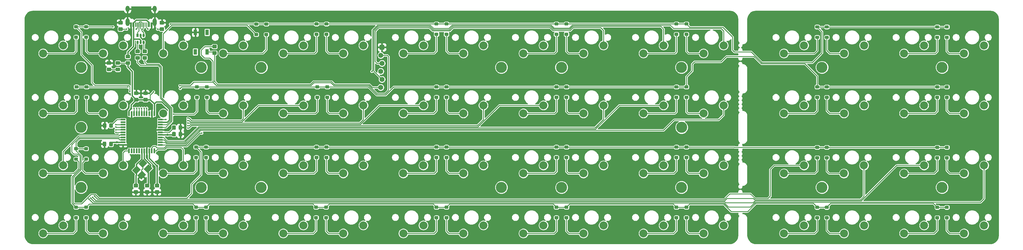
<source format=gbr>
G04 #@! TF.GenerationSoftware,KiCad,Pcbnew,(5.1.2-1)-1*
G04 #@! TF.CreationDate,2020-05-30T10:39:19-05:00*
G04 #@! TF.ProjectId,therick48.16,74686572-6963-46b3-9438-2e31362e6b69,rev?*
G04 #@! TF.SameCoordinates,Original*
G04 #@! TF.FileFunction,Copper,L2,Bot*
G04 #@! TF.FilePolarity,Positive*
%FSLAX46Y46*%
G04 Gerber Fmt 4.6, Leading zero omitted, Abs format (unit mm)*
G04 Created by KiCad (PCBNEW (5.1.2-1)-1) date 2020-05-30 10:39:19*
%MOMM*%
%LPD*%
G04 APERTURE LIST*
%ADD10C,0.100000*%
%ADD11C,1.150000*%
%ADD12C,1.600200*%
%ADD13C,3.500000*%
%ADD14C,1.800000*%
%ADD15C,2.540000*%
%ADD16C,1.000000*%
%ADD17R,1.100000X1.800000*%
%ADD18C,0.650000*%
%ADD19R,0.650000X1.060000*%
%ADD20C,0.600000*%
%ADD21O,1.300000X2.400000*%
%ADD22C,0.300000*%
%ADD23O,1.300000X1.900000*%
%ADD24R,0.500000X1.500000*%
%ADD25R,1.500000X0.500000*%
%ADD26C,0.500000*%
%ADD27C,0.700000*%
%ADD28C,0.250000*%
%ADD29C,0.400000*%
G04 APERTURE END LIST*
D10*
G36*
X77055505Y-51995204D02*
G01*
X77079773Y-51998804D01*
X77103572Y-52004765D01*
X77126671Y-52013030D01*
X77148850Y-52023520D01*
X77169893Y-52036132D01*
X77189599Y-52050747D01*
X77207777Y-52067223D01*
X77224253Y-52085401D01*
X77238868Y-52105107D01*
X77251480Y-52126150D01*
X77261970Y-52148329D01*
X77270235Y-52171428D01*
X77276196Y-52195227D01*
X77279796Y-52219495D01*
X77281000Y-52243999D01*
X77281000Y-52894001D01*
X77279796Y-52918505D01*
X77276196Y-52942773D01*
X77270235Y-52966572D01*
X77261970Y-52989671D01*
X77251480Y-53011850D01*
X77238868Y-53032893D01*
X77224253Y-53052599D01*
X77207777Y-53070777D01*
X77189599Y-53087253D01*
X77169893Y-53101868D01*
X77148850Y-53114480D01*
X77126671Y-53124970D01*
X77103572Y-53133235D01*
X77079773Y-53139196D01*
X77055505Y-53142796D01*
X77031001Y-53144000D01*
X76130999Y-53144000D01*
X76106495Y-53142796D01*
X76082227Y-53139196D01*
X76058428Y-53133235D01*
X76035329Y-53124970D01*
X76013150Y-53114480D01*
X75992107Y-53101868D01*
X75972401Y-53087253D01*
X75954223Y-53070777D01*
X75937747Y-53052599D01*
X75923132Y-53032893D01*
X75910520Y-53011850D01*
X75900030Y-52989671D01*
X75891765Y-52966572D01*
X75885804Y-52942773D01*
X75882204Y-52918505D01*
X75881000Y-52894001D01*
X75881000Y-52243999D01*
X75882204Y-52219495D01*
X75885804Y-52195227D01*
X75891765Y-52171428D01*
X75900030Y-52148329D01*
X75910520Y-52126150D01*
X75923132Y-52105107D01*
X75937747Y-52085401D01*
X75954223Y-52067223D01*
X75972401Y-52050747D01*
X75992107Y-52036132D01*
X76013150Y-52023520D01*
X76035329Y-52013030D01*
X76058428Y-52004765D01*
X76082227Y-51998804D01*
X76106495Y-51995204D01*
X76130999Y-51994000D01*
X77031001Y-51994000D01*
X77055505Y-51995204D01*
X77055505Y-51995204D01*
G37*
D11*
X76581000Y-52569000D03*
D10*
G36*
X77055505Y-54045204D02*
G01*
X77079773Y-54048804D01*
X77103572Y-54054765D01*
X77126671Y-54063030D01*
X77148850Y-54073520D01*
X77169893Y-54086132D01*
X77189599Y-54100747D01*
X77207777Y-54117223D01*
X77224253Y-54135401D01*
X77238868Y-54155107D01*
X77251480Y-54176150D01*
X77261970Y-54198329D01*
X77270235Y-54221428D01*
X77276196Y-54245227D01*
X77279796Y-54269495D01*
X77281000Y-54293999D01*
X77281000Y-54944001D01*
X77279796Y-54968505D01*
X77276196Y-54992773D01*
X77270235Y-55016572D01*
X77261970Y-55039671D01*
X77251480Y-55061850D01*
X77238868Y-55082893D01*
X77224253Y-55102599D01*
X77207777Y-55120777D01*
X77189599Y-55137253D01*
X77169893Y-55151868D01*
X77148850Y-55164480D01*
X77126671Y-55174970D01*
X77103572Y-55183235D01*
X77079773Y-55189196D01*
X77055505Y-55192796D01*
X77031001Y-55194000D01*
X76130999Y-55194000D01*
X76106495Y-55192796D01*
X76082227Y-55189196D01*
X76058428Y-55183235D01*
X76035329Y-55174970D01*
X76013150Y-55164480D01*
X75992107Y-55151868D01*
X75972401Y-55137253D01*
X75954223Y-55120777D01*
X75937747Y-55102599D01*
X75923132Y-55082893D01*
X75910520Y-55061850D01*
X75900030Y-55039671D01*
X75891765Y-55016572D01*
X75885804Y-54992773D01*
X75882204Y-54968505D01*
X75881000Y-54944001D01*
X75881000Y-54293999D01*
X75882204Y-54269495D01*
X75885804Y-54245227D01*
X75891765Y-54221428D01*
X75900030Y-54198329D01*
X75910520Y-54176150D01*
X75923132Y-54155107D01*
X75937747Y-54135401D01*
X75954223Y-54117223D01*
X75972401Y-54100747D01*
X75992107Y-54086132D01*
X76013150Y-54073520D01*
X76035329Y-54063030D01*
X76058428Y-54054765D01*
X76082227Y-54048804D01*
X76106495Y-54045204D01*
X76130999Y-54044000D01*
X77031001Y-54044000D01*
X77055505Y-54045204D01*
X77055505Y-54045204D01*
G37*
D11*
X76581000Y-54619000D03*
D10*
G36*
X74261505Y-54045204D02*
G01*
X74285773Y-54048804D01*
X74309572Y-54054765D01*
X74332671Y-54063030D01*
X74354850Y-54073520D01*
X74375893Y-54086132D01*
X74395599Y-54100747D01*
X74413777Y-54117223D01*
X74430253Y-54135401D01*
X74444868Y-54155107D01*
X74457480Y-54176150D01*
X74467970Y-54198329D01*
X74476235Y-54221428D01*
X74482196Y-54245227D01*
X74485796Y-54269495D01*
X74487000Y-54293999D01*
X74487000Y-54944001D01*
X74485796Y-54968505D01*
X74482196Y-54992773D01*
X74476235Y-55016572D01*
X74467970Y-55039671D01*
X74457480Y-55061850D01*
X74444868Y-55082893D01*
X74430253Y-55102599D01*
X74413777Y-55120777D01*
X74395599Y-55137253D01*
X74375893Y-55151868D01*
X74354850Y-55164480D01*
X74332671Y-55174970D01*
X74309572Y-55183235D01*
X74285773Y-55189196D01*
X74261505Y-55192796D01*
X74237001Y-55194000D01*
X73336999Y-55194000D01*
X73312495Y-55192796D01*
X73288227Y-55189196D01*
X73264428Y-55183235D01*
X73241329Y-55174970D01*
X73219150Y-55164480D01*
X73198107Y-55151868D01*
X73178401Y-55137253D01*
X73160223Y-55120777D01*
X73143747Y-55102599D01*
X73129132Y-55082893D01*
X73116520Y-55061850D01*
X73106030Y-55039671D01*
X73097765Y-55016572D01*
X73091804Y-54992773D01*
X73088204Y-54968505D01*
X73087000Y-54944001D01*
X73087000Y-54293999D01*
X73088204Y-54269495D01*
X73091804Y-54245227D01*
X73097765Y-54221428D01*
X73106030Y-54198329D01*
X73116520Y-54176150D01*
X73129132Y-54155107D01*
X73143747Y-54135401D01*
X73160223Y-54117223D01*
X73178401Y-54100747D01*
X73198107Y-54086132D01*
X73219150Y-54073520D01*
X73241329Y-54063030D01*
X73264428Y-54054765D01*
X73288227Y-54048804D01*
X73312495Y-54045204D01*
X73336999Y-54044000D01*
X74237001Y-54044000D01*
X74261505Y-54045204D01*
X74261505Y-54045204D01*
G37*
D11*
X73787000Y-54619000D03*
D10*
G36*
X74261505Y-51995204D02*
G01*
X74285773Y-51998804D01*
X74309572Y-52004765D01*
X74332671Y-52013030D01*
X74354850Y-52023520D01*
X74375893Y-52036132D01*
X74395599Y-52050747D01*
X74413777Y-52067223D01*
X74430253Y-52085401D01*
X74444868Y-52105107D01*
X74457480Y-52126150D01*
X74467970Y-52148329D01*
X74476235Y-52171428D01*
X74482196Y-52195227D01*
X74485796Y-52219495D01*
X74487000Y-52243999D01*
X74487000Y-52894001D01*
X74485796Y-52918505D01*
X74482196Y-52942773D01*
X74476235Y-52966572D01*
X74467970Y-52989671D01*
X74457480Y-53011850D01*
X74444868Y-53032893D01*
X74430253Y-53052599D01*
X74413777Y-53070777D01*
X74395599Y-53087253D01*
X74375893Y-53101868D01*
X74354850Y-53114480D01*
X74332671Y-53124970D01*
X74309572Y-53133235D01*
X74285773Y-53139196D01*
X74261505Y-53142796D01*
X74237001Y-53144000D01*
X73336999Y-53144000D01*
X73312495Y-53142796D01*
X73288227Y-53139196D01*
X73264428Y-53133235D01*
X73241329Y-53124970D01*
X73219150Y-53114480D01*
X73198107Y-53101868D01*
X73178401Y-53087253D01*
X73160223Y-53070777D01*
X73143747Y-53052599D01*
X73129132Y-53032893D01*
X73116520Y-53011850D01*
X73106030Y-52989671D01*
X73097765Y-52966572D01*
X73091804Y-52942773D01*
X73088204Y-52918505D01*
X73087000Y-52894001D01*
X73087000Y-52243999D01*
X73088204Y-52219495D01*
X73091804Y-52195227D01*
X73097765Y-52171428D01*
X73106030Y-52148329D01*
X73116520Y-52126150D01*
X73129132Y-52105107D01*
X73143747Y-52085401D01*
X73160223Y-52067223D01*
X73178401Y-52050747D01*
X73198107Y-52036132D01*
X73219150Y-52023520D01*
X73241329Y-52013030D01*
X73264428Y-52004765D01*
X73288227Y-51998804D01*
X73312495Y-51995204D01*
X73336999Y-51994000D01*
X74237001Y-51994000D01*
X74261505Y-51995204D01*
X74261505Y-51995204D01*
G37*
D11*
X73787000Y-52569000D03*
D10*
G36*
X160622462Y-46811826D02*
G01*
X160661296Y-46817587D01*
X160699378Y-46827126D01*
X160736343Y-46840352D01*
X160771832Y-46857137D01*
X160805506Y-46877321D01*
X160837039Y-46900707D01*
X160866128Y-46927072D01*
X160892493Y-46956161D01*
X160915879Y-46987694D01*
X160936063Y-47021368D01*
X160952848Y-47056857D01*
X160966074Y-47093822D01*
X160975613Y-47131904D01*
X160981374Y-47170738D01*
X160983300Y-47209950D01*
X160983300Y-48010050D01*
X160981374Y-48049262D01*
X160975613Y-48088096D01*
X160966074Y-48126178D01*
X160952848Y-48163143D01*
X160936063Y-48198632D01*
X160915879Y-48232306D01*
X160892493Y-48263839D01*
X160866128Y-48292928D01*
X160837039Y-48319293D01*
X160805506Y-48342679D01*
X160771832Y-48362863D01*
X160736343Y-48379648D01*
X160699378Y-48392874D01*
X160661296Y-48402413D01*
X160622462Y-48408174D01*
X160583250Y-48410100D01*
X159783150Y-48410100D01*
X159743938Y-48408174D01*
X159705104Y-48402413D01*
X159667022Y-48392874D01*
X159630057Y-48379648D01*
X159594568Y-48362863D01*
X159560894Y-48342679D01*
X159529361Y-48319293D01*
X159500272Y-48292928D01*
X159473907Y-48263839D01*
X159450521Y-48232306D01*
X159430337Y-48198632D01*
X159413552Y-48163143D01*
X159400326Y-48126178D01*
X159390787Y-48088096D01*
X159385026Y-48049262D01*
X159383100Y-48010050D01*
X159383100Y-47209950D01*
X159385026Y-47170738D01*
X159390787Y-47131904D01*
X159400326Y-47093822D01*
X159413552Y-47056857D01*
X159430337Y-47021368D01*
X159450521Y-46987694D01*
X159473907Y-46956161D01*
X159500272Y-46927072D01*
X159529361Y-46900707D01*
X159560894Y-46877321D01*
X159594568Y-46857137D01*
X159630057Y-46840352D01*
X159667022Y-46827126D01*
X159705104Y-46817587D01*
X159743938Y-46811826D01*
X159783150Y-46809900D01*
X160583250Y-46809900D01*
X160622462Y-46811826D01*
X160622462Y-46811826D01*
G37*
D12*
X160183200Y-47610000D03*
X159776800Y-50150000D03*
X160183200Y-52690000D03*
X159776800Y-55230000D03*
X160183200Y-57770000D03*
X159776800Y-60310000D03*
D13*
X254980000Y-91960000D03*
X254980000Y-53960000D03*
X197980000Y-91960000D03*
X197980000Y-53960000D03*
X121980000Y-91960000D03*
X121980000Y-53960000D03*
X64980000Y-91960000D03*
X64980000Y-53960000D03*
D14*
X84549632Y-84386522D03*
D10*
G36*
X84655698Y-83007664D02*
G01*
X85928490Y-84280456D01*
X84443566Y-85765380D01*
X83170774Y-84492588D01*
X84655698Y-83007664D01*
X84655698Y-83007664D01*
G37*
D14*
X82499022Y-86437132D03*
D10*
G36*
X82605088Y-85058274D02*
G01*
X83877880Y-86331066D01*
X82392956Y-87815990D01*
X81120164Y-86543198D01*
X82605088Y-85058274D01*
X82605088Y-85058274D01*
G37*
D14*
X84125368Y-88063478D03*
D10*
G36*
X84231434Y-86684620D02*
G01*
X85504226Y-87957412D01*
X84019302Y-89442336D01*
X82746510Y-88169544D01*
X84231434Y-86684620D01*
X84231434Y-86684620D01*
G37*
D14*
X86175978Y-86012868D03*
D10*
G36*
X86282044Y-84634010D02*
G01*
X87554836Y-85906802D01*
X86069912Y-87391726D01*
X84797120Y-86118934D01*
X86282044Y-84634010D01*
X86282044Y-84634010D01*
G37*
D15*
X268289304Y-103999733D03*
X261939304Y-106539733D03*
X249289354Y-103999733D03*
X242939354Y-106539733D03*
X230290000Y-103999733D03*
X223940000Y-106539733D03*
X211289454Y-104000000D03*
X204939454Y-106540000D03*
X192290000Y-104000000D03*
X185940000Y-106540000D03*
X173290000Y-104000000D03*
X166940000Y-106540000D03*
X154290000Y-103999733D03*
X147940000Y-106539733D03*
X135290000Y-104000000D03*
X128940000Y-106540000D03*
X116290000Y-104000000D03*
X109940000Y-106540000D03*
X97290000Y-104000000D03*
X90940000Y-106540000D03*
X78290000Y-104000000D03*
X71940000Y-106540000D03*
X59290000Y-104000000D03*
X52940000Y-106540000D03*
X268289304Y-85000000D03*
X261939304Y-87540000D03*
X249289354Y-84999783D03*
X242939354Y-87539783D03*
X230290000Y-85000000D03*
X223940000Y-87540000D03*
X211289454Y-85000000D03*
X204939454Y-87540000D03*
X192289504Y-84999783D03*
X185939504Y-87539783D03*
X173289554Y-84999783D03*
X166939554Y-87539783D03*
X154289604Y-84999783D03*
X147939604Y-87539783D03*
X135290000Y-84999783D03*
X128940000Y-87539783D03*
X116289704Y-84999783D03*
X109939704Y-87539783D03*
X97289754Y-84999783D03*
X90939754Y-87539783D03*
X78289804Y-85000000D03*
X71939804Y-87540000D03*
X59290000Y-85000000D03*
X52940000Y-87540000D03*
X268289304Y-66000000D03*
X261939304Y-68540000D03*
X249289354Y-66000000D03*
X242939354Y-68540000D03*
X230290000Y-66000000D03*
X223940000Y-68540000D03*
X211289454Y-66000000D03*
X204939454Y-68540000D03*
X192289504Y-65999833D03*
X185939504Y-68539833D03*
X173290000Y-65999833D03*
X166940000Y-68539833D03*
X154289604Y-66000000D03*
X147939604Y-68540000D03*
X135289654Y-66000000D03*
X128939654Y-68540000D03*
X116290000Y-66000000D03*
X109940000Y-68540000D03*
X97290000Y-66000000D03*
X90940000Y-68540000D03*
X78290000Y-66000000D03*
X71940000Y-68540000D03*
X59290000Y-66000000D03*
X52940000Y-68540000D03*
X268289304Y-47012700D03*
X261939304Y-49552700D03*
X249289354Y-46999883D03*
X242939354Y-49539883D03*
X230289404Y-46999883D03*
X223939404Y-49539883D03*
X211290000Y-47000000D03*
X204940000Y-49540000D03*
X192289504Y-46999883D03*
X185939504Y-49539883D03*
X173290000Y-47000000D03*
X166940000Y-49540000D03*
X154289604Y-46999883D03*
X147939604Y-49539883D03*
X135290000Y-47000000D03*
X128940000Y-49540000D03*
X116289704Y-46999883D03*
X109939704Y-49539883D03*
X97289754Y-46999883D03*
X90939754Y-49539883D03*
X78289804Y-46999883D03*
X71939804Y-49539883D03*
X52939854Y-49539883D03*
X59289854Y-46999883D03*
X344399078Y-106539733D03*
X350749078Y-103999733D03*
X325399128Y-106539733D03*
X331749128Y-103999733D03*
X306399178Y-106539733D03*
X312749178Y-103999733D03*
X287399228Y-106539733D03*
X293749228Y-103999733D03*
X344399078Y-87539783D03*
X350749078Y-84999783D03*
X325399128Y-87539783D03*
X331749128Y-84999783D03*
X306373778Y-87552483D03*
X312723778Y-85012483D03*
X287399228Y-87539783D03*
X293749228Y-84999783D03*
X344399078Y-68539833D03*
X350749078Y-65999833D03*
X325399128Y-68539833D03*
X331749128Y-65999833D03*
X306399178Y-68539833D03*
X312749178Y-65999833D03*
X287399228Y-68539833D03*
X293749228Y-65999833D03*
X344399078Y-49539883D03*
X350749078Y-46999883D03*
X325399128Y-49539883D03*
X331749128Y-46999883D03*
X312749178Y-46999883D03*
X306399178Y-49539883D03*
X293749228Y-46999883D03*
X287399228Y-49539883D03*
D13*
X337440000Y-91960000D03*
X299440000Y-91960000D03*
X337440000Y-53960000D03*
X299440000Y-53960000D03*
D10*
G36*
X339334504Y-97790204D02*
G01*
X339358773Y-97793804D01*
X339382571Y-97799765D01*
X339405671Y-97808030D01*
X339427849Y-97818520D01*
X339448893Y-97831133D01*
X339468598Y-97845747D01*
X339486777Y-97862223D01*
X339503253Y-97880402D01*
X339517867Y-97900107D01*
X339530480Y-97921151D01*
X339540970Y-97943329D01*
X339549235Y-97966429D01*
X339555196Y-97990227D01*
X339558796Y-98014496D01*
X339560000Y-98039000D01*
X339560000Y-98539000D01*
X339558796Y-98563504D01*
X339555196Y-98587773D01*
X339549235Y-98611571D01*
X339540970Y-98634671D01*
X339530480Y-98656849D01*
X339517867Y-98677893D01*
X339503253Y-98697598D01*
X339486777Y-98715777D01*
X339468598Y-98732253D01*
X339448893Y-98746867D01*
X339427849Y-98759480D01*
X339405671Y-98769970D01*
X339382571Y-98778235D01*
X339358773Y-98784196D01*
X339334504Y-98787796D01*
X339310000Y-98789000D01*
X338610000Y-98789000D01*
X338585496Y-98787796D01*
X338561227Y-98784196D01*
X338537429Y-98778235D01*
X338514329Y-98769970D01*
X338492151Y-98759480D01*
X338471107Y-98746867D01*
X338451402Y-98732253D01*
X338433223Y-98715777D01*
X338416747Y-98697598D01*
X338402133Y-98677893D01*
X338389520Y-98656849D01*
X338379030Y-98634671D01*
X338370765Y-98611571D01*
X338364804Y-98587773D01*
X338361204Y-98563504D01*
X338360000Y-98539000D01*
X338360000Y-98039000D01*
X338361204Y-98014496D01*
X338364804Y-97990227D01*
X338370765Y-97966429D01*
X338379030Y-97943329D01*
X338389520Y-97921151D01*
X338402133Y-97900107D01*
X338416747Y-97880402D01*
X338433223Y-97862223D01*
X338451402Y-97845747D01*
X338471107Y-97831133D01*
X338492151Y-97818520D01*
X338514329Y-97808030D01*
X338537429Y-97799765D01*
X338561227Y-97793804D01*
X338585496Y-97790204D01*
X338610000Y-97789000D01*
X339310000Y-97789000D01*
X339334504Y-97790204D01*
X339334504Y-97790204D01*
G37*
D16*
X338960000Y-98289000D03*
D10*
G36*
X339334504Y-101090204D02*
G01*
X339358773Y-101093804D01*
X339382571Y-101099765D01*
X339405671Y-101108030D01*
X339427849Y-101118520D01*
X339448893Y-101131133D01*
X339468598Y-101145747D01*
X339486777Y-101162223D01*
X339503253Y-101180402D01*
X339517867Y-101200107D01*
X339530480Y-101221151D01*
X339540970Y-101243329D01*
X339549235Y-101266429D01*
X339555196Y-101290227D01*
X339558796Y-101314496D01*
X339560000Y-101339000D01*
X339560000Y-101839000D01*
X339558796Y-101863504D01*
X339555196Y-101887773D01*
X339549235Y-101911571D01*
X339540970Y-101934671D01*
X339530480Y-101956849D01*
X339517867Y-101977893D01*
X339503253Y-101997598D01*
X339486777Y-102015777D01*
X339468598Y-102032253D01*
X339448893Y-102046867D01*
X339427849Y-102059480D01*
X339405671Y-102069970D01*
X339382571Y-102078235D01*
X339358773Y-102084196D01*
X339334504Y-102087796D01*
X339310000Y-102089000D01*
X338610000Y-102089000D01*
X338585496Y-102087796D01*
X338561227Y-102084196D01*
X338537429Y-102078235D01*
X338514329Y-102069970D01*
X338492151Y-102059480D01*
X338471107Y-102046867D01*
X338451402Y-102032253D01*
X338433223Y-102015777D01*
X338416747Y-101997598D01*
X338402133Y-101977893D01*
X338389520Y-101956849D01*
X338379030Y-101934671D01*
X338370765Y-101911571D01*
X338364804Y-101887773D01*
X338361204Y-101863504D01*
X338360000Y-101839000D01*
X338360000Y-101339000D01*
X338361204Y-101314496D01*
X338364804Y-101290227D01*
X338370765Y-101266429D01*
X338379030Y-101243329D01*
X338389520Y-101221151D01*
X338402133Y-101200107D01*
X338416747Y-101180402D01*
X338433223Y-101162223D01*
X338451402Y-101145747D01*
X338471107Y-101131133D01*
X338492151Y-101118520D01*
X338514329Y-101108030D01*
X338537429Y-101099765D01*
X338561227Y-101093804D01*
X338585496Y-101090204D01*
X338610000Y-101089000D01*
X339310000Y-101089000D01*
X339334504Y-101090204D01*
X339334504Y-101090204D01*
G37*
D16*
X338960000Y-101589000D03*
D10*
G36*
X336294504Y-97790204D02*
G01*
X336318773Y-97793804D01*
X336342571Y-97799765D01*
X336365671Y-97808030D01*
X336387849Y-97818520D01*
X336408893Y-97831133D01*
X336428598Y-97845747D01*
X336446777Y-97862223D01*
X336463253Y-97880402D01*
X336477867Y-97900107D01*
X336490480Y-97921151D01*
X336500970Y-97943329D01*
X336509235Y-97966429D01*
X336515196Y-97990227D01*
X336518796Y-98014496D01*
X336520000Y-98039000D01*
X336520000Y-98539000D01*
X336518796Y-98563504D01*
X336515196Y-98587773D01*
X336509235Y-98611571D01*
X336500970Y-98634671D01*
X336490480Y-98656849D01*
X336477867Y-98677893D01*
X336463253Y-98697598D01*
X336446777Y-98715777D01*
X336428598Y-98732253D01*
X336408893Y-98746867D01*
X336387849Y-98759480D01*
X336365671Y-98769970D01*
X336342571Y-98778235D01*
X336318773Y-98784196D01*
X336294504Y-98787796D01*
X336270000Y-98789000D01*
X335570000Y-98789000D01*
X335545496Y-98787796D01*
X335521227Y-98784196D01*
X335497429Y-98778235D01*
X335474329Y-98769970D01*
X335452151Y-98759480D01*
X335431107Y-98746867D01*
X335411402Y-98732253D01*
X335393223Y-98715777D01*
X335376747Y-98697598D01*
X335362133Y-98677893D01*
X335349520Y-98656849D01*
X335339030Y-98634671D01*
X335330765Y-98611571D01*
X335324804Y-98587773D01*
X335321204Y-98563504D01*
X335320000Y-98539000D01*
X335320000Y-98039000D01*
X335321204Y-98014496D01*
X335324804Y-97990227D01*
X335330765Y-97966429D01*
X335339030Y-97943329D01*
X335349520Y-97921151D01*
X335362133Y-97900107D01*
X335376747Y-97880402D01*
X335393223Y-97862223D01*
X335411402Y-97845747D01*
X335431107Y-97831133D01*
X335452151Y-97818520D01*
X335474329Y-97808030D01*
X335497429Y-97799765D01*
X335521227Y-97793804D01*
X335545496Y-97790204D01*
X335570000Y-97789000D01*
X336270000Y-97789000D01*
X336294504Y-97790204D01*
X336294504Y-97790204D01*
G37*
D16*
X335920000Y-98289000D03*
D10*
G36*
X336294504Y-101090204D02*
G01*
X336318773Y-101093804D01*
X336342571Y-101099765D01*
X336365671Y-101108030D01*
X336387849Y-101118520D01*
X336408893Y-101131133D01*
X336428598Y-101145747D01*
X336446777Y-101162223D01*
X336463253Y-101180402D01*
X336477867Y-101200107D01*
X336490480Y-101221151D01*
X336500970Y-101243329D01*
X336509235Y-101266429D01*
X336515196Y-101290227D01*
X336518796Y-101314496D01*
X336520000Y-101339000D01*
X336520000Y-101839000D01*
X336518796Y-101863504D01*
X336515196Y-101887773D01*
X336509235Y-101911571D01*
X336500970Y-101934671D01*
X336490480Y-101956849D01*
X336477867Y-101977893D01*
X336463253Y-101997598D01*
X336446777Y-102015777D01*
X336428598Y-102032253D01*
X336408893Y-102046867D01*
X336387849Y-102059480D01*
X336365671Y-102069970D01*
X336342571Y-102078235D01*
X336318773Y-102084196D01*
X336294504Y-102087796D01*
X336270000Y-102089000D01*
X335570000Y-102089000D01*
X335545496Y-102087796D01*
X335521227Y-102084196D01*
X335497429Y-102078235D01*
X335474329Y-102069970D01*
X335452151Y-102059480D01*
X335431107Y-102046867D01*
X335411402Y-102032253D01*
X335393223Y-102015777D01*
X335376747Y-101997598D01*
X335362133Y-101977893D01*
X335349520Y-101956849D01*
X335339030Y-101934671D01*
X335330765Y-101911571D01*
X335324804Y-101887773D01*
X335321204Y-101863504D01*
X335320000Y-101839000D01*
X335320000Y-101339000D01*
X335321204Y-101314496D01*
X335324804Y-101290227D01*
X335330765Y-101266429D01*
X335339030Y-101243329D01*
X335349520Y-101221151D01*
X335362133Y-101200107D01*
X335376747Y-101180402D01*
X335393223Y-101162223D01*
X335411402Y-101145747D01*
X335431107Y-101131133D01*
X335452151Y-101118520D01*
X335474329Y-101108030D01*
X335497429Y-101099765D01*
X335521227Y-101093804D01*
X335545496Y-101090204D01*
X335570000Y-101089000D01*
X336270000Y-101089000D01*
X336294504Y-101090204D01*
X336294504Y-101090204D01*
G37*
D16*
X335920000Y-101589000D03*
D10*
G36*
X301334504Y-97790204D02*
G01*
X301358773Y-97793804D01*
X301382571Y-97799765D01*
X301405671Y-97808030D01*
X301427849Y-97818520D01*
X301448893Y-97831133D01*
X301468598Y-97845747D01*
X301486777Y-97862223D01*
X301503253Y-97880402D01*
X301517867Y-97900107D01*
X301530480Y-97921151D01*
X301540970Y-97943329D01*
X301549235Y-97966429D01*
X301555196Y-97990227D01*
X301558796Y-98014496D01*
X301560000Y-98039000D01*
X301560000Y-98539000D01*
X301558796Y-98563504D01*
X301555196Y-98587773D01*
X301549235Y-98611571D01*
X301540970Y-98634671D01*
X301530480Y-98656849D01*
X301517867Y-98677893D01*
X301503253Y-98697598D01*
X301486777Y-98715777D01*
X301468598Y-98732253D01*
X301448893Y-98746867D01*
X301427849Y-98759480D01*
X301405671Y-98769970D01*
X301382571Y-98778235D01*
X301358773Y-98784196D01*
X301334504Y-98787796D01*
X301310000Y-98789000D01*
X300610000Y-98789000D01*
X300585496Y-98787796D01*
X300561227Y-98784196D01*
X300537429Y-98778235D01*
X300514329Y-98769970D01*
X300492151Y-98759480D01*
X300471107Y-98746867D01*
X300451402Y-98732253D01*
X300433223Y-98715777D01*
X300416747Y-98697598D01*
X300402133Y-98677893D01*
X300389520Y-98656849D01*
X300379030Y-98634671D01*
X300370765Y-98611571D01*
X300364804Y-98587773D01*
X300361204Y-98563504D01*
X300360000Y-98539000D01*
X300360000Y-98039000D01*
X300361204Y-98014496D01*
X300364804Y-97990227D01*
X300370765Y-97966429D01*
X300379030Y-97943329D01*
X300389520Y-97921151D01*
X300402133Y-97900107D01*
X300416747Y-97880402D01*
X300433223Y-97862223D01*
X300451402Y-97845747D01*
X300471107Y-97831133D01*
X300492151Y-97818520D01*
X300514329Y-97808030D01*
X300537429Y-97799765D01*
X300561227Y-97793804D01*
X300585496Y-97790204D01*
X300610000Y-97789000D01*
X301310000Y-97789000D01*
X301334504Y-97790204D01*
X301334504Y-97790204D01*
G37*
D16*
X300960000Y-98289000D03*
D10*
G36*
X301334504Y-101090204D02*
G01*
X301358773Y-101093804D01*
X301382571Y-101099765D01*
X301405671Y-101108030D01*
X301427849Y-101118520D01*
X301448893Y-101131133D01*
X301468598Y-101145747D01*
X301486777Y-101162223D01*
X301503253Y-101180402D01*
X301517867Y-101200107D01*
X301530480Y-101221151D01*
X301540970Y-101243329D01*
X301549235Y-101266429D01*
X301555196Y-101290227D01*
X301558796Y-101314496D01*
X301560000Y-101339000D01*
X301560000Y-101839000D01*
X301558796Y-101863504D01*
X301555196Y-101887773D01*
X301549235Y-101911571D01*
X301540970Y-101934671D01*
X301530480Y-101956849D01*
X301517867Y-101977893D01*
X301503253Y-101997598D01*
X301486777Y-102015777D01*
X301468598Y-102032253D01*
X301448893Y-102046867D01*
X301427849Y-102059480D01*
X301405671Y-102069970D01*
X301382571Y-102078235D01*
X301358773Y-102084196D01*
X301334504Y-102087796D01*
X301310000Y-102089000D01*
X300610000Y-102089000D01*
X300585496Y-102087796D01*
X300561227Y-102084196D01*
X300537429Y-102078235D01*
X300514329Y-102069970D01*
X300492151Y-102059480D01*
X300471107Y-102046867D01*
X300451402Y-102032253D01*
X300433223Y-102015777D01*
X300416747Y-101997598D01*
X300402133Y-101977893D01*
X300389520Y-101956849D01*
X300379030Y-101934671D01*
X300370765Y-101911571D01*
X300364804Y-101887773D01*
X300361204Y-101863504D01*
X300360000Y-101839000D01*
X300360000Y-101339000D01*
X300361204Y-101314496D01*
X300364804Y-101290227D01*
X300370765Y-101266429D01*
X300379030Y-101243329D01*
X300389520Y-101221151D01*
X300402133Y-101200107D01*
X300416747Y-101180402D01*
X300433223Y-101162223D01*
X300451402Y-101145747D01*
X300471107Y-101131133D01*
X300492151Y-101118520D01*
X300514329Y-101108030D01*
X300537429Y-101099765D01*
X300561227Y-101093804D01*
X300585496Y-101090204D01*
X300610000Y-101089000D01*
X301310000Y-101089000D01*
X301334504Y-101090204D01*
X301334504Y-101090204D01*
G37*
D16*
X300960000Y-101589000D03*
D10*
G36*
X298294504Y-97790204D02*
G01*
X298318773Y-97793804D01*
X298342571Y-97799765D01*
X298365671Y-97808030D01*
X298387849Y-97818520D01*
X298408893Y-97831133D01*
X298428598Y-97845747D01*
X298446777Y-97862223D01*
X298463253Y-97880402D01*
X298477867Y-97900107D01*
X298490480Y-97921151D01*
X298500970Y-97943329D01*
X298509235Y-97966429D01*
X298515196Y-97990227D01*
X298518796Y-98014496D01*
X298520000Y-98039000D01*
X298520000Y-98539000D01*
X298518796Y-98563504D01*
X298515196Y-98587773D01*
X298509235Y-98611571D01*
X298500970Y-98634671D01*
X298490480Y-98656849D01*
X298477867Y-98677893D01*
X298463253Y-98697598D01*
X298446777Y-98715777D01*
X298428598Y-98732253D01*
X298408893Y-98746867D01*
X298387849Y-98759480D01*
X298365671Y-98769970D01*
X298342571Y-98778235D01*
X298318773Y-98784196D01*
X298294504Y-98787796D01*
X298270000Y-98789000D01*
X297570000Y-98789000D01*
X297545496Y-98787796D01*
X297521227Y-98784196D01*
X297497429Y-98778235D01*
X297474329Y-98769970D01*
X297452151Y-98759480D01*
X297431107Y-98746867D01*
X297411402Y-98732253D01*
X297393223Y-98715777D01*
X297376747Y-98697598D01*
X297362133Y-98677893D01*
X297349520Y-98656849D01*
X297339030Y-98634671D01*
X297330765Y-98611571D01*
X297324804Y-98587773D01*
X297321204Y-98563504D01*
X297320000Y-98539000D01*
X297320000Y-98039000D01*
X297321204Y-98014496D01*
X297324804Y-97990227D01*
X297330765Y-97966429D01*
X297339030Y-97943329D01*
X297349520Y-97921151D01*
X297362133Y-97900107D01*
X297376747Y-97880402D01*
X297393223Y-97862223D01*
X297411402Y-97845747D01*
X297431107Y-97831133D01*
X297452151Y-97818520D01*
X297474329Y-97808030D01*
X297497429Y-97799765D01*
X297521227Y-97793804D01*
X297545496Y-97790204D01*
X297570000Y-97789000D01*
X298270000Y-97789000D01*
X298294504Y-97790204D01*
X298294504Y-97790204D01*
G37*
D16*
X297920000Y-98289000D03*
D10*
G36*
X298294504Y-101090204D02*
G01*
X298318773Y-101093804D01*
X298342571Y-101099765D01*
X298365671Y-101108030D01*
X298387849Y-101118520D01*
X298408893Y-101131133D01*
X298428598Y-101145747D01*
X298446777Y-101162223D01*
X298463253Y-101180402D01*
X298477867Y-101200107D01*
X298490480Y-101221151D01*
X298500970Y-101243329D01*
X298509235Y-101266429D01*
X298515196Y-101290227D01*
X298518796Y-101314496D01*
X298520000Y-101339000D01*
X298520000Y-101839000D01*
X298518796Y-101863504D01*
X298515196Y-101887773D01*
X298509235Y-101911571D01*
X298500970Y-101934671D01*
X298490480Y-101956849D01*
X298477867Y-101977893D01*
X298463253Y-101997598D01*
X298446777Y-102015777D01*
X298428598Y-102032253D01*
X298408893Y-102046867D01*
X298387849Y-102059480D01*
X298365671Y-102069970D01*
X298342571Y-102078235D01*
X298318773Y-102084196D01*
X298294504Y-102087796D01*
X298270000Y-102089000D01*
X297570000Y-102089000D01*
X297545496Y-102087796D01*
X297521227Y-102084196D01*
X297497429Y-102078235D01*
X297474329Y-102069970D01*
X297452151Y-102059480D01*
X297431107Y-102046867D01*
X297411402Y-102032253D01*
X297393223Y-102015777D01*
X297376747Y-101997598D01*
X297362133Y-101977893D01*
X297349520Y-101956849D01*
X297339030Y-101934671D01*
X297330765Y-101911571D01*
X297324804Y-101887773D01*
X297321204Y-101863504D01*
X297320000Y-101839000D01*
X297320000Y-101339000D01*
X297321204Y-101314496D01*
X297324804Y-101290227D01*
X297330765Y-101266429D01*
X297339030Y-101243329D01*
X297349520Y-101221151D01*
X297362133Y-101200107D01*
X297376747Y-101180402D01*
X297393223Y-101162223D01*
X297411402Y-101145747D01*
X297431107Y-101131133D01*
X297452151Y-101118520D01*
X297474329Y-101108030D01*
X297497429Y-101099765D01*
X297521227Y-101093804D01*
X297545496Y-101090204D01*
X297570000Y-101089000D01*
X298270000Y-101089000D01*
X298294504Y-101090204D01*
X298294504Y-101090204D01*
G37*
D16*
X297920000Y-101589000D03*
D10*
G36*
X339334504Y-78791204D02*
G01*
X339358773Y-78794804D01*
X339382571Y-78800765D01*
X339405671Y-78809030D01*
X339427849Y-78819520D01*
X339448893Y-78832133D01*
X339468598Y-78846747D01*
X339486777Y-78863223D01*
X339503253Y-78881402D01*
X339517867Y-78901107D01*
X339530480Y-78922151D01*
X339540970Y-78944329D01*
X339549235Y-78967429D01*
X339555196Y-78991227D01*
X339558796Y-79015496D01*
X339560000Y-79040000D01*
X339560000Y-79540000D01*
X339558796Y-79564504D01*
X339555196Y-79588773D01*
X339549235Y-79612571D01*
X339540970Y-79635671D01*
X339530480Y-79657849D01*
X339517867Y-79678893D01*
X339503253Y-79698598D01*
X339486777Y-79716777D01*
X339468598Y-79733253D01*
X339448893Y-79747867D01*
X339427849Y-79760480D01*
X339405671Y-79770970D01*
X339382571Y-79779235D01*
X339358773Y-79785196D01*
X339334504Y-79788796D01*
X339310000Y-79790000D01*
X338610000Y-79790000D01*
X338585496Y-79788796D01*
X338561227Y-79785196D01*
X338537429Y-79779235D01*
X338514329Y-79770970D01*
X338492151Y-79760480D01*
X338471107Y-79747867D01*
X338451402Y-79733253D01*
X338433223Y-79716777D01*
X338416747Y-79698598D01*
X338402133Y-79678893D01*
X338389520Y-79657849D01*
X338379030Y-79635671D01*
X338370765Y-79612571D01*
X338364804Y-79588773D01*
X338361204Y-79564504D01*
X338360000Y-79540000D01*
X338360000Y-79040000D01*
X338361204Y-79015496D01*
X338364804Y-78991227D01*
X338370765Y-78967429D01*
X338379030Y-78944329D01*
X338389520Y-78922151D01*
X338402133Y-78901107D01*
X338416747Y-78881402D01*
X338433223Y-78863223D01*
X338451402Y-78846747D01*
X338471107Y-78832133D01*
X338492151Y-78819520D01*
X338514329Y-78809030D01*
X338537429Y-78800765D01*
X338561227Y-78794804D01*
X338585496Y-78791204D01*
X338610000Y-78790000D01*
X339310000Y-78790000D01*
X339334504Y-78791204D01*
X339334504Y-78791204D01*
G37*
D16*
X338960000Y-79290000D03*
D10*
G36*
X339334504Y-82091204D02*
G01*
X339358773Y-82094804D01*
X339382571Y-82100765D01*
X339405671Y-82109030D01*
X339427849Y-82119520D01*
X339448893Y-82132133D01*
X339468598Y-82146747D01*
X339486777Y-82163223D01*
X339503253Y-82181402D01*
X339517867Y-82201107D01*
X339530480Y-82222151D01*
X339540970Y-82244329D01*
X339549235Y-82267429D01*
X339555196Y-82291227D01*
X339558796Y-82315496D01*
X339560000Y-82340000D01*
X339560000Y-82840000D01*
X339558796Y-82864504D01*
X339555196Y-82888773D01*
X339549235Y-82912571D01*
X339540970Y-82935671D01*
X339530480Y-82957849D01*
X339517867Y-82978893D01*
X339503253Y-82998598D01*
X339486777Y-83016777D01*
X339468598Y-83033253D01*
X339448893Y-83047867D01*
X339427849Y-83060480D01*
X339405671Y-83070970D01*
X339382571Y-83079235D01*
X339358773Y-83085196D01*
X339334504Y-83088796D01*
X339310000Y-83090000D01*
X338610000Y-83090000D01*
X338585496Y-83088796D01*
X338561227Y-83085196D01*
X338537429Y-83079235D01*
X338514329Y-83070970D01*
X338492151Y-83060480D01*
X338471107Y-83047867D01*
X338451402Y-83033253D01*
X338433223Y-83016777D01*
X338416747Y-82998598D01*
X338402133Y-82978893D01*
X338389520Y-82957849D01*
X338379030Y-82935671D01*
X338370765Y-82912571D01*
X338364804Y-82888773D01*
X338361204Y-82864504D01*
X338360000Y-82840000D01*
X338360000Y-82340000D01*
X338361204Y-82315496D01*
X338364804Y-82291227D01*
X338370765Y-82267429D01*
X338379030Y-82244329D01*
X338389520Y-82222151D01*
X338402133Y-82201107D01*
X338416747Y-82181402D01*
X338433223Y-82163223D01*
X338451402Y-82146747D01*
X338471107Y-82132133D01*
X338492151Y-82119520D01*
X338514329Y-82109030D01*
X338537429Y-82100765D01*
X338561227Y-82094804D01*
X338585496Y-82091204D01*
X338610000Y-82090000D01*
X339310000Y-82090000D01*
X339334504Y-82091204D01*
X339334504Y-82091204D01*
G37*
D16*
X338960000Y-82590000D03*
D10*
G36*
X336294504Y-78791204D02*
G01*
X336318773Y-78794804D01*
X336342571Y-78800765D01*
X336365671Y-78809030D01*
X336387849Y-78819520D01*
X336408893Y-78832133D01*
X336428598Y-78846747D01*
X336446777Y-78863223D01*
X336463253Y-78881402D01*
X336477867Y-78901107D01*
X336490480Y-78922151D01*
X336500970Y-78944329D01*
X336509235Y-78967429D01*
X336515196Y-78991227D01*
X336518796Y-79015496D01*
X336520000Y-79040000D01*
X336520000Y-79540000D01*
X336518796Y-79564504D01*
X336515196Y-79588773D01*
X336509235Y-79612571D01*
X336500970Y-79635671D01*
X336490480Y-79657849D01*
X336477867Y-79678893D01*
X336463253Y-79698598D01*
X336446777Y-79716777D01*
X336428598Y-79733253D01*
X336408893Y-79747867D01*
X336387849Y-79760480D01*
X336365671Y-79770970D01*
X336342571Y-79779235D01*
X336318773Y-79785196D01*
X336294504Y-79788796D01*
X336270000Y-79790000D01*
X335570000Y-79790000D01*
X335545496Y-79788796D01*
X335521227Y-79785196D01*
X335497429Y-79779235D01*
X335474329Y-79770970D01*
X335452151Y-79760480D01*
X335431107Y-79747867D01*
X335411402Y-79733253D01*
X335393223Y-79716777D01*
X335376747Y-79698598D01*
X335362133Y-79678893D01*
X335349520Y-79657849D01*
X335339030Y-79635671D01*
X335330765Y-79612571D01*
X335324804Y-79588773D01*
X335321204Y-79564504D01*
X335320000Y-79540000D01*
X335320000Y-79040000D01*
X335321204Y-79015496D01*
X335324804Y-78991227D01*
X335330765Y-78967429D01*
X335339030Y-78944329D01*
X335349520Y-78922151D01*
X335362133Y-78901107D01*
X335376747Y-78881402D01*
X335393223Y-78863223D01*
X335411402Y-78846747D01*
X335431107Y-78832133D01*
X335452151Y-78819520D01*
X335474329Y-78809030D01*
X335497429Y-78800765D01*
X335521227Y-78794804D01*
X335545496Y-78791204D01*
X335570000Y-78790000D01*
X336270000Y-78790000D01*
X336294504Y-78791204D01*
X336294504Y-78791204D01*
G37*
D16*
X335920000Y-79290000D03*
D10*
G36*
X336294504Y-82091204D02*
G01*
X336318773Y-82094804D01*
X336342571Y-82100765D01*
X336365671Y-82109030D01*
X336387849Y-82119520D01*
X336408893Y-82132133D01*
X336428598Y-82146747D01*
X336446777Y-82163223D01*
X336463253Y-82181402D01*
X336477867Y-82201107D01*
X336490480Y-82222151D01*
X336500970Y-82244329D01*
X336509235Y-82267429D01*
X336515196Y-82291227D01*
X336518796Y-82315496D01*
X336520000Y-82340000D01*
X336520000Y-82840000D01*
X336518796Y-82864504D01*
X336515196Y-82888773D01*
X336509235Y-82912571D01*
X336500970Y-82935671D01*
X336490480Y-82957849D01*
X336477867Y-82978893D01*
X336463253Y-82998598D01*
X336446777Y-83016777D01*
X336428598Y-83033253D01*
X336408893Y-83047867D01*
X336387849Y-83060480D01*
X336365671Y-83070970D01*
X336342571Y-83079235D01*
X336318773Y-83085196D01*
X336294504Y-83088796D01*
X336270000Y-83090000D01*
X335570000Y-83090000D01*
X335545496Y-83088796D01*
X335521227Y-83085196D01*
X335497429Y-83079235D01*
X335474329Y-83070970D01*
X335452151Y-83060480D01*
X335431107Y-83047867D01*
X335411402Y-83033253D01*
X335393223Y-83016777D01*
X335376747Y-82998598D01*
X335362133Y-82978893D01*
X335349520Y-82957849D01*
X335339030Y-82935671D01*
X335330765Y-82912571D01*
X335324804Y-82888773D01*
X335321204Y-82864504D01*
X335320000Y-82840000D01*
X335320000Y-82340000D01*
X335321204Y-82315496D01*
X335324804Y-82291227D01*
X335330765Y-82267429D01*
X335339030Y-82244329D01*
X335349520Y-82222151D01*
X335362133Y-82201107D01*
X335376747Y-82181402D01*
X335393223Y-82163223D01*
X335411402Y-82146747D01*
X335431107Y-82132133D01*
X335452151Y-82119520D01*
X335474329Y-82109030D01*
X335497429Y-82100765D01*
X335521227Y-82094804D01*
X335545496Y-82091204D01*
X335570000Y-82090000D01*
X336270000Y-82090000D01*
X336294504Y-82091204D01*
X336294504Y-82091204D01*
G37*
D16*
X335920000Y-82590000D03*
D10*
G36*
X301334504Y-78791204D02*
G01*
X301358773Y-78794804D01*
X301382571Y-78800765D01*
X301405671Y-78809030D01*
X301427849Y-78819520D01*
X301448893Y-78832133D01*
X301468598Y-78846747D01*
X301486777Y-78863223D01*
X301503253Y-78881402D01*
X301517867Y-78901107D01*
X301530480Y-78922151D01*
X301540970Y-78944329D01*
X301549235Y-78967429D01*
X301555196Y-78991227D01*
X301558796Y-79015496D01*
X301560000Y-79040000D01*
X301560000Y-79540000D01*
X301558796Y-79564504D01*
X301555196Y-79588773D01*
X301549235Y-79612571D01*
X301540970Y-79635671D01*
X301530480Y-79657849D01*
X301517867Y-79678893D01*
X301503253Y-79698598D01*
X301486777Y-79716777D01*
X301468598Y-79733253D01*
X301448893Y-79747867D01*
X301427849Y-79760480D01*
X301405671Y-79770970D01*
X301382571Y-79779235D01*
X301358773Y-79785196D01*
X301334504Y-79788796D01*
X301310000Y-79790000D01*
X300610000Y-79790000D01*
X300585496Y-79788796D01*
X300561227Y-79785196D01*
X300537429Y-79779235D01*
X300514329Y-79770970D01*
X300492151Y-79760480D01*
X300471107Y-79747867D01*
X300451402Y-79733253D01*
X300433223Y-79716777D01*
X300416747Y-79698598D01*
X300402133Y-79678893D01*
X300389520Y-79657849D01*
X300379030Y-79635671D01*
X300370765Y-79612571D01*
X300364804Y-79588773D01*
X300361204Y-79564504D01*
X300360000Y-79540000D01*
X300360000Y-79040000D01*
X300361204Y-79015496D01*
X300364804Y-78991227D01*
X300370765Y-78967429D01*
X300379030Y-78944329D01*
X300389520Y-78922151D01*
X300402133Y-78901107D01*
X300416747Y-78881402D01*
X300433223Y-78863223D01*
X300451402Y-78846747D01*
X300471107Y-78832133D01*
X300492151Y-78819520D01*
X300514329Y-78809030D01*
X300537429Y-78800765D01*
X300561227Y-78794804D01*
X300585496Y-78791204D01*
X300610000Y-78790000D01*
X301310000Y-78790000D01*
X301334504Y-78791204D01*
X301334504Y-78791204D01*
G37*
D16*
X300960000Y-79290000D03*
D10*
G36*
X301334504Y-82091204D02*
G01*
X301358773Y-82094804D01*
X301382571Y-82100765D01*
X301405671Y-82109030D01*
X301427849Y-82119520D01*
X301448893Y-82132133D01*
X301468598Y-82146747D01*
X301486777Y-82163223D01*
X301503253Y-82181402D01*
X301517867Y-82201107D01*
X301530480Y-82222151D01*
X301540970Y-82244329D01*
X301549235Y-82267429D01*
X301555196Y-82291227D01*
X301558796Y-82315496D01*
X301560000Y-82340000D01*
X301560000Y-82840000D01*
X301558796Y-82864504D01*
X301555196Y-82888773D01*
X301549235Y-82912571D01*
X301540970Y-82935671D01*
X301530480Y-82957849D01*
X301517867Y-82978893D01*
X301503253Y-82998598D01*
X301486777Y-83016777D01*
X301468598Y-83033253D01*
X301448893Y-83047867D01*
X301427849Y-83060480D01*
X301405671Y-83070970D01*
X301382571Y-83079235D01*
X301358773Y-83085196D01*
X301334504Y-83088796D01*
X301310000Y-83090000D01*
X300610000Y-83090000D01*
X300585496Y-83088796D01*
X300561227Y-83085196D01*
X300537429Y-83079235D01*
X300514329Y-83070970D01*
X300492151Y-83060480D01*
X300471107Y-83047867D01*
X300451402Y-83033253D01*
X300433223Y-83016777D01*
X300416747Y-82998598D01*
X300402133Y-82978893D01*
X300389520Y-82957849D01*
X300379030Y-82935671D01*
X300370765Y-82912571D01*
X300364804Y-82888773D01*
X300361204Y-82864504D01*
X300360000Y-82840000D01*
X300360000Y-82340000D01*
X300361204Y-82315496D01*
X300364804Y-82291227D01*
X300370765Y-82267429D01*
X300379030Y-82244329D01*
X300389520Y-82222151D01*
X300402133Y-82201107D01*
X300416747Y-82181402D01*
X300433223Y-82163223D01*
X300451402Y-82146747D01*
X300471107Y-82132133D01*
X300492151Y-82119520D01*
X300514329Y-82109030D01*
X300537429Y-82100765D01*
X300561227Y-82094804D01*
X300585496Y-82091204D01*
X300610000Y-82090000D01*
X301310000Y-82090000D01*
X301334504Y-82091204D01*
X301334504Y-82091204D01*
G37*
D16*
X300960000Y-82590000D03*
D10*
G36*
X298294504Y-78791204D02*
G01*
X298318773Y-78794804D01*
X298342571Y-78800765D01*
X298365671Y-78809030D01*
X298387849Y-78819520D01*
X298408893Y-78832133D01*
X298428598Y-78846747D01*
X298446777Y-78863223D01*
X298463253Y-78881402D01*
X298477867Y-78901107D01*
X298490480Y-78922151D01*
X298500970Y-78944329D01*
X298509235Y-78967429D01*
X298515196Y-78991227D01*
X298518796Y-79015496D01*
X298520000Y-79040000D01*
X298520000Y-79540000D01*
X298518796Y-79564504D01*
X298515196Y-79588773D01*
X298509235Y-79612571D01*
X298500970Y-79635671D01*
X298490480Y-79657849D01*
X298477867Y-79678893D01*
X298463253Y-79698598D01*
X298446777Y-79716777D01*
X298428598Y-79733253D01*
X298408893Y-79747867D01*
X298387849Y-79760480D01*
X298365671Y-79770970D01*
X298342571Y-79779235D01*
X298318773Y-79785196D01*
X298294504Y-79788796D01*
X298270000Y-79790000D01*
X297570000Y-79790000D01*
X297545496Y-79788796D01*
X297521227Y-79785196D01*
X297497429Y-79779235D01*
X297474329Y-79770970D01*
X297452151Y-79760480D01*
X297431107Y-79747867D01*
X297411402Y-79733253D01*
X297393223Y-79716777D01*
X297376747Y-79698598D01*
X297362133Y-79678893D01*
X297349520Y-79657849D01*
X297339030Y-79635671D01*
X297330765Y-79612571D01*
X297324804Y-79588773D01*
X297321204Y-79564504D01*
X297320000Y-79540000D01*
X297320000Y-79040000D01*
X297321204Y-79015496D01*
X297324804Y-78991227D01*
X297330765Y-78967429D01*
X297339030Y-78944329D01*
X297349520Y-78922151D01*
X297362133Y-78901107D01*
X297376747Y-78881402D01*
X297393223Y-78863223D01*
X297411402Y-78846747D01*
X297431107Y-78832133D01*
X297452151Y-78819520D01*
X297474329Y-78809030D01*
X297497429Y-78800765D01*
X297521227Y-78794804D01*
X297545496Y-78791204D01*
X297570000Y-78790000D01*
X298270000Y-78790000D01*
X298294504Y-78791204D01*
X298294504Y-78791204D01*
G37*
D16*
X297920000Y-79290000D03*
D10*
G36*
X298294504Y-82091204D02*
G01*
X298318773Y-82094804D01*
X298342571Y-82100765D01*
X298365671Y-82109030D01*
X298387849Y-82119520D01*
X298408893Y-82132133D01*
X298428598Y-82146747D01*
X298446777Y-82163223D01*
X298463253Y-82181402D01*
X298477867Y-82201107D01*
X298490480Y-82222151D01*
X298500970Y-82244329D01*
X298509235Y-82267429D01*
X298515196Y-82291227D01*
X298518796Y-82315496D01*
X298520000Y-82340000D01*
X298520000Y-82840000D01*
X298518796Y-82864504D01*
X298515196Y-82888773D01*
X298509235Y-82912571D01*
X298500970Y-82935671D01*
X298490480Y-82957849D01*
X298477867Y-82978893D01*
X298463253Y-82998598D01*
X298446777Y-83016777D01*
X298428598Y-83033253D01*
X298408893Y-83047867D01*
X298387849Y-83060480D01*
X298365671Y-83070970D01*
X298342571Y-83079235D01*
X298318773Y-83085196D01*
X298294504Y-83088796D01*
X298270000Y-83090000D01*
X297570000Y-83090000D01*
X297545496Y-83088796D01*
X297521227Y-83085196D01*
X297497429Y-83079235D01*
X297474329Y-83070970D01*
X297452151Y-83060480D01*
X297431107Y-83047867D01*
X297411402Y-83033253D01*
X297393223Y-83016777D01*
X297376747Y-82998598D01*
X297362133Y-82978893D01*
X297349520Y-82957849D01*
X297339030Y-82935671D01*
X297330765Y-82912571D01*
X297324804Y-82888773D01*
X297321204Y-82864504D01*
X297320000Y-82840000D01*
X297320000Y-82340000D01*
X297321204Y-82315496D01*
X297324804Y-82291227D01*
X297330765Y-82267429D01*
X297339030Y-82244329D01*
X297349520Y-82222151D01*
X297362133Y-82201107D01*
X297376747Y-82181402D01*
X297393223Y-82163223D01*
X297411402Y-82146747D01*
X297431107Y-82132133D01*
X297452151Y-82119520D01*
X297474329Y-82109030D01*
X297497429Y-82100765D01*
X297521227Y-82094804D01*
X297545496Y-82091204D01*
X297570000Y-82090000D01*
X298270000Y-82090000D01*
X298294504Y-82091204D01*
X298294504Y-82091204D01*
G37*
D16*
X297920000Y-82590000D03*
D10*
G36*
X339334504Y-59663204D02*
G01*
X339358773Y-59666804D01*
X339382571Y-59672765D01*
X339405671Y-59681030D01*
X339427849Y-59691520D01*
X339448893Y-59704133D01*
X339468598Y-59718747D01*
X339486777Y-59735223D01*
X339503253Y-59753402D01*
X339517867Y-59773107D01*
X339530480Y-59794151D01*
X339540970Y-59816329D01*
X339549235Y-59839429D01*
X339555196Y-59863227D01*
X339558796Y-59887496D01*
X339560000Y-59912000D01*
X339560000Y-60412000D01*
X339558796Y-60436504D01*
X339555196Y-60460773D01*
X339549235Y-60484571D01*
X339540970Y-60507671D01*
X339530480Y-60529849D01*
X339517867Y-60550893D01*
X339503253Y-60570598D01*
X339486777Y-60588777D01*
X339468598Y-60605253D01*
X339448893Y-60619867D01*
X339427849Y-60632480D01*
X339405671Y-60642970D01*
X339382571Y-60651235D01*
X339358773Y-60657196D01*
X339334504Y-60660796D01*
X339310000Y-60662000D01*
X338610000Y-60662000D01*
X338585496Y-60660796D01*
X338561227Y-60657196D01*
X338537429Y-60651235D01*
X338514329Y-60642970D01*
X338492151Y-60632480D01*
X338471107Y-60619867D01*
X338451402Y-60605253D01*
X338433223Y-60588777D01*
X338416747Y-60570598D01*
X338402133Y-60550893D01*
X338389520Y-60529849D01*
X338379030Y-60507671D01*
X338370765Y-60484571D01*
X338364804Y-60460773D01*
X338361204Y-60436504D01*
X338360000Y-60412000D01*
X338360000Y-59912000D01*
X338361204Y-59887496D01*
X338364804Y-59863227D01*
X338370765Y-59839429D01*
X338379030Y-59816329D01*
X338389520Y-59794151D01*
X338402133Y-59773107D01*
X338416747Y-59753402D01*
X338433223Y-59735223D01*
X338451402Y-59718747D01*
X338471107Y-59704133D01*
X338492151Y-59691520D01*
X338514329Y-59681030D01*
X338537429Y-59672765D01*
X338561227Y-59666804D01*
X338585496Y-59663204D01*
X338610000Y-59662000D01*
X339310000Y-59662000D01*
X339334504Y-59663204D01*
X339334504Y-59663204D01*
G37*
D16*
X338960000Y-60162000D03*
D10*
G36*
X339334504Y-62963204D02*
G01*
X339358773Y-62966804D01*
X339382571Y-62972765D01*
X339405671Y-62981030D01*
X339427849Y-62991520D01*
X339448893Y-63004133D01*
X339468598Y-63018747D01*
X339486777Y-63035223D01*
X339503253Y-63053402D01*
X339517867Y-63073107D01*
X339530480Y-63094151D01*
X339540970Y-63116329D01*
X339549235Y-63139429D01*
X339555196Y-63163227D01*
X339558796Y-63187496D01*
X339560000Y-63212000D01*
X339560000Y-63712000D01*
X339558796Y-63736504D01*
X339555196Y-63760773D01*
X339549235Y-63784571D01*
X339540970Y-63807671D01*
X339530480Y-63829849D01*
X339517867Y-63850893D01*
X339503253Y-63870598D01*
X339486777Y-63888777D01*
X339468598Y-63905253D01*
X339448893Y-63919867D01*
X339427849Y-63932480D01*
X339405671Y-63942970D01*
X339382571Y-63951235D01*
X339358773Y-63957196D01*
X339334504Y-63960796D01*
X339310000Y-63962000D01*
X338610000Y-63962000D01*
X338585496Y-63960796D01*
X338561227Y-63957196D01*
X338537429Y-63951235D01*
X338514329Y-63942970D01*
X338492151Y-63932480D01*
X338471107Y-63919867D01*
X338451402Y-63905253D01*
X338433223Y-63888777D01*
X338416747Y-63870598D01*
X338402133Y-63850893D01*
X338389520Y-63829849D01*
X338379030Y-63807671D01*
X338370765Y-63784571D01*
X338364804Y-63760773D01*
X338361204Y-63736504D01*
X338360000Y-63712000D01*
X338360000Y-63212000D01*
X338361204Y-63187496D01*
X338364804Y-63163227D01*
X338370765Y-63139429D01*
X338379030Y-63116329D01*
X338389520Y-63094151D01*
X338402133Y-63073107D01*
X338416747Y-63053402D01*
X338433223Y-63035223D01*
X338451402Y-63018747D01*
X338471107Y-63004133D01*
X338492151Y-62991520D01*
X338514329Y-62981030D01*
X338537429Y-62972765D01*
X338561227Y-62966804D01*
X338585496Y-62963204D01*
X338610000Y-62962000D01*
X339310000Y-62962000D01*
X339334504Y-62963204D01*
X339334504Y-62963204D01*
G37*
D16*
X338960000Y-63462000D03*
D10*
G36*
X336294504Y-59663204D02*
G01*
X336318773Y-59666804D01*
X336342571Y-59672765D01*
X336365671Y-59681030D01*
X336387849Y-59691520D01*
X336408893Y-59704133D01*
X336428598Y-59718747D01*
X336446777Y-59735223D01*
X336463253Y-59753402D01*
X336477867Y-59773107D01*
X336490480Y-59794151D01*
X336500970Y-59816329D01*
X336509235Y-59839429D01*
X336515196Y-59863227D01*
X336518796Y-59887496D01*
X336520000Y-59912000D01*
X336520000Y-60412000D01*
X336518796Y-60436504D01*
X336515196Y-60460773D01*
X336509235Y-60484571D01*
X336500970Y-60507671D01*
X336490480Y-60529849D01*
X336477867Y-60550893D01*
X336463253Y-60570598D01*
X336446777Y-60588777D01*
X336428598Y-60605253D01*
X336408893Y-60619867D01*
X336387849Y-60632480D01*
X336365671Y-60642970D01*
X336342571Y-60651235D01*
X336318773Y-60657196D01*
X336294504Y-60660796D01*
X336270000Y-60662000D01*
X335570000Y-60662000D01*
X335545496Y-60660796D01*
X335521227Y-60657196D01*
X335497429Y-60651235D01*
X335474329Y-60642970D01*
X335452151Y-60632480D01*
X335431107Y-60619867D01*
X335411402Y-60605253D01*
X335393223Y-60588777D01*
X335376747Y-60570598D01*
X335362133Y-60550893D01*
X335349520Y-60529849D01*
X335339030Y-60507671D01*
X335330765Y-60484571D01*
X335324804Y-60460773D01*
X335321204Y-60436504D01*
X335320000Y-60412000D01*
X335320000Y-59912000D01*
X335321204Y-59887496D01*
X335324804Y-59863227D01*
X335330765Y-59839429D01*
X335339030Y-59816329D01*
X335349520Y-59794151D01*
X335362133Y-59773107D01*
X335376747Y-59753402D01*
X335393223Y-59735223D01*
X335411402Y-59718747D01*
X335431107Y-59704133D01*
X335452151Y-59691520D01*
X335474329Y-59681030D01*
X335497429Y-59672765D01*
X335521227Y-59666804D01*
X335545496Y-59663204D01*
X335570000Y-59662000D01*
X336270000Y-59662000D01*
X336294504Y-59663204D01*
X336294504Y-59663204D01*
G37*
D16*
X335920000Y-60162000D03*
D10*
G36*
X336294504Y-62963204D02*
G01*
X336318773Y-62966804D01*
X336342571Y-62972765D01*
X336365671Y-62981030D01*
X336387849Y-62991520D01*
X336408893Y-63004133D01*
X336428598Y-63018747D01*
X336446777Y-63035223D01*
X336463253Y-63053402D01*
X336477867Y-63073107D01*
X336490480Y-63094151D01*
X336500970Y-63116329D01*
X336509235Y-63139429D01*
X336515196Y-63163227D01*
X336518796Y-63187496D01*
X336520000Y-63212000D01*
X336520000Y-63712000D01*
X336518796Y-63736504D01*
X336515196Y-63760773D01*
X336509235Y-63784571D01*
X336500970Y-63807671D01*
X336490480Y-63829849D01*
X336477867Y-63850893D01*
X336463253Y-63870598D01*
X336446777Y-63888777D01*
X336428598Y-63905253D01*
X336408893Y-63919867D01*
X336387849Y-63932480D01*
X336365671Y-63942970D01*
X336342571Y-63951235D01*
X336318773Y-63957196D01*
X336294504Y-63960796D01*
X336270000Y-63962000D01*
X335570000Y-63962000D01*
X335545496Y-63960796D01*
X335521227Y-63957196D01*
X335497429Y-63951235D01*
X335474329Y-63942970D01*
X335452151Y-63932480D01*
X335431107Y-63919867D01*
X335411402Y-63905253D01*
X335393223Y-63888777D01*
X335376747Y-63870598D01*
X335362133Y-63850893D01*
X335349520Y-63829849D01*
X335339030Y-63807671D01*
X335330765Y-63784571D01*
X335324804Y-63760773D01*
X335321204Y-63736504D01*
X335320000Y-63712000D01*
X335320000Y-63212000D01*
X335321204Y-63187496D01*
X335324804Y-63163227D01*
X335330765Y-63139429D01*
X335339030Y-63116329D01*
X335349520Y-63094151D01*
X335362133Y-63073107D01*
X335376747Y-63053402D01*
X335393223Y-63035223D01*
X335411402Y-63018747D01*
X335431107Y-63004133D01*
X335452151Y-62991520D01*
X335474329Y-62981030D01*
X335497429Y-62972765D01*
X335521227Y-62966804D01*
X335545496Y-62963204D01*
X335570000Y-62962000D01*
X336270000Y-62962000D01*
X336294504Y-62963204D01*
X336294504Y-62963204D01*
G37*
D16*
X335920000Y-63462000D03*
D10*
G36*
X301334504Y-59663204D02*
G01*
X301358773Y-59666804D01*
X301382571Y-59672765D01*
X301405671Y-59681030D01*
X301427849Y-59691520D01*
X301448893Y-59704133D01*
X301468598Y-59718747D01*
X301486777Y-59735223D01*
X301503253Y-59753402D01*
X301517867Y-59773107D01*
X301530480Y-59794151D01*
X301540970Y-59816329D01*
X301549235Y-59839429D01*
X301555196Y-59863227D01*
X301558796Y-59887496D01*
X301560000Y-59912000D01*
X301560000Y-60412000D01*
X301558796Y-60436504D01*
X301555196Y-60460773D01*
X301549235Y-60484571D01*
X301540970Y-60507671D01*
X301530480Y-60529849D01*
X301517867Y-60550893D01*
X301503253Y-60570598D01*
X301486777Y-60588777D01*
X301468598Y-60605253D01*
X301448893Y-60619867D01*
X301427849Y-60632480D01*
X301405671Y-60642970D01*
X301382571Y-60651235D01*
X301358773Y-60657196D01*
X301334504Y-60660796D01*
X301310000Y-60662000D01*
X300610000Y-60662000D01*
X300585496Y-60660796D01*
X300561227Y-60657196D01*
X300537429Y-60651235D01*
X300514329Y-60642970D01*
X300492151Y-60632480D01*
X300471107Y-60619867D01*
X300451402Y-60605253D01*
X300433223Y-60588777D01*
X300416747Y-60570598D01*
X300402133Y-60550893D01*
X300389520Y-60529849D01*
X300379030Y-60507671D01*
X300370765Y-60484571D01*
X300364804Y-60460773D01*
X300361204Y-60436504D01*
X300360000Y-60412000D01*
X300360000Y-59912000D01*
X300361204Y-59887496D01*
X300364804Y-59863227D01*
X300370765Y-59839429D01*
X300379030Y-59816329D01*
X300389520Y-59794151D01*
X300402133Y-59773107D01*
X300416747Y-59753402D01*
X300433223Y-59735223D01*
X300451402Y-59718747D01*
X300471107Y-59704133D01*
X300492151Y-59691520D01*
X300514329Y-59681030D01*
X300537429Y-59672765D01*
X300561227Y-59666804D01*
X300585496Y-59663204D01*
X300610000Y-59662000D01*
X301310000Y-59662000D01*
X301334504Y-59663204D01*
X301334504Y-59663204D01*
G37*
D16*
X300960000Y-60162000D03*
D10*
G36*
X301334504Y-62963204D02*
G01*
X301358773Y-62966804D01*
X301382571Y-62972765D01*
X301405671Y-62981030D01*
X301427849Y-62991520D01*
X301448893Y-63004133D01*
X301468598Y-63018747D01*
X301486777Y-63035223D01*
X301503253Y-63053402D01*
X301517867Y-63073107D01*
X301530480Y-63094151D01*
X301540970Y-63116329D01*
X301549235Y-63139429D01*
X301555196Y-63163227D01*
X301558796Y-63187496D01*
X301560000Y-63212000D01*
X301560000Y-63712000D01*
X301558796Y-63736504D01*
X301555196Y-63760773D01*
X301549235Y-63784571D01*
X301540970Y-63807671D01*
X301530480Y-63829849D01*
X301517867Y-63850893D01*
X301503253Y-63870598D01*
X301486777Y-63888777D01*
X301468598Y-63905253D01*
X301448893Y-63919867D01*
X301427849Y-63932480D01*
X301405671Y-63942970D01*
X301382571Y-63951235D01*
X301358773Y-63957196D01*
X301334504Y-63960796D01*
X301310000Y-63962000D01*
X300610000Y-63962000D01*
X300585496Y-63960796D01*
X300561227Y-63957196D01*
X300537429Y-63951235D01*
X300514329Y-63942970D01*
X300492151Y-63932480D01*
X300471107Y-63919867D01*
X300451402Y-63905253D01*
X300433223Y-63888777D01*
X300416747Y-63870598D01*
X300402133Y-63850893D01*
X300389520Y-63829849D01*
X300379030Y-63807671D01*
X300370765Y-63784571D01*
X300364804Y-63760773D01*
X300361204Y-63736504D01*
X300360000Y-63712000D01*
X300360000Y-63212000D01*
X300361204Y-63187496D01*
X300364804Y-63163227D01*
X300370765Y-63139429D01*
X300379030Y-63116329D01*
X300389520Y-63094151D01*
X300402133Y-63073107D01*
X300416747Y-63053402D01*
X300433223Y-63035223D01*
X300451402Y-63018747D01*
X300471107Y-63004133D01*
X300492151Y-62991520D01*
X300514329Y-62981030D01*
X300537429Y-62972765D01*
X300561227Y-62966804D01*
X300585496Y-62963204D01*
X300610000Y-62962000D01*
X301310000Y-62962000D01*
X301334504Y-62963204D01*
X301334504Y-62963204D01*
G37*
D16*
X300960000Y-63462000D03*
D10*
G36*
X298294504Y-59663204D02*
G01*
X298318773Y-59666804D01*
X298342571Y-59672765D01*
X298365671Y-59681030D01*
X298387849Y-59691520D01*
X298408893Y-59704133D01*
X298428598Y-59718747D01*
X298446777Y-59735223D01*
X298463253Y-59753402D01*
X298477867Y-59773107D01*
X298490480Y-59794151D01*
X298500970Y-59816329D01*
X298509235Y-59839429D01*
X298515196Y-59863227D01*
X298518796Y-59887496D01*
X298520000Y-59912000D01*
X298520000Y-60412000D01*
X298518796Y-60436504D01*
X298515196Y-60460773D01*
X298509235Y-60484571D01*
X298500970Y-60507671D01*
X298490480Y-60529849D01*
X298477867Y-60550893D01*
X298463253Y-60570598D01*
X298446777Y-60588777D01*
X298428598Y-60605253D01*
X298408893Y-60619867D01*
X298387849Y-60632480D01*
X298365671Y-60642970D01*
X298342571Y-60651235D01*
X298318773Y-60657196D01*
X298294504Y-60660796D01*
X298270000Y-60662000D01*
X297570000Y-60662000D01*
X297545496Y-60660796D01*
X297521227Y-60657196D01*
X297497429Y-60651235D01*
X297474329Y-60642970D01*
X297452151Y-60632480D01*
X297431107Y-60619867D01*
X297411402Y-60605253D01*
X297393223Y-60588777D01*
X297376747Y-60570598D01*
X297362133Y-60550893D01*
X297349520Y-60529849D01*
X297339030Y-60507671D01*
X297330765Y-60484571D01*
X297324804Y-60460773D01*
X297321204Y-60436504D01*
X297320000Y-60412000D01*
X297320000Y-59912000D01*
X297321204Y-59887496D01*
X297324804Y-59863227D01*
X297330765Y-59839429D01*
X297339030Y-59816329D01*
X297349520Y-59794151D01*
X297362133Y-59773107D01*
X297376747Y-59753402D01*
X297393223Y-59735223D01*
X297411402Y-59718747D01*
X297431107Y-59704133D01*
X297452151Y-59691520D01*
X297474329Y-59681030D01*
X297497429Y-59672765D01*
X297521227Y-59666804D01*
X297545496Y-59663204D01*
X297570000Y-59662000D01*
X298270000Y-59662000D01*
X298294504Y-59663204D01*
X298294504Y-59663204D01*
G37*
D16*
X297920000Y-60162000D03*
D10*
G36*
X298294504Y-62963204D02*
G01*
X298318773Y-62966804D01*
X298342571Y-62972765D01*
X298365671Y-62981030D01*
X298387849Y-62991520D01*
X298408893Y-63004133D01*
X298428598Y-63018747D01*
X298446777Y-63035223D01*
X298463253Y-63053402D01*
X298477867Y-63073107D01*
X298490480Y-63094151D01*
X298500970Y-63116329D01*
X298509235Y-63139429D01*
X298515196Y-63163227D01*
X298518796Y-63187496D01*
X298520000Y-63212000D01*
X298520000Y-63712000D01*
X298518796Y-63736504D01*
X298515196Y-63760773D01*
X298509235Y-63784571D01*
X298500970Y-63807671D01*
X298490480Y-63829849D01*
X298477867Y-63850893D01*
X298463253Y-63870598D01*
X298446777Y-63888777D01*
X298428598Y-63905253D01*
X298408893Y-63919867D01*
X298387849Y-63932480D01*
X298365671Y-63942970D01*
X298342571Y-63951235D01*
X298318773Y-63957196D01*
X298294504Y-63960796D01*
X298270000Y-63962000D01*
X297570000Y-63962000D01*
X297545496Y-63960796D01*
X297521227Y-63957196D01*
X297497429Y-63951235D01*
X297474329Y-63942970D01*
X297452151Y-63932480D01*
X297431107Y-63919867D01*
X297411402Y-63905253D01*
X297393223Y-63888777D01*
X297376747Y-63870598D01*
X297362133Y-63850893D01*
X297349520Y-63829849D01*
X297339030Y-63807671D01*
X297330765Y-63784571D01*
X297324804Y-63760773D01*
X297321204Y-63736504D01*
X297320000Y-63712000D01*
X297320000Y-63212000D01*
X297321204Y-63187496D01*
X297324804Y-63163227D01*
X297330765Y-63139429D01*
X297339030Y-63116329D01*
X297349520Y-63094151D01*
X297362133Y-63073107D01*
X297376747Y-63053402D01*
X297393223Y-63035223D01*
X297411402Y-63018747D01*
X297431107Y-63004133D01*
X297452151Y-62991520D01*
X297474329Y-62981030D01*
X297497429Y-62972765D01*
X297521227Y-62966804D01*
X297545496Y-62963204D01*
X297570000Y-62962000D01*
X298270000Y-62962000D01*
X298294504Y-62963204D01*
X298294504Y-62963204D01*
G37*
D16*
X297920000Y-63462000D03*
D10*
G36*
X339334504Y-40663204D02*
G01*
X339358773Y-40666804D01*
X339382571Y-40672765D01*
X339405671Y-40681030D01*
X339427849Y-40691520D01*
X339448893Y-40704133D01*
X339468598Y-40718747D01*
X339486777Y-40735223D01*
X339503253Y-40753402D01*
X339517867Y-40773107D01*
X339530480Y-40794151D01*
X339540970Y-40816329D01*
X339549235Y-40839429D01*
X339555196Y-40863227D01*
X339558796Y-40887496D01*
X339560000Y-40912000D01*
X339560000Y-41412000D01*
X339558796Y-41436504D01*
X339555196Y-41460773D01*
X339549235Y-41484571D01*
X339540970Y-41507671D01*
X339530480Y-41529849D01*
X339517867Y-41550893D01*
X339503253Y-41570598D01*
X339486777Y-41588777D01*
X339468598Y-41605253D01*
X339448893Y-41619867D01*
X339427849Y-41632480D01*
X339405671Y-41642970D01*
X339382571Y-41651235D01*
X339358773Y-41657196D01*
X339334504Y-41660796D01*
X339310000Y-41662000D01*
X338610000Y-41662000D01*
X338585496Y-41660796D01*
X338561227Y-41657196D01*
X338537429Y-41651235D01*
X338514329Y-41642970D01*
X338492151Y-41632480D01*
X338471107Y-41619867D01*
X338451402Y-41605253D01*
X338433223Y-41588777D01*
X338416747Y-41570598D01*
X338402133Y-41550893D01*
X338389520Y-41529849D01*
X338379030Y-41507671D01*
X338370765Y-41484571D01*
X338364804Y-41460773D01*
X338361204Y-41436504D01*
X338360000Y-41412000D01*
X338360000Y-40912000D01*
X338361204Y-40887496D01*
X338364804Y-40863227D01*
X338370765Y-40839429D01*
X338379030Y-40816329D01*
X338389520Y-40794151D01*
X338402133Y-40773107D01*
X338416747Y-40753402D01*
X338433223Y-40735223D01*
X338451402Y-40718747D01*
X338471107Y-40704133D01*
X338492151Y-40691520D01*
X338514329Y-40681030D01*
X338537429Y-40672765D01*
X338561227Y-40666804D01*
X338585496Y-40663204D01*
X338610000Y-40662000D01*
X339310000Y-40662000D01*
X339334504Y-40663204D01*
X339334504Y-40663204D01*
G37*
D16*
X338960000Y-41162000D03*
D10*
G36*
X339334504Y-43963204D02*
G01*
X339358773Y-43966804D01*
X339382571Y-43972765D01*
X339405671Y-43981030D01*
X339427849Y-43991520D01*
X339448893Y-44004133D01*
X339468598Y-44018747D01*
X339486777Y-44035223D01*
X339503253Y-44053402D01*
X339517867Y-44073107D01*
X339530480Y-44094151D01*
X339540970Y-44116329D01*
X339549235Y-44139429D01*
X339555196Y-44163227D01*
X339558796Y-44187496D01*
X339560000Y-44212000D01*
X339560000Y-44712000D01*
X339558796Y-44736504D01*
X339555196Y-44760773D01*
X339549235Y-44784571D01*
X339540970Y-44807671D01*
X339530480Y-44829849D01*
X339517867Y-44850893D01*
X339503253Y-44870598D01*
X339486777Y-44888777D01*
X339468598Y-44905253D01*
X339448893Y-44919867D01*
X339427849Y-44932480D01*
X339405671Y-44942970D01*
X339382571Y-44951235D01*
X339358773Y-44957196D01*
X339334504Y-44960796D01*
X339310000Y-44962000D01*
X338610000Y-44962000D01*
X338585496Y-44960796D01*
X338561227Y-44957196D01*
X338537429Y-44951235D01*
X338514329Y-44942970D01*
X338492151Y-44932480D01*
X338471107Y-44919867D01*
X338451402Y-44905253D01*
X338433223Y-44888777D01*
X338416747Y-44870598D01*
X338402133Y-44850893D01*
X338389520Y-44829849D01*
X338379030Y-44807671D01*
X338370765Y-44784571D01*
X338364804Y-44760773D01*
X338361204Y-44736504D01*
X338360000Y-44712000D01*
X338360000Y-44212000D01*
X338361204Y-44187496D01*
X338364804Y-44163227D01*
X338370765Y-44139429D01*
X338379030Y-44116329D01*
X338389520Y-44094151D01*
X338402133Y-44073107D01*
X338416747Y-44053402D01*
X338433223Y-44035223D01*
X338451402Y-44018747D01*
X338471107Y-44004133D01*
X338492151Y-43991520D01*
X338514329Y-43981030D01*
X338537429Y-43972765D01*
X338561227Y-43966804D01*
X338585496Y-43963204D01*
X338610000Y-43962000D01*
X339310000Y-43962000D01*
X339334504Y-43963204D01*
X339334504Y-43963204D01*
G37*
D16*
X338960000Y-44462000D03*
D10*
G36*
X336294504Y-40663204D02*
G01*
X336318773Y-40666804D01*
X336342571Y-40672765D01*
X336365671Y-40681030D01*
X336387849Y-40691520D01*
X336408893Y-40704133D01*
X336428598Y-40718747D01*
X336446777Y-40735223D01*
X336463253Y-40753402D01*
X336477867Y-40773107D01*
X336490480Y-40794151D01*
X336500970Y-40816329D01*
X336509235Y-40839429D01*
X336515196Y-40863227D01*
X336518796Y-40887496D01*
X336520000Y-40912000D01*
X336520000Y-41412000D01*
X336518796Y-41436504D01*
X336515196Y-41460773D01*
X336509235Y-41484571D01*
X336500970Y-41507671D01*
X336490480Y-41529849D01*
X336477867Y-41550893D01*
X336463253Y-41570598D01*
X336446777Y-41588777D01*
X336428598Y-41605253D01*
X336408893Y-41619867D01*
X336387849Y-41632480D01*
X336365671Y-41642970D01*
X336342571Y-41651235D01*
X336318773Y-41657196D01*
X336294504Y-41660796D01*
X336270000Y-41662000D01*
X335570000Y-41662000D01*
X335545496Y-41660796D01*
X335521227Y-41657196D01*
X335497429Y-41651235D01*
X335474329Y-41642970D01*
X335452151Y-41632480D01*
X335431107Y-41619867D01*
X335411402Y-41605253D01*
X335393223Y-41588777D01*
X335376747Y-41570598D01*
X335362133Y-41550893D01*
X335349520Y-41529849D01*
X335339030Y-41507671D01*
X335330765Y-41484571D01*
X335324804Y-41460773D01*
X335321204Y-41436504D01*
X335320000Y-41412000D01*
X335320000Y-40912000D01*
X335321204Y-40887496D01*
X335324804Y-40863227D01*
X335330765Y-40839429D01*
X335339030Y-40816329D01*
X335349520Y-40794151D01*
X335362133Y-40773107D01*
X335376747Y-40753402D01*
X335393223Y-40735223D01*
X335411402Y-40718747D01*
X335431107Y-40704133D01*
X335452151Y-40691520D01*
X335474329Y-40681030D01*
X335497429Y-40672765D01*
X335521227Y-40666804D01*
X335545496Y-40663204D01*
X335570000Y-40662000D01*
X336270000Y-40662000D01*
X336294504Y-40663204D01*
X336294504Y-40663204D01*
G37*
D16*
X335920000Y-41162000D03*
D10*
G36*
X336294504Y-43963204D02*
G01*
X336318773Y-43966804D01*
X336342571Y-43972765D01*
X336365671Y-43981030D01*
X336387849Y-43991520D01*
X336408893Y-44004133D01*
X336428598Y-44018747D01*
X336446777Y-44035223D01*
X336463253Y-44053402D01*
X336477867Y-44073107D01*
X336490480Y-44094151D01*
X336500970Y-44116329D01*
X336509235Y-44139429D01*
X336515196Y-44163227D01*
X336518796Y-44187496D01*
X336520000Y-44212000D01*
X336520000Y-44712000D01*
X336518796Y-44736504D01*
X336515196Y-44760773D01*
X336509235Y-44784571D01*
X336500970Y-44807671D01*
X336490480Y-44829849D01*
X336477867Y-44850893D01*
X336463253Y-44870598D01*
X336446777Y-44888777D01*
X336428598Y-44905253D01*
X336408893Y-44919867D01*
X336387849Y-44932480D01*
X336365671Y-44942970D01*
X336342571Y-44951235D01*
X336318773Y-44957196D01*
X336294504Y-44960796D01*
X336270000Y-44962000D01*
X335570000Y-44962000D01*
X335545496Y-44960796D01*
X335521227Y-44957196D01*
X335497429Y-44951235D01*
X335474329Y-44942970D01*
X335452151Y-44932480D01*
X335431107Y-44919867D01*
X335411402Y-44905253D01*
X335393223Y-44888777D01*
X335376747Y-44870598D01*
X335362133Y-44850893D01*
X335349520Y-44829849D01*
X335339030Y-44807671D01*
X335330765Y-44784571D01*
X335324804Y-44760773D01*
X335321204Y-44736504D01*
X335320000Y-44712000D01*
X335320000Y-44212000D01*
X335321204Y-44187496D01*
X335324804Y-44163227D01*
X335330765Y-44139429D01*
X335339030Y-44116329D01*
X335349520Y-44094151D01*
X335362133Y-44073107D01*
X335376747Y-44053402D01*
X335393223Y-44035223D01*
X335411402Y-44018747D01*
X335431107Y-44004133D01*
X335452151Y-43991520D01*
X335474329Y-43981030D01*
X335497429Y-43972765D01*
X335521227Y-43966804D01*
X335545496Y-43963204D01*
X335570000Y-43962000D01*
X336270000Y-43962000D01*
X336294504Y-43963204D01*
X336294504Y-43963204D01*
G37*
D16*
X335920000Y-44462000D03*
D10*
G36*
X301334504Y-40663204D02*
G01*
X301358773Y-40666804D01*
X301382571Y-40672765D01*
X301405671Y-40681030D01*
X301427849Y-40691520D01*
X301448893Y-40704133D01*
X301468598Y-40718747D01*
X301486777Y-40735223D01*
X301503253Y-40753402D01*
X301517867Y-40773107D01*
X301530480Y-40794151D01*
X301540970Y-40816329D01*
X301549235Y-40839429D01*
X301555196Y-40863227D01*
X301558796Y-40887496D01*
X301560000Y-40912000D01*
X301560000Y-41412000D01*
X301558796Y-41436504D01*
X301555196Y-41460773D01*
X301549235Y-41484571D01*
X301540970Y-41507671D01*
X301530480Y-41529849D01*
X301517867Y-41550893D01*
X301503253Y-41570598D01*
X301486777Y-41588777D01*
X301468598Y-41605253D01*
X301448893Y-41619867D01*
X301427849Y-41632480D01*
X301405671Y-41642970D01*
X301382571Y-41651235D01*
X301358773Y-41657196D01*
X301334504Y-41660796D01*
X301310000Y-41662000D01*
X300610000Y-41662000D01*
X300585496Y-41660796D01*
X300561227Y-41657196D01*
X300537429Y-41651235D01*
X300514329Y-41642970D01*
X300492151Y-41632480D01*
X300471107Y-41619867D01*
X300451402Y-41605253D01*
X300433223Y-41588777D01*
X300416747Y-41570598D01*
X300402133Y-41550893D01*
X300389520Y-41529849D01*
X300379030Y-41507671D01*
X300370765Y-41484571D01*
X300364804Y-41460773D01*
X300361204Y-41436504D01*
X300360000Y-41412000D01*
X300360000Y-40912000D01*
X300361204Y-40887496D01*
X300364804Y-40863227D01*
X300370765Y-40839429D01*
X300379030Y-40816329D01*
X300389520Y-40794151D01*
X300402133Y-40773107D01*
X300416747Y-40753402D01*
X300433223Y-40735223D01*
X300451402Y-40718747D01*
X300471107Y-40704133D01*
X300492151Y-40691520D01*
X300514329Y-40681030D01*
X300537429Y-40672765D01*
X300561227Y-40666804D01*
X300585496Y-40663204D01*
X300610000Y-40662000D01*
X301310000Y-40662000D01*
X301334504Y-40663204D01*
X301334504Y-40663204D01*
G37*
D16*
X300960000Y-41162000D03*
D10*
G36*
X301334504Y-43963204D02*
G01*
X301358773Y-43966804D01*
X301382571Y-43972765D01*
X301405671Y-43981030D01*
X301427849Y-43991520D01*
X301448893Y-44004133D01*
X301468598Y-44018747D01*
X301486777Y-44035223D01*
X301503253Y-44053402D01*
X301517867Y-44073107D01*
X301530480Y-44094151D01*
X301540970Y-44116329D01*
X301549235Y-44139429D01*
X301555196Y-44163227D01*
X301558796Y-44187496D01*
X301560000Y-44212000D01*
X301560000Y-44712000D01*
X301558796Y-44736504D01*
X301555196Y-44760773D01*
X301549235Y-44784571D01*
X301540970Y-44807671D01*
X301530480Y-44829849D01*
X301517867Y-44850893D01*
X301503253Y-44870598D01*
X301486777Y-44888777D01*
X301468598Y-44905253D01*
X301448893Y-44919867D01*
X301427849Y-44932480D01*
X301405671Y-44942970D01*
X301382571Y-44951235D01*
X301358773Y-44957196D01*
X301334504Y-44960796D01*
X301310000Y-44962000D01*
X300610000Y-44962000D01*
X300585496Y-44960796D01*
X300561227Y-44957196D01*
X300537429Y-44951235D01*
X300514329Y-44942970D01*
X300492151Y-44932480D01*
X300471107Y-44919867D01*
X300451402Y-44905253D01*
X300433223Y-44888777D01*
X300416747Y-44870598D01*
X300402133Y-44850893D01*
X300389520Y-44829849D01*
X300379030Y-44807671D01*
X300370765Y-44784571D01*
X300364804Y-44760773D01*
X300361204Y-44736504D01*
X300360000Y-44712000D01*
X300360000Y-44212000D01*
X300361204Y-44187496D01*
X300364804Y-44163227D01*
X300370765Y-44139429D01*
X300379030Y-44116329D01*
X300389520Y-44094151D01*
X300402133Y-44073107D01*
X300416747Y-44053402D01*
X300433223Y-44035223D01*
X300451402Y-44018747D01*
X300471107Y-44004133D01*
X300492151Y-43991520D01*
X300514329Y-43981030D01*
X300537429Y-43972765D01*
X300561227Y-43966804D01*
X300585496Y-43963204D01*
X300610000Y-43962000D01*
X301310000Y-43962000D01*
X301334504Y-43963204D01*
X301334504Y-43963204D01*
G37*
D16*
X300960000Y-44462000D03*
D10*
G36*
X298294504Y-40663204D02*
G01*
X298318773Y-40666804D01*
X298342571Y-40672765D01*
X298365671Y-40681030D01*
X298387849Y-40691520D01*
X298408893Y-40704133D01*
X298428598Y-40718747D01*
X298446777Y-40735223D01*
X298463253Y-40753402D01*
X298477867Y-40773107D01*
X298490480Y-40794151D01*
X298500970Y-40816329D01*
X298509235Y-40839429D01*
X298515196Y-40863227D01*
X298518796Y-40887496D01*
X298520000Y-40912000D01*
X298520000Y-41412000D01*
X298518796Y-41436504D01*
X298515196Y-41460773D01*
X298509235Y-41484571D01*
X298500970Y-41507671D01*
X298490480Y-41529849D01*
X298477867Y-41550893D01*
X298463253Y-41570598D01*
X298446777Y-41588777D01*
X298428598Y-41605253D01*
X298408893Y-41619867D01*
X298387849Y-41632480D01*
X298365671Y-41642970D01*
X298342571Y-41651235D01*
X298318773Y-41657196D01*
X298294504Y-41660796D01*
X298270000Y-41662000D01*
X297570000Y-41662000D01*
X297545496Y-41660796D01*
X297521227Y-41657196D01*
X297497429Y-41651235D01*
X297474329Y-41642970D01*
X297452151Y-41632480D01*
X297431107Y-41619867D01*
X297411402Y-41605253D01*
X297393223Y-41588777D01*
X297376747Y-41570598D01*
X297362133Y-41550893D01*
X297349520Y-41529849D01*
X297339030Y-41507671D01*
X297330765Y-41484571D01*
X297324804Y-41460773D01*
X297321204Y-41436504D01*
X297320000Y-41412000D01*
X297320000Y-40912000D01*
X297321204Y-40887496D01*
X297324804Y-40863227D01*
X297330765Y-40839429D01*
X297339030Y-40816329D01*
X297349520Y-40794151D01*
X297362133Y-40773107D01*
X297376747Y-40753402D01*
X297393223Y-40735223D01*
X297411402Y-40718747D01*
X297431107Y-40704133D01*
X297452151Y-40691520D01*
X297474329Y-40681030D01*
X297497429Y-40672765D01*
X297521227Y-40666804D01*
X297545496Y-40663204D01*
X297570000Y-40662000D01*
X298270000Y-40662000D01*
X298294504Y-40663204D01*
X298294504Y-40663204D01*
G37*
D16*
X297920000Y-41162000D03*
D10*
G36*
X298294504Y-43963204D02*
G01*
X298318773Y-43966804D01*
X298342571Y-43972765D01*
X298365671Y-43981030D01*
X298387849Y-43991520D01*
X298408893Y-44004133D01*
X298428598Y-44018747D01*
X298446777Y-44035223D01*
X298463253Y-44053402D01*
X298477867Y-44073107D01*
X298490480Y-44094151D01*
X298500970Y-44116329D01*
X298509235Y-44139429D01*
X298515196Y-44163227D01*
X298518796Y-44187496D01*
X298520000Y-44212000D01*
X298520000Y-44712000D01*
X298518796Y-44736504D01*
X298515196Y-44760773D01*
X298509235Y-44784571D01*
X298500970Y-44807671D01*
X298490480Y-44829849D01*
X298477867Y-44850893D01*
X298463253Y-44870598D01*
X298446777Y-44888777D01*
X298428598Y-44905253D01*
X298408893Y-44919867D01*
X298387849Y-44932480D01*
X298365671Y-44942970D01*
X298342571Y-44951235D01*
X298318773Y-44957196D01*
X298294504Y-44960796D01*
X298270000Y-44962000D01*
X297570000Y-44962000D01*
X297545496Y-44960796D01*
X297521227Y-44957196D01*
X297497429Y-44951235D01*
X297474329Y-44942970D01*
X297452151Y-44932480D01*
X297431107Y-44919867D01*
X297411402Y-44905253D01*
X297393223Y-44888777D01*
X297376747Y-44870598D01*
X297362133Y-44850893D01*
X297349520Y-44829849D01*
X297339030Y-44807671D01*
X297330765Y-44784571D01*
X297324804Y-44760773D01*
X297321204Y-44736504D01*
X297320000Y-44712000D01*
X297320000Y-44212000D01*
X297321204Y-44187496D01*
X297324804Y-44163227D01*
X297330765Y-44139429D01*
X297339030Y-44116329D01*
X297349520Y-44094151D01*
X297362133Y-44073107D01*
X297376747Y-44053402D01*
X297393223Y-44035223D01*
X297411402Y-44018747D01*
X297431107Y-44004133D01*
X297452151Y-43991520D01*
X297474329Y-43981030D01*
X297497429Y-43972765D01*
X297521227Y-43966804D01*
X297545496Y-43963204D01*
X297570000Y-43962000D01*
X298270000Y-43962000D01*
X298294504Y-43963204D01*
X298294504Y-43963204D01*
G37*
D16*
X297920000Y-44462000D03*
D17*
X101130000Y-49080000D03*
X104830000Y-42880000D03*
X104830000Y-49080000D03*
X101130000Y-42880000D03*
D10*
G36*
X83836857Y-45529565D02*
G01*
X83868405Y-45534245D01*
X83899344Y-45541994D01*
X83929373Y-45552739D01*
X83958205Y-45566376D01*
X83985561Y-45582772D01*
X84011179Y-45601772D01*
X84034811Y-45623190D01*
X84056229Y-45646822D01*
X84075229Y-45672440D01*
X84091625Y-45699796D01*
X84105262Y-45728628D01*
X84116007Y-45758657D01*
X84123756Y-45789596D01*
X84128436Y-45821144D01*
X84130001Y-45853000D01*
X84130001Y-46263000D01*
X84128436Y-46294856D01*
X84123756Y-46326404D01*
X84116007Y-46357343D01*
X84105262Y-46387372D01*
X84091625Y-46416204D01*
X84075229Y-46443560D01*
X84056229Y-46469178D01*
X84034811Y-46492810D01*
X84011179Y-46514228D01*
X83985561Y-46533228D01*
X83958205Y-46549624D01*
X83929373Y-46563261D01*
X83899344Y-46574006D01*
X83868405Y-46581755D01*
X83836857Y-46586435D01*
X83805001Y-46588000D01*
X83804999Y-46588000D01*
X83773143Y-46586435D01*
X83741595Y-46581755D01*
X83710656Y-46574006D01*
X83680627Y-46563261D01*
X83651795Y-46549624D01*
X83624439Y-46533228D01*
X83598821Y-46514228D01*
X83575189Y-46492810D01*
X83553771Y-46469178D01*
X83534771Y-46443560D01*
X83518375Y-46416204D01*
X83504738Y-46387372D01*
X83493993Y-46357343D01*
X83486244Y-46326404D01*
X83481564Y-46294856D01*
X83479999Y-46263000D01*
X83479999Y-45853000D01*
X83481564Y-45821144D01*
X83486244Y-45789596D01*
X83493993Y-45758657D01*
X83504738Y-45728628D01*
X83518375Y-45699796D01*
X83534771Y-45672440D01*
X83553771Y-45646822D01*
X83575189Y-45623190D01*
X83598821Y-45601772D01*
X83624439Y-45582772D01*
X83651795Y-45566376D01*
X83680627Y-45552739D01*
X83710656Y-45541994D01*
X83741595Y-45534245D01*
X83773143Y-45529565D01*
X83804999Y-45528000D01*
X83805001Y-45528000D01*
X83836857Y-45529565D01*
X83836857Y-45529565D01*
G37*
D18*
X83805000Y-46058000D03*
D10*
G36*
X82886857Y-45529565D02*
G01*
X82918405Y-45534245D01*
X82949344Y-45541994D01*
X82979373Y-45552739D01*
X83008205Y-45566376D01*
X83035561Y-45582772D01*
X83061179Y-45601772D01*
X83084811Y-45623190D01*
X83106229Y-45646822D01*
X83125229Y-45672440D01*
X83141625Y-45699796D01*
X83155262Y-45728628D01*
X83166007Y-45758657D01*
X83173756Y-45789596D01*
X83178436Y-45821144D01*
X83180001Y-45853000D01*
X83180001Y-46263000D01*
X83178436Y-46294856D01*
X83173756Y-46326404D01*
X83166007Y-46357343D01*
X83155262Y-46387372D01*
X83141625Y-46416204D01*
X83125229Y-46443560D01*
X83106229Y-46469178D01*
X83084811Y-46492810D01*
X83061179Y-46514228D01*
X83035561Y-46533228D01*
X83008205Y-46549624D01*
X82979373Y-46563261D01*
X82949344Y-46574006D01*
X82918405Y-46581755D01*
X82886857Y-46586435D01*
X82855001Y-46588000D01*
X82854999Y-46588000D01*
X82823143Y-46586435D01*
X82791595Y-46581755D01*
X82760656Y-46574006D01*
X82730627Y-46563261D01*
X82701795Y-46549624D01*
X82674439Y-46533228D01*
X82648821Y-46514228D01*
X82625189Y-46492810D01*
X82603771Y-46469178D01*
X82584771Y-46443560D01*
X82568375Y-46416204D01*
X82554738Y-46387372D01*
X82543993Y-46357343D01*
X82536244Y-46326404D01*
X82531564Y-46294856D01*
X82529999Y-46263000D01*
X82529999Y-45853000D01*
X82531564Y-45821144D01*
X82536244Y-45789596D01*
X82543993Y-45758657D01*
X82554738Y-45728628D01*
X82568375Y-45699796D01*
X82584771Y-45672440D01*
X82603771Y-45646822D01*
X82625189Y-45623190D01*
X82648821Y-45601772D01*
X82674439Y-45582772D01*
X82701795Y-45566376D01*
X82730627Y-45552739D01*
X82760656Y-45541994D01*
X82791595Y-45534245D01*
X82823143Y-45529565D01*
X82854999Y-45528000D01*
X82855001Y-45528000D01*
X82886857Y-45529565D01*
X82886857Y-45529565D01*
G37*
D18*
X82855000Y-46058000D03*
D10*
G36*
X84786857Y-45529565D02*
G01*
X84818405Y-45534245D01*
X84849344Y-45541994D01*
X84879373Y-45552739D01*
X84908205Y-45566376D01*
X84935561Y-45582772D01*
X84961179Y-45601772D01*
X84984811Y-45623190D01*
X85006229Y-45646822D01*
X85025229Y-45672440D01*
X85041625Y-45699796D01*
X85055262Y-45728628D01*
X85066007Y-45758657D01*
X85073756Y-45789596D01*
X85078436Y-45821144D01*
X85080001Y-45853000D01*
X85080001Y-46263000D01*
X85078436Y-46294856D01*
X85073756Y-46326404D01*
X85066007Y-46357343D01*
X85055262Y-46387372D01*
X85041625Y-46416204D01*
X85025229Y-46443560D01*
X85006229Y-46469178D01*
X84984811Y-46492810D01*
X84961179Y-46514228D01*
X84935561Y-46533228D01*
X84908205Y-46549624D01*
X84879373Y-46563261D01*
X84849344Y-46574006D01*
X84818405Y-46581755D01*
X84786857Y-46586435D01*
X84755001Y-46588000D01*
X84754999Y-46588000D01*
X84723143Y-46586435D01*
X84691595Y-46581755D01*
X84660656Y-46574006D01*
X84630627Y-46563261D01*
X84601795Y-46549624D01*
X84574439Y-46533228D01*
X84548821Y-46514228D01*
X84525189Y-46492810D01*
X84503771Y-46469178D01*
X84484771Y-46443560D01*
X84468375Y-46416204D01*
X84454738Y-46387372D01*
X84443993Y-46357343D01*
X84436244Y-46326404D01*
X84431564Y-46294856D01*
X84429999Y-46263000D01*
X84429999Y-45853000D01*
X84431564Y-45821144D01*
X84436244Y-45789596D01*
X84443993Y-45758657D01*
X84454738Y-45728628D01*
X84468375Y-45699796D01*
X84484771Y-45672440D01*
X84503771Y-45646822D01*
X84525189Y-45623190D01*
X84548821Y-45601772D01*
X84574439Y-45582772D01*
X84601795Y-45566376D01*
X84630627Y-45552739D01*
X84660656Y-45541994D01*
X84691595Y-45534245D01*
X84723143Y-45529565D01*
X84754999Y-45528000D01*
X84755001Y-45528000D01*
X84786857Y-45529565D01*
X84786857Y-45529565D01*
G37*
D18*
X84755000Y-46058000D03*
D10*
G36*
X84786857Y-43329565D02*
G01*
X84818405Y-43334245D01*
X84849344Y-43341994D01*
X84879373Y-43352739D01*
X84908205Y-43366376D01*
X84935561Y-43382772D01*
X84961179Y-43401772D01*
X84984811Y-43423190D01*
X85006229Y-43446822D01*
X85025229Y-43472440D01*
X85041625Y-43499796D01*
X85055262Y-43528628D01*
X85066007Y-43558657D01*
X85073756Y-43589596D01*
X85078436Y-43621144D01*
X85080001Y-43653000D01*
X85080001Y-44063000D01*
X85078436Y-44094856D01*
X85073756Y-44126404D01*
X85066007Y-44157343D01*
X85055262Y-44187372D01*
X85041625Y-44216204D01*
X85025229Y-44243560D01*
X85006229Y-44269178D01*
X84984811Y-44292810D01*
X84961179Y-44314228D01*
X84935561Y-44333228D01*
X84908205Y-44349624D01*
X84879373Y-44363261D01*
X84849344Y-44374006D01*
X84818405Y-44381755D01*
X84786857Y-44386435D01*
X84755001Y-44388000D01*
X84754999Y-44388000D01*
X84723143Y-44386435D01*
X84691595Y-44381755D01*
X84660656Y-44374006D01*
X84630627Y-44363261D01*
X84601795Y-44349624D01*
X84574439Y-44333228D01*
X84548821Y-44314228D01*
X84525189Y-44292810D01*
X84503771Y-44269178D01*
X84484771Y-44243560D01*
X84468375Y-44216204D01*
X84454738Y-44187372D01*
X84443993Y-44157343D01*
X84436244Y-44126404D01*
X84431564Y-44094856D01*
X84429999Y-44063000D01*
X84429999Y-43653000D01*
X84431564Y-43621144D01*
X84436244Y-43589596D01*
X84443993Y-43558657D01*
X84454738Y-43528628D01*
X84468375Y-43499796D01*
X84484771Y-43472440D01*
X84503771Y-43446822D01*
X84525189Y-43423190D01*
X84548821Y-43401772D01*
X84574439Y-43382772D01*
X84601795Y-43366376D01*
X84630627Y-43352739D01*
X84660656Y-43341994D01*
X84691595Y-43334245D01*
X84723143Y-43329565D01*
X84754999Y-43328000D01*
X84755001Y-43328000D01*
X84786857Y-43329565D01*
X84786857Y-43329565D01*
G37*
D18*
X84755000Y-43858000D03*
D10*
G36*
X83836857Y-43329565D02*
G01*
X83868405Y-43334245D01*
X83899344Y-43341994D01*
X83929373Y-43352739D01*
X83958205Y-43366376D01*
X83985561Y-43382772D01*
X84011179Y-43401772D01*
X84034811Y-43423190D01*
X84056229Y-43446822D01*
X84075229Y-43472440D01*
X84091625Y-43499796D01*
X84105262Y-43528628D01*
X84116007Y-43558657D01*
X84123756Y-43589596D01*
X84128436Y-43621144D01*
X84130001Y-43653000D01*
X84130001Y-44063000D01*
X84128436Y-44094856D01*
X84123756Y-44126404D01*
X84116007Y-44157343D01*
X84105262Y-44187372D01*
X84091625Y-44216204D01*
X84075229Y-44243560D01*
X84056229Y-44269178D01*
X84034811Y-44292810D01*
X84011179Y-44314228D01*
X83985561Y-44333228D01*
X83958205Y-44349624D01*
X83929373Y-44363261D01*
X83899344Y-44374006D01*
X83868405Y-44381755D01*
X83836857Y-44386435D01*
X83805001Y-44388000D01*
X83804999Y-44388000D01*
X83773143Y-44386435D01*
X83741595Y-44381755D01*
X83710656Y-44374006D01*
X83680627Y-44363261D01*
X83651795Y-44349624D01*
X83624439Y-44333228D01*
X83598821Y-44314228D01*
X83575189Y-44292810D01*
X83553771Y-44269178D01*
X83534771Y-44243560D01*
X83518375Y-44216204D01*
X83504738Y-44187372D01*
X83493993Y-44157343D01*
X83486244Y-44126404D01*
X83481564Y-44094856D01*
X83479999Y-44063000D01*
X83479999Y-43653000D01*
X83481564Y-43621144D01*
X83486244Y-43589596D01*
X83493993Y-43558657D01*
X83504738Y-43528628D01*
X83518375Y-43499796D01*
X83534771Y-43472440D01*
X83553771Y-43446822D01*
X83575189Y-43423190D01*
X83598821Y-43401772D01*
X83624439Y-43382772D01*
X83651795Y-43366376D01*
X83680627Y-43352739D01*
X83710656Y-43341994D01*
X83741595Y-43334245D01*
X83773143Y-43329565D01*
X83804999Y-43328000D01*
X83805001Y-43328000D01*
X83836857Y-43329565D01*
X83836857Y-43329565D01*
G37*
D18*
X83805000Y-43858000D03*
D19*
X82855000Y-43858000D03*
D10*
G36*
X86594703Y-39719347D02*
G01*
X86609264Y-39721507D01*
X86623543Y-39725084D01*
X86637403Y-39730043D01*
X86650710Y-39736337D01*
X86663336Y-39743905D01*
X86675159Y-39752673D01*
X86686066Y-39762559D01*
X86695952Y-39773466D01*
X86704720Y-39785289D01*
X86712288Y-39797915D01*
X86718582Y-39811222D01*
X86723541Y-39825082D01*
X86727118Y-39839361D01*
X86729278Y-39853922D01*
X86730000Y-39868625D01*
X86730000Y-41018625D01*
X86729278Y-41033328D01*
X86727118Y-41047889D01*
X86723541Y-41062168D01*
X86718582Y-41076028D01*
X86712288Y-41089335D01*
X86704720Y-41101961D01*
X86695952Y-41113784D01*
X86686066Y-41124691D01*
X86675159Y-41134577D01*
X86663336Y-41143345D01*
X86650710Y-41150913D01*
X86637403Y-41157207D01*
X86623543Y-41162166D01*
X86609264Y-41165743D01*
X86594703Y-41167903D01*
X86580000Y-41168625D01*
X86280000Y-41168625D01*
X86265297Y-41167903D01*
X86250736Y-41165743D01*
X86236457Y-41162166D01*
X86222597Y-41157207D01*
X86209290Y-41150913D01*
X86196664Y-41143345D01*
X86184841Y-41134577D01*
X86173934Y-41124691D01*
X86164048Y-41113784D01*
X86155280Y-41101961D01*
X86147712Y-41089335D01*
X86141418Y-41076028D01*
X86136459Y-41062168D01*
X86132882Y-41047889D01*
X86130722Y-41033328D01*
X86130000Y-41018625D01*
X86130000Y-39868625D01*
X86130722Y-39853922D01*
X86132882Y-39839361D01*
X86136459Y-39825082D01*
X86141418Y-39811222D01*
X86147712Y-39797915D01*
X86155280Y-39785289D01*
X86164048Y-39773466D01*
X86173934Y-39762559D01*
X86184841Y-39752673D01*
X86196664Y-39743905D01*
X86209290Y-39736337D01*
X86222597Y-39730043D01*
X86236457Y-39725084D01*
X86250736Y-39721507D01*
X86265297Y-39719347D01*
X86280000Y-39718625D01*
X86580000Y-39718625D01*
X86594703Y-39719347D01*
X86594703Y-39719347D01*
G37*
D20*
X86430000Y-40443625D03*
D10*
G36*
X87394703Y-39719347D02*
G01*
X87409264Y-39721507D01*
X87423543Y-39725084D01*
X87437403Y-39730043D01*
X87450710Y-39736337D01*
X87463336Y-39743905D01*
X87475159Y-39752673D01*
X87486066Y-39762559D01*
X87495952Y-39773466D01*
X87504720Y-39785289D01*
X87512288Y-39797915D01*
X87518582Y-39811222D01*
X87523541Y-39825082D01*
X87527118Y-39839361D01*
X87529278Y-39853922D01*
X87530000Y-39868625D01*
X87530000Y-41018625D01*
X87529278Y-41033328D01*
X87527118Y-41047889D01*
X87523541Y-41062168D01*
X87518582Y-41076028D01*
X87512288Y-41089335D01*
X87504720Y-41101961D01*
X87495952Y-41113784D01*
X87486066Y-41124691D01*
X87475159Y-41134577D01*
X87463336Y-41143345D01*
X87450710Y-41150913D01*
X87437403Y-41157207D01*
X87423543Y-41162166D01*
X87409264Y-41165743D01*
X87394703Y-41167903D01*
X87380000Y-41168625D01*
X87080000Y-41168625D01*
X87065297Y-41167903D01*
X87050736Y-41165743D01*
X87036457Y-41162166D01*
X87022597Y-41157207D01*
X87009290Y-41150913D01*
X86996664Y-41143345D01*
X86984841Y-41134577D01*
X86973934Y-41124691D01*
X86964048Y-41113784D01*
X86955280Y-41101961D01*
X86947712Y-41089335D01*
X86941418Y-41076028D01*
X86936459Y-41062168D01*
X86932882Y-41047889D01*
X86930722Y-41033328D01*
X86930000Y-41018625D01*
X86930000Y-39868625D01*
X86930722Y-39853922D01*
X86932882Y-39839361D01*
X86936459Y-39825082D01*
X86941418Y-39811222D01*
X86947712Y-39797915D01*
X86955280Y-39785289D01*
X86964048Y-39773466D01*
X86973934Y-39762559D01*
X86984841Y-39752673D01*
X86996664Y-39743905D01*
X87009290Y-39736337D01*
X87022597Y-39730043D01*
X87036457Y-39725084D01*
X87050736Y-39721507D01*
X87065297Y-39719347D01*
X87080000Y-39718625D01*
X87380000Y-39718625D01*
X87394703Y-39719347D01*
X87394703Y-39719347D01*
G37*
D20*
X87230000Y-40443625D03*
D10*
G36*
X81694703Y-39719347D02*
G01*
X81709264Y-39721507D01*
X81723543Y-39725084D01*
X81737403Y-39730043D01*
X81750710Y-39736337D01*
X81763336Y-39743905D01*
X81775159Y-39752673D01*
X81786066Y-39762559D01*
X81795952Y-39773466D01*
X81804720Y-39785289D01*
X81812288Y-39797915D01*
X81818582Y-39811222D01*
X81823541Y-39825082D01*
X81827118Y-39839361D01*
X81829278Y-39853922D01*
X81830000Y-39868625D01*
X81830000Y-41018625D01*
X81829278Y-41033328D01*
X81827118Y-41047889D01*
X81823541Y-41062168D01*
X81818582Y-41076028D01*
X81812288Y-41089335D01*
X81804720Y-41101961D01*
X81795952Y-41113784D01*
X81786066Y-41124691D01*
X81775159Y-41134577D01*
X81763336Y-41143345D01*
X81750710Y-41150913D01*
X81737403Y-41157207D01*
X81723543Y-41162166D01*
X81709264Y-41165743D01*
X81694703Y-41167903D01*
X81680000Y-41168625D01*
X81380000Y-41168625D01*
X81365297Y-41167903D01*
X81350736Y-41165743D01*
X81336457Y-41162166D01*
X81322597Y-41157207D01*
X81309290Y-41150913D01*
X81296664Y-41143345D01*
X81284841Y-41134577D01*
X81273934Y-41124691D01*
X81264048Y-41113784D01*
X81255280Y-41101961D01*
X81247712Y-41089335D01*
X81241418Y-41076028D01*
X81236459Y-41062168D01*
X81232882Y-41047889D01*
X81230722Y-41033328D01*
X81230000Y-41018625D01*
X81230000Y-39868625D01*
X81230722Y-39853922D01*
X81232882Y-39839361D01*
X81236459Y-39825082D01*
X81241418Y-39811222D01*
X81247712Y-39797915D01*
X81255280Y-39785289D01*
X81264048Y-39773466D01*
X81273934Y-39762559D01*
X81284841Y-39752673D01*
X81296664Y-39743905D01*
X81309290Y-39736337D01*
X81322597Y-39730043D01*
X81336457Y-39725084D01*
X81350736Y-39721507D01*
X81365297Y-39719347D01*
X81380000Y-39718625D01*
X81680000Y-39718625D01*
X81694703Y-39719347D01*
X81694703Y-39719347D01*
G37*
D20*
X81530000Y-40443625D03*
D21*
X79680000Y-39668625D03*
D10*
G36*
X84312351Y-39718986D02*
G01*
X84319632Y-39720066D01*
X84326771Y-39721854D01*
X84333701Y-39724334D01*
X84340355Y-39727481D01*
X84346668Y-39731265D01*
X84352579Y-39735649D01*
X84358033Y-39740592D01*
X84362976Y-39746046D01*
X84367360Y-39751957D01*
X84371144Y-39758270D01*
X84374291Y-39764924D01*
X84376771Y-39771854D01*
X84378559Y-39778993D01*
X84379639Y-39786274D01*
X84380000Y-39793625D01*
X84380000Y-41093625D01*
X84379639Y-41100976D01*
X84378559Y-41108257D01*
X84376771Y-41115396D01*
X84374291Y-41122326D01*
X84371144Y-41128980D01*
X84367360Y-41135293D01*
X84362976Y-41141204D01*
X84358033Y-41146658D01*
X84352579Y-41151601D01*
X84346668Y-41155985D01*
X84340355Y-41159769D01*
X84333701Y-41162916D01*
X84326771Y-41165396D01*
X84319632Y-41167184D01*
X84312351Y-41168264D01*
X84305000Y-41168625D01*
X84155000Y-41168625D01*
X84147649Y-41168264D01*
X84140368Y-41167184D01*
X84133229Y-41165396D01*
X84126299Y-41162916D01*
X84119645Y-41159769D01*
X84113332Y-41155985D01*
X84107421Y-41151601D01*
X84101967Y-41146658D01*
X84097024Y-41141204D01*
X84092640Y-41135293D01*
X84088856Y-41128980D01*
X84085709Y-41122326D01*
X84083229Y-41115396D01*
X84081441Y-41108257D01*
X84080361Y-41100976D01*
X84080000Y-41093625D01*
X84080000Y-39793625D01*
X84080361Y-39786274D01*
X84081441Y-39778993D01*
X84083229Y-39771854D01*
X84085709Y-39764924D01*
X84088856Y-39758270D01*
X84092640Y-39751957D01*
X84097024Y-39746046D01*
X84101967Y-39740592D01*
X84107421Y-39735649D01*
X84113332Y-39731265D01*
X84119645Y-39727481D01*
X84126299Y-39724334D01*
X84133229Y-39721854D01*
X84140368Y-39720066D01*
X84147649Y-39718986D01*
X84155000Y-39718625D01*
X84305000Y-39718625D01*
X84312351Y-39718986D01*
X84312351Y-39718986D01*
G37*
D22*
X84230000Y-40443625D03*
D10*
G36*
X84812351Y-39718986D02*
G01*
X84819632Y-39720066D01*
X84826771Y-39721854D01*
X84833701Y-39724334D01*
X84840355Y-39727481D01*
X84846668Y-39731265D01*
X84852579Y-39735649D01*
X84858033Y-39740592D01*
X84862976Y-39746046D01*
X84867360Y-39751957D01*
X84871144Y-39758270D01*
X84874291Y-39764924D01*
X84876771Y-39771854D01*
X84878559Y-39778993D01*
X84879639Y-39786274D01*
X84880000Y-39793625D01*
X84880000Y-41093625D01*
X84879639Y-41100976D01*
X84878559Y-41108257D01*
X84876771Y-41115396D01*
X84874291Y-41122326D01*
X84871144Y-41128980D01*
X84867360Y-41135293D01*
X84862976Y-41141204D01*
X84858033Y-41146658D01*
X84852579Y-41151601D01*
X84846668Y-41155985D01*
X84840355Y-41159769D01*
X84833701Y-41162916D01*
X84826771Y-41165396D01*
X84819632Y-41167184D01*
X84812351Y-41168264D01*
X84805000Y-41168625D01*
X84655000Y-41168625D01*
X84647649Y-41168264D01*
X84640368Y-41167184D01*
X84633229Y-41165396D01*
X84626299Y-41162916D01*
X84619645Y-41159769D01*
X84613332Y-41155985D01*
X84607421Y-41151601D01*
X84601967Y-41146658D01*
X84597024Y-41141204D01*
X84592640Y-41135293D01*
X84588856Y-41128980D01*
X84585709Y-41122326D01*
X84583229Y-41115396D01*
X84581441Y-41108257D01*
X84580361Y-41100976D01*
X84580000Y-41093625D01*
X84580000Y-39793625D01*
X84580361Y-39786274D01*
X84581441Y-39778993D01*
X84583229Y-39771854D01*
X84585709Y-39764924D01*
X84588856Y-39758270D01*
X84592640Y-39751957D01*
X84597024Y-39746046D01*
X84601967Y-39740592D01*
X84607421Y-39735649D01*
X84613332Y-39731265D01*
X84619645Y-39727481D01*
X84626299Y-39724334D01*
X84633229Y-39721854D01*
X84640368Y-39720066D01*
X84647649Y-39718986D01*
X84655000Y-39718625D01*
X84805000Y-39718625D01*
X84812351Y-39718986D01*
X84812351Y-39718986D01*
G37*
D22*
X84730000Y-40443625D03*
D10*
G36*
X85312351Y-39718986D02*
G01*
X85319632Y-39720066D01*
X85326771Y-39721854D01*
X85333701Y-39724334D01*
X85340355Y-39727481D01*
X85346668Y-39731265D01*
X85352579Y-39735649D01*
X85358033Y-39740592D01*
X85362976Y-39746046D01*
X85367360Y-39751957D01*
X85371144Y-39758270D01*
X85374291Y-39764924D01*
X85376771Y-39771854D01*
X85378559Y-39778993D01*
X85379639Y-39786274D01*
X85380000Y-39793625D01*
X85380000Y-41093625D01*
X85379639Y-41100976D01*
X85378559Y-41108257D01*
X85376771Y-41115396D01*
X85374291Y-41122326D01*
X85371144Y-41128980D01*
X85367360Y-41135293D01*
X85362976Y-41141204D01*
X85358033Y-41146658D01*
X85352579Y-41151601D01*
X85346668Y-41155985D01*
X85340355Y-41159769D01*
X85333701Y-41162916D01*
X85326771Y-41165396D01*
X85319632Y-41167184D01*
X85312351Y-41168264D01*
X85305000Y-41168625D01*
X85155000Y-41168625D01*
X85147649Y-41168264D01*
X85140368Y-41167184D01*
X85133229Y-41165396D01*
X85126299Y-41162916D01*
X85119645Y-41159769D01*
X85113332Y-41155985D01*
X85107421Y-41151601D01*
X85101967Y-41146658D01*
X85097024Y-41141204D01*
X85092640Y-41135293D01*
X85088856Y-41128980D01*
X85085709Y-41122326D01*
X85083229Y-41115396D01*
X85081441Y-41108257D01*
X85080361Y-41100976D01*
X85080000Y-41093625D01*
X85080000Y-39793625D01*
X85080361Y-39786274D01*
X85081441Y-39778993D01*
X85083229Y-39771854D01*
X85085709Y-39764924D01*
X85088856Y-39758270D01*
X85092640Y-39751957D01*
X85097024Y-39746046D01*
X85101967Y-39740592D01*
X85107421Y-39735649D01*
X85113332Y-39731265D01*
X85119645Y-39727481D01*
X85126299Y-39724334D01*
X85133229Y-39721854D01*
X85140368Y-39720066D01*
X85147649Y-39718986D01*
X85155000Y-39718625D01*
X85305000Y-39718625D01*
X85312351Y-39718986D01*
X85312351Y-39718986D01*
G37*
D22*
X85230000Y-40443625D03*
D10*
G36*
X85812351Y-39718986D02*
G01*
X85819632Y-39720066D01*
X85826771Y-39721854D01*
X85833701Y-39724334D01*
X85840355Y-39727481D01*
X85846668Y-39731265D01*
X85852579Y-39735649D01*
X85858033Y-39740592D01*
X85862976Y-39746046D01*
X85867360Y-39751957D01*
X85871144Y-39758270D01*
X85874291Y-39764924D01*
X85876771Y-39771854D01*
X85878559Y-39778993D01*
X85879639Y-39786274D01*
X85880000Y-39793625D01*
X85880000Y-41093625D01*
X85879639Y-41100976D01*
X85878559Y-41108257D01*
X85876771Y-41115396D01*
X85874291Y-41122326D01*
X85871144Y-41128980D01*
X85867360Y-41135293D01*
X85862976Y-41141204D01*
X85858033Y-41146658D01*
X85852579Y-41151601D01*
X85846668Y-41155985D01*
X85840355Y-41159769D01*
X85833701Y-41162916D01*
X85826771Y-41165396D01*
X85819632Y-41167184D01*
X85812351Y-41168264D01*
X85805000Y-41168625D01*
X85655000Y-41168625D01*
X85647649Y-41168264D01*
X85640368Y-41167184D01*
X85633229Y-41165396D01*
X85626299Y-41162916D01*
X85619645Y-41159769D01*
X85613332Y-41155985D01*
X85607421Y-41151601D01*
X85601967Y-41146658D01*
X85597024Y-41141204D01*
X85592640Y-41135293D01*
X85588856Y-41128980D01*
X85585709Y-41122326D01*
X85583229Y-41115396D01*
X85581441Y-41108257D01*
X85580361Y-41100976D01*
X85580000Y-41093625D01*
X85580000Y-39793625D01*
X85580361Y-39786274D01*
X85581441Y-39778993D01*
X85583229Y-39771854D01*
X85585709Y-39764924D01*
X85588856Y-39758270D01*
X85592640Y-39751957D01*
X85597024Y-39746046D01*
X85601967Y-39740592D01*
X85607421Y-39735649D01*
X85613332Y-39731265D01*
X85619645Y-39727481D01*
X85626299Y-39724334D01*
X85633229Y-39721854D01*
X85640368Y-39720066D01*
X85647649Y-39718986D01*
X85655000Y-39718625D01*
X85805000Y-39718625D01*
X85812351Y-39718986D01*
X85812351Y-39718986D01*
G37*
D22*
X85730000Y-40443625D03*
D10*
G36*
X83808351Y-39718986D02*
G01*
X83815632Y-39720066D01*
X83822771Y-39721854D01*
X83829701Y-39724334D01*
X83836355Y-39727481D01*
X83842668Y-39731265D01*
X83848579Y-39735649D01*
X83854033Y-39740592D01*
X83858976Y-39746046D01*
X83863360Y-39751957D01*
X83867144Y-39758270D01*
X83870291Y-39764924D01*
X83872771Y-39771854D01*
X83874559Y-39778993D01*
X83875639Y-39786274D01*
X83876000Y-39793625D01*
X83876000Y-41093625D01*
X83875639Y-41100976D01*
X83874559Y-41108257D01*
X83872771Y-41115396D01*
X83870291Y-41122326D01*
X83867144Y-41128980D01*
X83863360Y-41135293D01*
X83858976Y-41141204D01*
X83854033Y-41146658D01*
X83848579Y-41151601D01*
X83842668Y-41155985D01*
X83836355Y-41159769D01*
X83829701Y-41162916D01*
X83822771Y-41165396D01*
X83815632Y-41167184D01*
X83808351Y-41168264D01*
X83801000Y-41168625D01*
X83651000Y-41168625D01*
X83643649Y-41168264D01*
X83636368Y-41167184D01*
X83629229Y-41165396D01*
X83622299Y-41162916D01*
X83615645Y-41159769D01*
X83609332Y-41155985D01*
X83603421Y-41151601D01*
X83597967Y-41146658D01*
X83593024Y-41141204D01*
X83588640Y-41135293D01*
X83584856Y-41128980D01*
X83581709Y-41122326D01*
X83579229Y-41115396D01*
X83577441Y-41108257D01*
X83576361Y-41100976D01*
X83576000Y-41093625D01*
X83576000Y-39793625D01*
X83576361Y-39786274D01*
X83577441Y-39778993D01*
X83579229Y-39771854D01*
X83581709Y-39764924D01*
X83584856Y-39758270D01*
X83588640Y-39751957D01*
X83593024Y-39746046D01*
X83597967Y-39740592D01*
X83603421Y-39735649D01*
X83609332Y-39731265D01*
X83615645Y-39727481D01*
X83622299Y-39724334D01*
X83629229Y-39721854D01*
X83636368Y-39720066D01*
X83643649Y-39718986D01*
X83651000Y-39718625D01*
X83801000Y-39718625D01*
X83808351Y-39718986D01*
X83808351Y-39718986D01*
G37*
D22*
X83726000Y-40443625D03*
D10*
G36*
X83312351Y-39718986D02*
G01*
X83319632Y-39720066D01*
X83326771Y-39721854D01*
X83333701Y-39724334D01*
X83340355Y-39727481D01*
X83346668Y-39731265D01*
X83352579Y-39735649D01*
X83358033Y-39740592D01*
X83362976Y-39746046D01*
X83367360Y-39751957D01*
X83371144Y-39758270D01*
X83374291Y-39764924D01*
X83376771Y-39771854D01*
X83378559Y-39778993D01*
X83379639Y-39786274D01*
X83380000Y-39793625D01*
X83380000Y-41093625D01*
X83379639Y-41100976D01*
X83378559Y-41108257D01*
X83376771Y-41115396D01*
X83374291Y-41122326D01*
X83371144Y-41128980D01*
X83367360Y-41135293D01*
X83362976Y-41141204D01*
X83358033Y-41146658D01*
X83352579Y-41151601D01*
X83346668Y-41155985D01*
X83340355Y-41159769D01*
X83333701Y-41162916D01*
X83326771Y-41165396D01*
X83319632Y-41167184D01*
X83312351Y-41168264D01*
X83305000Y-41168625D01*
X83155000Y-41168625D01*
X83147649Y-41168264D01*
X83140368Y-41167184D01*
X83133229Y-41165396D01*
X83126299Y-41162916D01*
X83119645Y-41159769D01*
X83113332Y-41155985D01*
X83107421Y-41151601D01*
X83101967Y-41146658D01*
X83097024Y-41141204D01*
X83092640Y-41135293D01*
X83088856Y-41128980D01*
X83085709Y-41122326D01*
X83083229Y-41115396D01*
X83081441Y-41108257D01*
X83080361Y-41100976D01*
X83080000Y-41093625D01*
X83080000Y-39793625D01*
X83080361Y-39786274D01*
X83081441Y-39778993D01*
X83083229Y-39771854D01*
X83085709Y-39764924D01*
X83088856Y-39758270D01*
X83092640Y-39751957D01*
X83097024Y-39746046D01*
X83101967Y-39740592D01*
X83107421Y-39735649D01*
X83113332Y-39731265D01*
X83119645Y-39727481D01*
X83126299Y-39724334D01*
X83133229Y-39721854D01*
X83140368Y-39720066D01*
X83147649Y-39718986D01*
X83155000Y-39718625D01*
X83305000Y-39718625D01*
X83312351Y-39718986D01*
X83312351Y-39718986D01*
G37*
D22*
X83230000Y-40443625D03*
D10*
G36*
X82812351Y-39718986D02*
G01*
X82819632Y-39720066D01*
X82826771Y-39721854D01*
X82833701Y-39724334D01*
X82840355Y-39727481D01*
X82846668Y-39731265D01*
X82852579Y-39735649D01*
X82858033Y-39740592D01*
X82862976Y-39746046D01*
X82867360Y-39751957D01*
X82871144Y-39758270D01*
X82874291Y-39764924D01*
X82876771Y-39771854D01*
X82878559Y-39778993D01*
X82879639Y-39786274D01*
X82880000Y-39793625D01*
X82880000Y-41093625D01*
X82879639Y-41100976D01*
X82878559Y-41108257D01*
X82876771Y-41115396D01*
X82874291Y-41122326D01*
X82871144Y-41128980D01*
X82867360Y-41135293D01*
X82862976Y-41141204D01*
X82858033Y-41146658D01*
X82852579Y-41151601D01*
X82846668Y-41155985D01*
X82840355Y-41159769D01*
X82833701Y-41162916D01*
X82826771Y-41165396D01*
X82819632Y-41167184D01*
X82812351Y-41168264D01*
X82805000Y-41168625D01*
X82655000Y-41168625D01*
X82647649Y-41168264D01*
X82640368Y-41167184D01*
X82633229Y-41165396D01*
X82626299Y-41162916D01*
X82619645Y-41159769D01*
X82613332Y-41155985D01*
X82607421Y-41151601D01*
X82601967Y-41146658D01*
X82597024Y-41141204D01*
X82592640Y-41135293D01*
X82588856Y-41128980D01*
X82585709Y-41122326D01*
X82583229Y-41115396D01*
X82581441Y-41108257D01*
X82580361Y-41100976D01*
X82580000Y-41093625D01*
X82580000Y-39793625D01*
X82580361Y-39786274D01*
X82581441Y-39778993D01*
X82583229Y-39771854D01*
X82585709Y-39764924D01*
X82588856Y-39758270D01*
X82592640Y-39751957D01*
X82597024Y-39746046D01*
X82601967Y-39740592D01*
X82607421Y-39735649D01*
X82613332Y-39731265D01*
X82619645Y-39727481D01*
X82626299Y-39724334D01*
X82633229Y-39721854D01*
X82640368Y-39720066D01*
X82647649Y-39718986D01*
X82655000Y-39718625D01*
X82805000Y-39718625D01*
X82812351Y-39718986D01*
X82812351Y-39718986D01*
G37*
D22*
X82730000Y-40443625D03*
D10*
G36*
X82312351Y-39718986D02*
G01*
X82319632Y-39720066D01*
X82326771Y-39721854D01*
X82333701Y-39724334D01*
X82340355Y-39727481D01*
X82346668Y-39731265D01*
X82352579Y-39735649D01*
X82358033Y-39740592D01*
X82362976Y-39746046D01*
X82367360Y-39751957D01*
X82371144Y-39758270D01*
X82374291Y-39764924D01*
X82376771Y-39771854D01*
X82378559Y-39778993D01*
X82379639Y-39786274D01*
X82380000Y-39793625D01*
X82380000Y-41093625D01*
X82379639Y-41100976D01*
X82378559Y-41108257D01*
X82376771Y-41115396D01*
X82374291Y-41122326D01*
X82371144Y-41128980D01*
X82367360Y-41135293D01*
X82362976Y-41141204D01*
X82358033Y-41146658D01*
X82352579Y-41151601D01*
X82346668Y-41155985D01*
X82340355Y-41159769D01*
X82333701Y-41162916D01*
X82326771Y-41165396D01*
X82319632Y-41167184D01*
X82312351Y-41168264D01*
X82305000Y-41168625D01*
X82155000Y-41168625D01*
X82147649Y-41168264D01*
X82140368Y-41167184D01*
X82133229Y-41165396D01*
X82126299Y-41162916D01*
X82119645Y-41159769D01*
X82113332Y-41155985D01*
X82107421Y-41151601D01*
X82101967Y-41146658D01*
X82097024Y-41141204D01*
X82092640Y-41135293D01*
X82088856Y-41128980D01*
X82085709Y-41122326D01*
X82083229Y-41115396D01*
X82081441Y-41108257D01*
X82080361Y-41100976D01*
X82080000Y-41093625D01*
X82080000Y-39793625D01*
X82080361Y-39786274D01*
X82081441Y-39778993D01*
X82083229Y-39771854D01*
X82085709Y-39764924D01*
X82088856Y-39758270D01*
X82092640Y-39751957D01*
X82097024Y-39746046D01*
X82101967Y-39740592D01*
X82107421Y-39735649D01*
X82113332Y-39731265D01*
X82119645Y-39727481D01*
X82126299Y-39724334D01*
X82133229Y-39721854D01*
X82140368Y-39720066D01*
X82147649Y-39718986D01*
X82155000Y-39718625D01*
X82305000Y-39718625D01*
X82312351Y-39718986D01*
X82312351Y-39718986D01*
G37*
D22*
X82230000Y-40443625D03*
D10*
G36*
X80894703Y-39719347D02*
G01*
X80909264Y-39721507D01*
X80923543Y-39725084D01*
X80937403Y-39730043D01*
X80950710Y-39736337D01*
X80963336Y-39743905D01*
X80975159Y-39752673D01*
X80986066Y-39762559D01*
X80995952Y-39773466D01*
X81004720Y-39785289D01*
X81012288Y-39797915D01*
X81018582Y-39811222D01*
X81023541Y-39825082D01*
X81027118Y-39839361D01*
X81029278Y-39853922D01*
X81030000Y-39868625D01*
X81030000Y-41018625D01*
X81029278Y-41033328D01*
X81027118Y-41047889D01*
X81023541Y-41062168D01*
X81018582Y-41076028D01*
X81012288Y-41089335D01*
X81004720Y-41101961D01*
X80995952Y-41113784D01*
X80986066Y-41124691D01*
X80975159Y-41134577D01*
X80963336Y-41143345D01*
X80950710Y-41150913D01*
X80937403Y-41157207D01*
X80923543Y-41162166D01*
X80909264Y-41165743D01*
X80894703Y-41167903D01*
X80880000Y-41168625D01*
X80580000Y-41168625D01*
X80565297Y-41167903D01*
X80550736Y-41165743D01*
X80536457Y-41162166D01*
X80522597Y-41157207D01*
X80509290Y-41150913D01*
X80496664Y-41143345D01*
X80484841Y-41134577D01*
X80473934Y-41124691D01*
X80464048Y-41113784D01*
X80455280Y-41101961D01*
X80447712Y-41089335D01*
X80441418Y-41076028D01*
X80436459Y-41062168D01*
X80432882Y-41047889D01*
X80430722Y-41033328D01*
X80430000Y-41018625D01*
X80430000Y-39868625D01*
X80430722Y-39853922D01*
X80432882Y-39839361D01*
X80436459Y-39825082D01*
X80441418Y-39811222D01*
X80447712Y-39797915D01*
X80455280Y-39785289D01*
X80464048Y-39773466D01*
X80473934Y-39762559D01*
X80484841Y-39752673D01*
X80496664Y-39743905D01*
X80509290Y-39736337D01*
X80522597Y-39730043D01*
X80536457Y-39725084D01*
X80550736Y-39721507D01*
X80565297Y-39719347D01*
X80580000Y-39718625D01*
X80880000Y-39718625D01*
X80894703Y-39719347D01*
X80894703Y-39719347D01*
G37*
D20*
X80730000Y-40443625D03*
D23*
X79680000Y-35468625D03*
X88280000Y-35468625D03*
D21*
X88280000Y-39668625D03*
D10*
G36*
X256914504Y-101052579D02*
G01*
X256938773Y-101056179D01*
X256962571Y-101062140D01*
X256985671Y-101070405D01*
X257007849Y-101080895D01*
X257028893Y-101093508D01*
X257048598Y-101108122D01*
X257066777Y-101124598D01*
X257083253Y-101142777D01*
X257097867Y-101162482D01*
X257110480Y-101183526D01*
X257120970Y-101205704D01*
X257129235Y-101228804D01*
X257135196Y-101252602D01*
X257138796Y-101276871D01*
X257140000Y-101301375D01*
X257140000Y-101801375D01*
X257138796Y-101825879D01*
X257135196Y-101850148D01*
X257129235Y-101873946D01*
X257120970Y-101897046D01*
X257110480Y-101919224D01*
X257097867Y-101940268D01*
X257083253Y-101959973D01*
X257066777Y-101978152D01*
X257048598Y-101994628D01*
X257028893Y-102009242D01*
X257007849Y-102021855D01*
X256985671Y-102032345D01*
X256962571Y-102040610D01*
X256938773Y-102046571D01*
X256914504Y-102050171D01*
X256890000Y-102051375D01*
X256190000Y-102051375D01*
X256165496Y-102050171D01*
X256141227Y-102046571D01*
X256117429Y-102040610D01*
X256094329Y-102032345D01*
X256072151Y-102021855D01*
X256051107Y-102009242D01*
X256031402Y-101994628D01*
X256013223Y-101978152D01*
X255996747Y-101959973D01*
X255982133Y-101940268D01*
X255969520Y-101919224D01*
X255959030Y-101897046D01*
X255950765Y-101873946D01*
X255944804Y-101850148D01*
X255941204Y-101825879D01*
X255940000Y-101801375D01*
X255940000Y-101301375D01*
X255941204Y-101276871D01*
X255944804Y-101252602D01*
X255950765Y-101228804D01*
X255959030Y-101205704D01*
X255969520Y-101183526D01*
X255982133Y-101162482D01*
X255996747Y-101142777D01*
X256013223Y-101124598D01*
X256031402Y-101108122D01*
X256051107Y-101093508D01*
X256072151Y-101080895D01*
X256094329Y-101070405D01*
X256117429Y-101062140D01*
X256141227Y-101056179D01*
X256165496Y-101052579D01*
X256190000Y-101051375D01*
X256890000Y-101051375D01*
X256914504Y-101052579D01*
X256914504Y-101052579D01*
G37*
D16*
X256540000Y-101551375D03*
D10*
G36*
X256914504Y-97752579D02*
G01*
X256938773Y-97756179D01*
X256962571Y-97762140D01*
X256985671Y-97770405D01*
X257007849Y-97780895D01*
X257028893Y-97793508D01*
X257048598Y-97808122D01*
X257066777Y-97824598D01*
X257083253Y-97842777D01*
X257097867Y-97862482D01*
X257110480Y-97883526D01*
X257120970Y-97905704D01*
X257129235Y-97928804D01*
X257135196Y-97952602D01*
X257138796Y-97976871D01*
X257140000Y-98001375D01*
X257140000Y-98501375D01*
X257138796Y-98525879D01*
X257135196Y-98550148D01*
X257129235Y-98573946D01*
X257120970Y-98597046D01*
X257110480Y-98619224D01*
X257097867Y-98640268D01*
X257083253Y-98659973D01*
X257066777Y-98678152D01*
X257048598Y-98694628D01*
X257028893Y-98709242D01*
X257007849Y-98721855D01*
X256985671Y-98732345D01*
X256962571Y-98740610D01*
X256938773Y-98746571D01*
X256914504Y-98750171D01*
X256890000Y-98751375D01*
X256190000Y-98751375D01*
X256165496Y-98750171D01*
X256141227Y-98746571D01*
X256117429Y-98740610D01*
X256094329Y-98732345D01*
X256072151Y-98721855D01*
X256051107Y-98709242D01*
X256031402Y-98694628D01*
X256013223Y-98678152D01*
X255996747Y-98659973D01*
X255982133Y-98640268D01*
X255969520Y-98619224D01*
X255959030Y-98597046D01*
X255950765Y-98573946D01*
X255944804Y-98550148D01*
X255941204Y-98525879D01*
X255940000Y-98501375D01*
X255940000Y-98001375D01*
X255941204Y-97976871D01*
X255944804Y-97952602D01*
X255950765Y-97928804D01*
X255959030Y-97905704D01*
X255969520Y-97883526D01*
X255982133Y-97862482D01*
X255996747Y-97842777D01*
X256013223Y-97824598D01*
X256031402Y-97808122D01*
X256051107Y-97793508D01*
X256072151Y-97780895D01*
X256094329Y-97770405D01*
X256117429Y-97762140D01*
X256141227Y-97756179D01*
X256165496Y-97752579D01*
X256190000Y-97751375D01*
X256890000Y-97751375D01*
X256914504Y-97752579D01*
X256914504Y-97752579D01*
G37*
D16*
X256540000Y-98251375D03*
D10*
G36*
X253739504Y-101052579D02*
G01*
X253763773Y-101056179D01*
X253787571Y-101062140D01*
X253810671Y-101070405D01*
X253832849Y-101080895D01*
X253853893Y-101093508D01*
X253873598Y-101108122D01*
X253891777Y-101124598D01*
X253908253Y-101142777D01*
X253922867Y-101162482D01*
X253935480Y-101183526D01*
X253945970Y-101205704D01*
X253954235Y-101228804D01*
X253960196Y-101252602D01*
X253963796Y-101276871D01*
X253965000Y-101301375D01*
X253965000Y-101801375D01*
X253963796Y-101825879D01*
X253960196Y-101850148D01*
X253954235Y-101873946D01*
X253945970Y-101897046D01*
X253935480Y-101919224D01*
X253922867Y-101940268D01*
X253908253Y-101959973D01*
X253891777Y-101978152D01*
X253873598Y-101994628D01*
X253853893Y-102009242D01*
X253832849Y-102021855D01*
X253810671Y-102032345D01*
X253787571Y-102040610D01*
X253763773Y-102046571D01*
X253739504Y-102050171D01*
X253715000Y-102051375D01*
X253015000Y-102051375D01*
X252990496Y-102050171D01*
X252966227Y-102046571D01*
X252942429Y-102040610D01*
X252919329Y-102032345D01*
X252897151Y-102021855D01*
X252876107Y-102009242D01*
X252856402Y-101994628D01*
X252838223Y-101978152D01*
X252821747Y-101959973D01*
X252807133Y-101940268D01*
X252794520Y-101919224D01*
X252784030Y-101897046D01*
X252775765Y-101873946D01*
X252769804Y-101850148D01*
X252766204Y-101825879D01*
X252765000Y-101801375D01*
X252765000Y-101301375D01*
X252766204Y-101276871D01*
X252769804Y-101252602D01*
X252775765Y-101228804D01*
X252784030Y-101205704D01*
X252794520Y-101183526D01*
X252807133Y-101162482D01*
X252821747Y-101142777D01*
X252838223Y-101124598D01*
X252856402Y-101108122D01*
X252876107Y-101093508D01*
X252897151Y-101080895D01*
X252919329Y-101070405D01*
X252942429Y-101062140D01*
X252966227Y-101056179D01*
X252990496Y-101052579D01*
X253015000Y-101051375D01*
X253715000Y-101051375D01*
X253739504Y-101052579D01*
X253739504Y-101052579D01*
G37*
D16*
X253365000Y-101551375D03*
D10*
G36*
X253739504Y-97752579D02*
G01*
X253763773Y-97756179D01*
X253787571Y-97762140D01*
X253810671Y-97770405D01*
X253832849Y-97780895D01*
X253853893Y-97793508D01*
X253873598Y-97808122D01*
X253891777Y-97824598D01*
X253908253Y-97842777D01*
X253922867Y-97862482D01*
X253935480Y-97883526D01*
X253945970Y-97905704D01*
X253954235Y-97928804D01*
X253960196Y-97952602D01*
X253963796Y-97976871D01*
X253965000Y-98001375D01*
X253965000Y-98501375D01*
X253963796Y-98525879D01*
X253960196Y-98550148D01*
X253954235Y-98573946D01*
X253945970Y-98597046D01*
X253935480Y-98619224D01*
X253922867Y-98640268D01*
X253908253Y-98659973D01*
X253891777Y-98678152D01*
X253873598Y-98694628D01*
X253853893Y-98709242D01*
X253832849Y-98721855D01*
X253810671Y-98732345D01*
X253787571Y-98740610D01*
X253763773Y-98746571D01*
X253739504Y-98750171D01*
X253715000Y-98751375D01*
X253015000Y-98751375D01*
X252990496Y-98750171D01*
X252966227Y-98746571D01*
X252942429Y-98740610D01*
X252919329Y-98732345D01*
X252897151Y-98721855D01*
X252876107Y-98709242D01*
X252856402Y-98694628D01*
X252838223Y-98678152D01*
X252821747Y-98659973D01*
X252807133Y-98640268D01*
X252794520Y-98619224D01*
X252784030Y-98597046D01*
X252775765Y-98573946D01*
X252769804Y-98550148D01*
X252766204Y-98525879D01*
X252765000Y-98501375D01*
X252765000Y-98001375D01*
X252766204Y-97976871D01*
X252769804Y-97952602D01*
X252775765Y-97928804D01*
X252784030Y-97905704D01*
X252794520Y-97883526D01*
X252807133Y-97862482D01*
X252821747Y-97842777D01*
X252838223Y-97824598D01*
X252856402Y-97808122D01*
X252876107Y-97793508D01*
X252897151Y-97780895D01*
X252919329Y-97770405D01*
X252942429Y-97762140D01*
X252966227Y-97756179D01*
X252990496Y-97752579D01*
X253015000Y-97751375D01*
X253715000Y-97751375D01*
X253739504Y-97752579D01*
X253739504Y-97752579D01*
G37*
D16*
X253365000Y-98251375D03*
D10*
G36*
X218941504Y-101052579D02*
G01*
X218965773Y-101056179D01*
X218989571Y-101062140D01*
X219012671Y-101070405D01*
X219034849Y-101080895D01*
X219055893Y-101093508D01*
X219075598Y-101108122D01*
X219093777Y-101124598D01*
X219110253Y-101142777D01*
X219124867Y-101162482D01*
X219137480Y-101183526D01*
X219147970Y-101205704D01*
X219156235Y-101228804D01*
X219162196Y-101252602D01*
X219165796Y-101276871D01*
X219167000Y-101301375D01*
X219167000Y-101801375D01*
X219165796Y-101825879D01*
X219162196Y-101850148D01*
X219156235Y-101873946D01*
X219147970Y-101897046D01*
X219137480Y-101919224D01*
X219124867Y-101940268D01*
X219110253Y-101959973D01*
X219093777Y-101978152D01*
X219075598Y-101994628D01*
X219055893Y-102009242D01*
X219034849Y-102021855D01*
X219012671Y-102032345D01*
X218989571Y-102040610D01*
X218965773Y-102046571D01*
X218941504Y-102050171D01*
X218917000Y-102051375D01*
X218217000Y-102051375D01*
X218192496Y-102050171D01*
X218168227Y-102046571D01*
X218144429Y-102040610D01*
X218121329Y-102032345D01*
X218099151Y-102021855D01*
X218078107Y-102009242D01*
X218058402Y-101994628D01*
X218040223Y-101978152D01*
X218023747Y-101959973D01*
X218009133Y-101940268D01*
X217996520Y-101919224D01*
X217986030Y-101897046D01*
X217977765Y-101873946D01*
X217971804Y-101850148D01*
X217968204Y-101825879D01*
X217967000Y-101801375D01*
X217967000Y-101301375D01*
X217968204Y-101276871D01*
X217971804Y-101252602D01*
X217977765Y-101228804D01*
X217986030Y-101205704D01*
X217996520Y-101183526D01*
X218009133Y-101162482D01*
X218023747Y-101142777D01*
X218040223Y-101124598D01*
X218058402Y-101108122D01*
X218078107Y-101093508D01*
X218099151Y-101080895D01*
X218121329Y-101070405D01*
X218144429Y-101062140D01*
X218168227Y-101056179D01*
X218192496Y-101052579D01*
X218217000Y-101051375D01*
X218917000Y-101051375D01*
X218941504Y-101052579D01*
X218941504Y-101052579D01*
G37*
D16*
X218567000Y-101551375D03*
D10*
G36*
X218941504Y-97752579D02*
G01*
X218965773Y-97756179D01*
X218989571Y-97762140D01*
X219012671Y-97770405D01*
X219034849Y-97780895D01*
X219055893Y-97793508D01*
X219075598Y-97808122D01*
X219093777Y-97824598D01*
X219110253Y-97842777D01*
X219124867Y-97862482D01*
X219137480Y-97883526D01*
X219147970Y-97905704D01*
X219156235Y-97928804D01*
X219162196Y-97952602D01*
X219165796Y-97976871D01*
X219167000Y-98001375D01*
X219167000Y-98501375D01*
X219165796Y-98525879D01*
X219162196Y-98550148D01*
X219156235Y-98573946D01*
X219147970Y-98597046D01*
X219137480Y-98619224D01*
X219124867Y-98640268D01*
X219110253Y-98659973D01*
X219093777Y-98678152D01*
X219075598Y-98694628D01*
X219055893Y-98709242D01*
X219034849Y-98721855D01*
X219012671Y-98732345D01*
X218989571Y-98740610D01*
X218965773Y-98746571D01*
X218941504Y-98750171D01*
X218917000Y-98751375D01*
X218217000Y-98751375D01*
X218192496Y-98750171D01*
X218168227Y-98746571D01*
X218144429Y-98740610D01*
X218121329Y-98732345D01*
X218099151Y-98721855D01*
X218078107Y-98709242D01*
X218058402Y-98694628D01*
X218040223Y-98678152D01*
X218023747Y-98659973D01*
X218009133Y-98640268D01*
X217996520Y-98619224D01*
X217986030Y-98597046D01*
X217977765Y-98573946D01*
X217971804Y-98550148D01*
X217968204Y-98525879D01*
X217967000Y-98501375D01*
X217967000Y-98001375D01*
X217968204Y-97976871D01*
X217971804Y-97952602D01*
X217977765Y-97928804D01*
X217986030Y-97905704D01*
X217996520Y-97883526D01*
X218009133Y-97862482D01*
X218023747Y-97842777D01*
X218040223Y-97824598D01*
X218058402Y-97808122D01*
X218078107Y-97793508D01*
X218099151Y-97780895D01*
X218121329Y-97770405D01*
X218144429Y-97762140D01*
X218168227Y-97756179D01*
X218192496Y-97752579D01*
X218217000Y-97751375D01*
X218917000Y-97751375D01*
X218941504Y-97752579D01*
X218941504Y-97752579D01*
G37*
D16*
X218567000Y-98251375D03*
D10*
G36*
X215766504Y-101052579D02*
G01*
X215790773Y-101056179D01*
X215814571Y-101062140D01*
X215837671Y-101070405D01*
X215859849Y-101080895D01*
X215880893Y-101093508D01*
X215900598Y-101108122D01*
X215918777Y-101124598D01*
X215935253Y-101142777D01*
X215949867Y-101162482D01*
X215962480Y-101183526D01*
X215972970Y-101205704D01*
X215981235Y-101228804D01*
X215987196Y-101252602D01*
X215990796Y-101276871D01*
X215992000Y-101301375D01*
X215992000Y-101801375D01*
X215990796Y-101825879D01*
X215987196Y-101850148D01*
X215981235Y-101873946D01*
X215972970Y-101897046D01*
X215962480Y-101919224D01*
X215949867Y-101940268D01*
X215935253Y-101959973D01*
X215918777Y-101978152D01*
X215900598Y-101994628D01*
X215880893Y-102009242D01*
X215859849Y-102021855D01*
X215837671Y-102032345D01*
X215814571Y-102040610D01*
X215790773Y-102046571D01*
X215766504Y-102050171D01*
X215742000Y-102051375D01*
X215042000Y-102051375D01*
X215017496Y-102050171D01*
X214993227Y-102046571D01*
X214969429Y-102040610D01*
X214946329Y-102032345D01*
X214924151Y-102021855D01*
X214903107Y-102009242D01*
X214883402Y-101994628D01*
X214865223Y-101978152D01*
X214848747Y-101959973D01*
X214834133Y-101940268D01*
X214821520Y-101919224D01*
X214811030Y-101897046D01*
X214802765Y-101873946D01*
X214796804Y-101850148D01*
X214793204Y-101825879D01*
X214792000Y-101801375D01*
X214792000Y-101301375D01*
X214793204Y-101276871D01*
X214796804Y-101252602D01*
X214802765Y-101228804D01*
X214811030Y-101205704D01*
X214821520Y-101183526D01*
X214834133Y-101162482D01*
X214848747Y-101142777D01*
X214865223Y-101124598D01*
X214883402Y-101108122D01*
X214903107Y-101093508D01*
X214924151Y-101080895D01*
X214946329Y-101070405D01*
X214969429Y-101062140D01*
X214993227Y-101056179D01*
X215017496Y-101052579D01*
X215042000Y-101051375D01*
X215742000Y-101051375D01*
X215766504Y-101052579D01*
X215766504Y-101052579D01*
G37*
D16*
X215392000Y-101551375D03*
D10*
G36*
X215766504Y-97752579D02*
G01*
X215790773Y-97756179D01*
X215814571Y-97762140D01*
X215837671Y-97770405D01*
X215859849Y-97780895D01*
X215880893Y-97793508D01*
X215900598Y-97808122D01*
X215918777Y-97824598D01*
X215935253Y-97842777D01*
X215949867Y-97862482D01*
X215962480Y-97883526D01*
X215972970Y-97905704D01*
X215981235Y-97928804D01*
X215987196Y-97952602D01*
X215990796Y-97976871D01*
X215992000Y-98001375D01*
X215992000Y-98501375D01*
X215990796Y-98525879D01*
X215987196Y-98550148D01*
X215981235Y-98573946D01*
X215972970Y-98597046D01*
X215962480Y-98619224D01*
X215949867Y-98640268D01*
X215935253Y-98659973D01*
X215918777Y-98678152D01*
X215900598Y-98694628D01*
X215880893Y-98709242D01*
X215859849Y-98721855D01*
X215837671Y-98732345D01*
X215814571Y-98740610D01*
X215790773Y-98746571D01*
X215766504Y-98750171D01*
X215742000Y-98751375D01*
X215042000Y-98751375D01*
X215017496Y-98750171D01*
X214993227Y-98746571D01*
X214969429Y-98740610D01*
X214946329Y-98732345D01*
X214924151Y-98721855D01*
X214903107Y-98709242D01*
X214883402Y-98694628D01*
X214865223Y-98678152D01*
X214848747Y-98659973D01*
X214834133Y-98640268D01*
X214821520Y-98619224D01*
X214811030Y-98597046D01*
X214802765Y-98573946D01*
X214796804Y-98550148D01*
X214793204Y-98525879D01*
X214792000Y-98501375D01*
X214792000Y-98001375D01*
X214793204Y-97976871D01*
X214796804Y-97952602D01*
X214802765Y-97928804D01*
X214811030Y-97905704D01*
X214821520Y-97883526D01*
X214834133Y-97862482D01*
X214848747Y-97842777D01*
X214865223Y-97824598D01*
X214883402Y-97808122D01*
X214903107Y-97793508D01*
X214924151Y-97780895D01*
X214946329Y-97770405D01*
X214969429Y-97762140D01*
X214993227Y-97756179D01*
X215017496Y-97752579D01*
X215042000Y-97751375D01*
X215742000Y-97751375D01*
X215766504Y-97752579D01*
X215766504Y-97752579D01*
G37*
D16*
X215392000Y-98251375D03*
D10*
G36*
X180968504Y-101052579D02*
G01*
X180992773Y-101056179D01*
X181016571Y-101062140D01*
X181039671Y-101070405D01*
X181061849Y-101080895D01*
X181082893Y-101093508D01*
X181102598Y-101108122D01*
X181120777Y-101124598D01*
X181137253Y-101142777D01*
X181151867Y-101162482D01*
X181164480Y-101183526D01*
X181174970Y-101205704D01*
X181183235Y-101228804D01*
X181189196Y-101252602D01*
X181192796Y-101276871D01*
X181194000Y-101301375D01*
X181194000Y-101801375D01*
X181192796Y-101825879D01*
X181189196Y-101850148D01*
X181183235Y-101873946D01*
X181174970Y-101897046D01*
X181164480Y-101919224D01*
X181151867Y-101940268D01*
X181137253Y-101959973D01*
X181120777Y-101978152D01*
X181102598Y-101994628D01*
X181082893Y-102009242D01*
X181061849Y-102021855D01*
X181039671Y-102032345D01*
X181016571Y-102040610D01*
X180992773Y-102046571D01*
X180968504Y-102050171D01*
X180944000Y-102051375D01*
X180244000Y-102051375D01*
X180219496Y-102050171D01*
X180195227Y-102046571D01*
X180171429Y-102040610D01*
X180148329Y-102032345D01*
X180126151Y-102021855D01*
X180105107Y-102009242D01*
X180085402Y-101994628D01*
X180067223Y-101978152D01*
X180050747Y-101959973D01*
X180036133Y-101940268D01*
X180023520Y-101919224D01*
X180013030Y-101897046D01*
X180004765Y-101873946D01*
X179998804Y-101850148D01*
X179995204Y-101825879D01*
X179994000Y-101801375D01*
X179994000Y-101301375D01*
X179995204Y-101276871D01*
X179998804Y-101252602D01*
X180004765Y-101228804D01*
X180013030Y-101205704D01*
X180023520Y-101183526D01*
X180036133Y-101162482D01*
X180050747Y-101142777D01*
X180067223Y-101124598D01*
X180085402Y-101108122D01*
X180105107Y-101093508D01*
X180126151Y-101080895D01*
X180148329Y-101070405D01*
X180171429Y-101062140D01*
X180195227Y-101056179D01*
X180219496Y-101052579D01*
X180244000Y-101051375D01*
X180944000Y-101051375D01*
X180968504Y-101052579D01*
X180968504Y-101052579D01*
G37*
D16*
X180594000Y-101551375D03*
D10*
G36*
X180968504Y-97752579D02*
G01*
X180992773Y-97756179D01*
X181016571Y-97762140D01*
X181039671Y-97770405D01*
X181061849Y-97780895D01*
X181082893Y-97793508D01*
X181102598Y-97808122D01*
X181120777Y-97824598D01*
X181137253Y-97842777D01*
X181151867Y-97862482D01*
X181164480Y-97883526D01*
X181174970Y-97905704D01*
X181183235Y-97928804D01*
X181189196Y-97952602D01*
X181192796Y-97976871D01*
X181194000Y-98001375D01*
X181194000Y-98501375D01*
X181192796Y-98525879D01*
X181189196Y-98550148D01*
X181183235Y-98573946D01*
X181174970Y-98597046D01*
X181164480Y-98619224D01*
X181151867Y-98640268D01*
X181137253Y-98659973D01*
X181120777Y-98678152D01*
X181102598Y-98694628D01*
X181082893Y-98709242D01*
X181061849Y-98721855D01*
X181039671Y-98732345D01*
X181016571Y-98740610D01*
X180992773Y-98746571D01*
X180968504Y-98750171D01*
X180944000Y-98751375D01*
X180244000Y-98751375D01*
X180219496Y-98750171D01*
X180195227Y-98746571D01*
X180171429Y-98740610D01*
X180148329Y-98732345D01*
X180126151Y-98721855D01*
X180105107Y-98709242D01*
X180085402Y-98694628D01*
X180067223Y-98678152D01*
X180050747Y-98659973D01*
X180036133Y-98640268D01*
X180023520Y-98619224D01*
X180013030Y-98597046D01*
X180004765Y-98573946D01*
X179998804Y-98550148D01*
X179995204Y-98525879D01*
X179994000Y-98501375D01*
X179994000Y-98001375D01*
X179995204Y-97976871D01*
X179998804Y-97952602D01*
X180004765Y-97928804D01*
X180013030Y-97905704D01*
X180023520Y-97883526D01*
X180036133Y-97862482D01*
X180050747Y-97842777D01*
X180067223Y-97824598D01*
X180085402Y-97808122D01*
X180105107Y-97793508D01*
X180126151Y-97780895D01*
X180148329Y-97770405D01*
X180171429Y-97762140D01*
X180195227Y-97756179D01*
X180219496Y-97752579D01*
X180244000Y-97751375D01*
X180944000Y-97751375D01*
X180968504Y-97752579D01*
X180968504Y-97752579D01*
G37*
D16*
X180594000Y-98251375D03*
D10*
G36*
X177793504Y-101052579D02*
G01*
X177817773Y-101056179D01*
X177841571Y-101062140D01*
X177864671Y-101070405D01*
X177886849Y-101080895D01*
X177907893Y-101093508D01*
X177927598Y-101108122D01*
X177945777Y-101124598D01*
X177962253Y-101142777D01*
X177976867Y-101162482D01*
X177989480Y-101183526D01*
X177999970Y-101205704D01*
X178008235Y-101228804D01*
X178014196Y-101252602D01*
X178017796Y-101276871D01*
X178019000Y-101301375D01*
X178019000Y-101801375D01*
X178017796Y-101825879D01*
X178014196Y-101850148D01*
X178008235Y-101873946D01*
X177999970Y-101897046D01*
X177989480Y-101919224D01*
X177976867Y-101940268D01*
X177962253Y-101959973D01*
X177945777Y-101978152D01*
X177927598Y-101994628D01*
X177907893Y-102009242D01*
X177886849Y-102021855D01*
X177864671Y-102032345D01*
X177841571Y-102040610D01*
X177817773Y-102046571D01*
X177793504Y-102050171D01*
X177769000Y-102051375D01*
X177069000Y-102051375D01*
X177044496Y-102050171D01*
X177020227Y-102046571D01*
X176996429Y-102040610D01*
X176973329Y-102032345D01*
X176951151Y-102021855D01*
X176930107Y-102009242D01*
X176910402Y-101994628D01*
X176892223Y-101978152D01*
X176875747Y-101959973D01*
X176861133Y-101940268D01*
X176848520Y-101919224D01*
X176838030Y-101897046D01*
X176829765Y-101873946D01*
X176823804Y-101850148D01*
X176820204Y-101825879D01*
X176819000Y-101801375D01*
X176819000Y-101301375D01*
X176820204Y-101276871D01*
X176823804Y-101252602D01*
X176829765Y-101228804D01*
X176838030Y-101205704D01*
X176848520Y-101183526D01*
X176861133Y-101162482D01*
X176875747Y-101142777D01*
X176892223Y-101124598D01*
X176910402Y-101108122D01*
X176930107Y-101093508D01*
X176951151Y-101080895D01*
X176973329Y-101070405D01*
X176996429Y-101062140D01*
X177020227Y-101056179D01*
X177044496Y-101052579D01*
X177069000Y-101051375D01*
X177769000Y-101051375D01*
X177793504Y-101052579D01*
X177793504Y-101052579D01*
G37*
D16*
X177419000Y-101551375D03*
D10*
G36*
X177793504Y-97752579D02*
G01*
X177817773Y-97756179D01*
X177841571Y-97762140D01*
X177864671Y-97770405D01*
X177886849Y-97780895D01*
X177907893Y-97793508D01*
X177927598Y-97808122D01*
X177945777Y-97824598D01*
X177962253Y-97842777D01*
X177976867Y-97862482D01*
X177989480Y-97883526D01*
X177999970Y-97905704D01*
X178008235Y-97928804D01*
X178014196Y-97952602D01*
X178017796Y-97976871D01*
X178019000Y-98001375D01*
X178019000Y-98501375D01*
X178017796Y-98525879D01*
X178014196Y-98550148D01*
X178008235Y-98573946D01*
X177999970Y-98597046D01*
X177989480Y-98619224D01*
X177976867Y-98640268D01*
X177962253Y-98659973D01*
X177945777Y-98678152D01*
X177927598Y-98694628D01*
X177907893Y-98709242D01*
X177886849Y-98721855D01*
X177864671Y-98732345D01*
X177841571Y-98740610D01*
X177817773Y-98746571D01*
X177793504Y-98750171D01*
X177769000Y-98751375D01*
X177069000Y-98751375D01*
X177044496Y-98750171D01*
X177020227Y-98746571D01*
X176996429Y-98740610D01*
X176973329Y-98732345D01*
X176951151Y-98721855D01*
X176930107Y-98709242D01*
X176910402Y-98694628D01*
X176892223Y-98678152D01*
X176875747Y-98659973D01*
X176861133Y-98640268D01*
X176848520Y-98619224D01*
X176838030Y-98597046D01*
X176829765Y-98573946D01*
X176823804Y-98550148D01*
X176820204Y-98525879D01*
X176819000Y-98501375D01*
X176819000Y-98001375D01*
X176820204Y-97976871D01*
X176823804Y-97952602D01*
X176829765Y-97928804D01*
X176838030Y-97905704D01*
X176848520Y-97883526D01*
X176861133Y-97862482D01*
X176875747Y-97842777D01*
X176892223Y-97824598D01*
X176910402Y-97808122D01*
X176930107Y-97793508D01*
X176951151Y-97780895D01*
X176973329Y-97770405D01*
X176996429Y-97762140D01*
X177020227Y-97756179D01*
X177044496Y-97752579D01*
X177069000Y-97751375D01*
X177769000Y-97751375D01*
X177793504Y-97752579D01*
X177793504Y-97752579D01*
G37*
D16*
X177419000Y-98251375D03*
D10*
G36*
X142868504Y-101052579D02*
G01*
X142892773Y-101056179D01*
X142916571Y-101062140D01*
X142939671Y-101070405D01*
X142961849Y-101080895D01*
X142982893Y-101093508D01*
X143002598Y-101108122D01*
X143020777Y-101124598D01*
X143037253Y-101142777D01*
X143051867Y-101162482D01*
X143064480Y-101183526D01*
X143074970Y-101205704D01*
X143083235Y-101228804D01*
X143089196Y-101252602D01*
X143092796Y-101276871D01*
X143094000Y-101301375D01*
X143094000Y-101801375D01*
X143092796Y-101825879D01*
X143089196Y-101850148D01*
X143083235Y-101873946D01*
X143074970Y-101897046D01*
X143064480Y-101919224D01*
X143051867Y-101940268D01*
X143037253Y-101959973D01*
X143020777Y-101978152D01*
X143002598Y-101994628D01*
X142982893Y-102009242D01*
X142961849Y-102021855D01*
X142939671Y-102032345D01*
X142916571Y-102040610D01*
X142892773Y-102046571D01*
X142868504Y-102050171D01*
X142844000Y-102051375D01*
X142144000Y-102051375D01*
X142119496Y-102050171D01*
X142095227Y-102046571D01*
X142071429Y-102040610D01*
X142048329Y-102032345D01*
X142026151Y-102021855D01*
X142005107Y-102009242D01*
X141985402Y-101994628D01*
X141967223Y-101978152D01*
X141950747Y-101959973D01*
X141936133Y-101940268D01*
X141923520Y-101919224D01*
X141913030Y-101897046D01*
X141904765Y-101873946D01*
X141898804Y-101850148D01*
X141895204Y-101825879D01*
X141894000Y-101801375D01*
X141894000Y-101301375D01*
X141895204Y-101276871D01*
X141898804Y-101252602D01*
X141904765Y-101228804D01*
X141913030Y-101205704D01*
X141923520Y-101183526D01*
X141936133Y-101162482D01*
X141950747Y-101142777D01*
X141967223Y-101124598D01*
X141985402Y-101108122D01*
X142005107Y-101093508D01*
X142026151Y-101080895D01*
X142048329Y-101070405D01*
X142071429Y-101062140D01*
X142095227Y-101056179D01*
X142119496Y-101052579D01*
X142144000Y-101051375D01*
X142844000Y-101051375D01*
X142868504Y-101052579D01*
X142868504Y-101052579D01*
G37*
D16*
X142494000Y-101551375D03*
D10*
G36*
X142868504Y-97752579D02*
G01*
X142892773Y-97756179D01*
X142916571Y-97762140D01*
X142939671Y-97770405D01*
X142961849Y-97780895D01*
X142982893Y-97793508D01*
X143002598Y-97808122D01*
X143020777Y-97824598D01*
X143037253Y-97842777D01*
X143051867Y-97862482D01*
X143064480Y-97883526D01*
X143074970Y-97905704D01*
X143083235Y-97928804D01*
X143089196Y-97952602D01*
X143092796Y-97976871D01*
X143094000Y-98001375D01*
X143094000Y-98501375D01*
X143092796Y-98525879D01*
X143089196Y-98550148D01*
X143083235Y-98573946D01*
X143074970Y-98597046D01*
X143064480Y-98619224D01*
X143051867Y-98640268D01*
X143037253Y-98659973D01*
X143020777Y-98678152D01*
X143002598Y-98694628D01*
X142982893Y-98709242D01*
X142961849Y-98721855D01*
X142939671Y-98732345D01*
X142916571Y-98740610D01*
X142892773Y-98746571D01*
X142868504Y-98750171D01*
X142844000Y-98751375D01*
X142144000Y-98751375D01*
X142119496Y-98750171D01*
X142095227Y-98746571D01*
X142071429Y-98740610D01*
X142048329Y-98732345D01*
X142026151Y-98721855D01*
X142005107Y-98709242D01*
X141985402Y-98694628D01*
X141967223Y-98678152D01*
X141950747Y-98659973D01*
X141936133Y-98640268D01*
X141923520Y-98619224D01*
X141913030Y-98597046D01*
X141904765Y-98573946D01*
X141898804Y-98550148D01*
X141895204Y-98525879D01*
X141894000Y-98501375D01*
X141894000Y-98001375D01*
X141895204Y-97976871D01*
X141898804Y-97952602D01*
X141904765Y-97928804D01*
X141913030Y-97905704D01*
X141923520Y-97883526D01*
X141936133Y-97862482D01*
X141950747Y-97842777D01*
X141967223Y-97824598D01*
X141985402Y-97808122D01*
X142005107Y-97793508D01*
X142026151Y-97780895D01*
X142048329Y-97770405D01*
X142071429Y-97762140D01*
X142095227Y-97756179D01*
X142119496Y-97752579D01*
X142144000Y-97751375D01*
X142844000Y-97751375D01*
X142868504Y-97752579D01*
X142868504Y-97752579D01*
G37*
D16*
X142494000Y-98251375D03*
D10*
G36*
X139693504Y-101052579D02*
G01*
X139717773Y-101056179D01*
X139741571Y-101062140D01*
X139764671Y-101070405D01*
X139786849Y-101080895D01*
X139807893Y-101093508D01*
X139827598Y-101108122D01*
X139845777Y-101124598D01*
X139862253Y-101142777D01*
X139876867Y-101162482D01*
X139889480Y-101183526D01*
X139899970Y-101205704D01*
X139908235Y-101228804D01*
X139914196Y-101252602D01*
X139917796Y-101276871D01*
X139919000Y-101301375D01*
X139919000Y-101801375D01*
X139917796Y-101825879D01*
X139914196Y-101850148D01*
X139908235Y-101873946D01*
X139899970Y-101897046D01*
X139889480Y-101919224D01*
X139876867Y-101940268D01*
X139862253Y-101959973D01*
X139845777Y-101978152D01*
X139827598Y-101994628D01*
X139807893Y-102009242D01*
X139786849Y-102021855D01*
X139764671Y-102032345D01*
X139741571Y-102040610D01*
X139717773Y-102046571D01*
X139693504Y-102050171D01*
X139669000Y-102051375D01*
X138969000Y-102051375D01*
X138944496Y-102050171D01*
X138920227Y-102046571D01*
X138896429Y-102040610D01*
X138873329Y-102032345D01*
X138851151Y-102021855D01*
X138830107Y-102009242D01*
X138810402Y-101994628D01*
X138792223Y-101978152D01*
X138775747Y-101959973D01*
X138761133Y-101940268D01*
X138748520Y-101919224D01*
X138738030Y-101897046D01*
X138729765Y-101873946D01*
X138723804Y-101850148D01*
X138720204Y-101825879D01*
X138719000Y-101801375D01*
X138719000Y-101301375D01*
X138720204Y-101276871D01*
X138723804Y-101252602D01*
X138729765Y-101228804D01*
X138738030Y-101205704D01*
X138748520Y-101183526D01*
X138761133Y-101162482D01*
X138775747Y-101142777D01*
X138792223Y-101124598D01*
X138810402Y-101108122D01*
X138830107Y-101093508D01*
X138851151Y-101080895D01*
X138873329Y-101070405D01*
X138896429Y-101062140D01*
X138920227Y-101056179D01*
X138944496Y-101052579D01*
X138969000Y-101051375D01*
X139669000Y-101051375D01*
X139693504Y-101052579D01*
X139693504Y-101052579D01*
G37*
D16*
X139319000Y-101551375D03*
D10*
G36*
X139693504Y-97752579D02*
G01*
X139717773Y-97756179D01*
X139741571Y-97762140D01*
X139764671Y-97770405D01*
X139786849Y-97780895D01*
X139807893Y-97793508D01*
X139827598Y-97808122D01*
X139845777Y-97824598D01*
X139862253Y-97842777D01*
X139876867Y-97862482D01*
X139889480Y-97883526D01*
X139899970Y-97905704D01*
X139908235Y-97928804D01*
X139914196Y-97952602D01*
X139917796Y-97976871D01*
X139919000Y-98001375D01*
X139919000Y-98501375D01*
X139917796Y-98525879D01*
X139914196Y-98550148D01*
X139908235Y-98573946D01*
X139899970Y-98597046D01*
X139889480Y-98619224D01*
X139876867Y-98640268D01*
X139862253Y-98659973D01*
X139845777Y-98678152D01*
X139827598Y-98694628D01*
X139807893Y-98709242D01*
X139786849Y-98721855D01*
X139764671Y-98732345D01*
X139741571Y-98740610D01*
X139717773Y-98746571D01*
X139693504Y-98750171D01*
X139669000Y-98751375D01*
X138969000Y-98751375D01*
X138944496Y-98750171D01*
X138920227Y-98746571D01*
X138896429Y-98740610D01*
X138873329Y-98732345D01*
X138851151Y-98721855D01*
X138830107Y-98709242D01*
X138810402Y-98694628D01*
X138792223Y-98678152D01*
X138775747Y-98659973D01*
X138761133Y-98640268D01*
X138748520Y-98619224D01*
X138738030Y-98597046D01*
X138729765Y-98573946D01*
X138723804Y-98550148D01*
X138720204Y-98525879D01*
X138719000Y-98501375D01*
X138719000Y-98001375D01*
X138720204Y-97976871D01*
X138723804Y-97952602D01*
X138729765Y-97928804D01*
X138738030Y-97905704D01*
X138748520Y-97883526D01*
X138761133Y-97862482D01*
X138775747Y-97842777D01*
X138792223Y-97824598D01*
X138810402Y-97808122D01*
X138830107Y-97793508D01*
X138851151Y-97780895D01*
X138873329Y-97770405D01*
X138896429Y-97762140D01*
X138920227Y-97756179D01*
X138944496Y-97752579D01*
X138969000Y-97751375D01*
X139669000Y-97751375D01*
X139693504Y-97752579D01*
X139693504Y-97752579D01*
G37*
D16*
X139319000Y-98251375D03*
D10*
G36*
X104895504Y-101052579D02*
G01*
X104919773Y-101056179D01*
X104943571Y-101062140D01*
X104966671Y-101070405D01*
X104988849Y-101080895D01*
X105009893Y-101093508D01*
X105029598Y-101108122D01*
X105047777Y-101124598D01*
X105064253Y-101142777D01*
X105078867Y-101162482D01*
X105091480Y-101183526D01*
X105101970Y-101205704D01*
X105110235Y-101228804D01*
X105116196Y-101252602D01*
X105119796Y-101276871D01*
X105121000Y-101301375D01*
X105121000Y-101801375D01*
X105119796Y-101825879D01*
X105116196Y-101850148D01*
X105110235Y-101873946D01*
X105101970Y-101897046D01*
X105091480Y-101919224D01*
X105078867Y-101940268D01*
X105064253Y-101959973D01*
X105047777Y-101978152D01*
X105029598Y-101994628D01*
X105009893Y-102009242D01*
X104988849Y-102021855D01*
X104966671Y-102032345D01*
X104943571Y-102040610D01*
X104919773Y-102046571D01*
X104895504Y-102050171D01*
X104871000Y-102051375D01*
X104171000Y-102051375D01*
X104146496Y-102050171D01*
X104122227Y-102046571D01*
X104098429Y-102040610D01*
X104075329Y-102032345D01*
X104053151Y-102021855D01*
X104032107Y-102009242D01*
X104012402Y-101994628D01*
X103994223Y-101978152D01*
X103977747Y-101959973D01*
X103963133Y-101940268D01*
X103950520Y-101919224D01*
X103940030Y-101897046D01*
X103931765Y-101873946D01*
X103925804Y-101850148D01*
X103922204Y-101825879D01*
X103921000Y-101801375D01*
X103921000Y-101301375D01*
X103922204Y-101276871D01*
X103925804Y-101252602D01*
X103931765Y-101228804D01*
X103940030Y-101205704D01*
X103950520Y-101183526D01*
X103963133Y-101162482D01*
X103977747Y-101142777D01*
X103994223Y-101124598D01*
X104012402Y-101108122D01*
X104032107Y-101093508D01*
X104053151Y-101080895D01*
X104075329Y-101070405D01*
X104098429Y-101062140D01*
X104122227Y-101056179D01*
X104146496Y-101052579D01*
X104171000Y-101051375D01*
X104871000Y-101051375D01*
X104895504Y-101052579D01*
X104895504Y-101052579D01*
G37*
D16*
X104521000Y-101551375D03*
D10*
G36*
X104895504Y-97752579D02*
G01*
X104919773Y-97756179D01*
X104943571Y-97762140D01*
X104966671Y-97770405D01*
X104988849Y-97780895D01*
X105009893Y-97793508D01*
X105029598Y-97808122D01*
X105047777Y-97824598D01*
X105064253Y-97842777D01*
X105078867Y-97862482D01*
X105091480Y-97883526D01*
X105101970Y-97905704D01*
X105110235Y-97928804D01*
X105116196Y-97952602D01*
X105119796Y-97976871D01*
X105121000Y-98001375D01*
X105121000Y-98501375D01*
X105119796Y-98525879D01*
X105116196Y-98550148D01*
X105110235Y-98573946D01*
X105101970Y-98597046D01*
X105091480Y-98619224D01*
X105078867Y-98640268D01*
X105064253Y-98659973D01*
X105047777Y-98678152D01*
X105029598Y-98694628D01*
X105009893Y-98709242D01*
X104988849Y-98721855D01*
X104966671Y-98732345D01*
X104943571Y-98740610D01*
X104919773Y-98746571D01*
X104895504Y-98750171D01*
X104871000Y-98751375D01*
X104171000Y-98751375D01*
X104146496Y-98750171D01*
X104122227Y-98746571D01*
X104098429Y-98740610D01*
X104075329Y-98732345D01*
X104053151Y-98721855D01*
X104032107Y-98709242D01*
X104012402Y-98694628D01*
X103994223Y-98678152D01*
X103977747Y-98659973D01*
X103963133Y-98640268D01*
X103950520Y-98619224D01*
X103940030Y-98597046D01*
X103931765Y-98573946D01*
X103925804Y-98550148D01*
X103922204Y-98525879D01*
X103921000Y-98501375D01*
X103921000Y-98001375D01*
X103922204Y-97976871D01*
X103925804Y-97952602D01*
X103931765Y-97928804D01*
X103940030Y-97905704D01*
X103950520Y-97883526D01*
X103963133Y-97862482D01*
X103977747Y-97842777D01*
X103994223Y-97824598D01*
X104012402Y-97808122D01*
X104032107Y-97793508D01*
X104053151Y-97780895D01*
X104075329Y-97770405D01*
X104098429Y-97762140D01*
X104122227Y-97756179D01*
X104146496Y-97752579D01*
X104171000Y-97751375D01*
X104871000Y-97751375D01*
X104895504Y-97752579D01*
X104895504Y-97752579D01*
G37*
D16*
X104521000Y-98251375D03*
D10*
G36*
X101720504Y-101052579D02*
G01*
X101744773Y-101056179D01*
X101768571Y-101062140D01*
X101791671Y-101070405D01*
X101813849Y-101080895D01*
X101834893Y-101093508D01*
X101854598Y-101108122D01*
X101872777Y-101124598D01*
X101889253Y-101142777D01*
X101903867Y-101162482D01*
X101916480Y-101183526D01*
X101926970Y-101205704D01*
X101935235Y-101228804D01*
X101941196Y-101252602D01*
X101944796Y-101276871D01*
X101946000Y-101301375D01*
X101946000Y-101801375D01*
X101944796Y-101825879D01*
X101941196Y-101850148D01*
X101935235Y-101873946D01*
X101926970Y-101897046D01*
X101916480Y-101919224D01*
X101903867Y-101940268D01*
X101889253Y-101959973D01*
X101872777Y-101978152D01*
X101854598Y-101994628D01*
X101834893Y-102009242D01*
X101813849Y-102021855D01*
X101791671Y-102032345D01*
X101768571Y-102040610D01*
X101744773Y-102046571D01*
X101720504Y-102050171D01*
X101696000Y-102051375D01*
X100996000Y-102051375D01*
X100971496Y-102050171D01*
X100947227Y-102046571D01*
X100923429Y-102040610D01*
X100900329Y-102032345D01*
X100878151Y-102021855D01*
X100857107Y-102009242D01*
X100837402Y-101994628D01*
X100819223Y-101978152D01*
X100802747Y-101959973D01*
X100788133Y-101940268D01*
X100775520Y-101919224D01*
X100765030Y-101897046D01*
X100756765Y-101873946D01*
X100750804Y-101850148D01*
X100747204Y-101825879D01*
X100746000Y-101801375D01*
X100746000Y-101301375D01*
X100747204Y-101276871D01*
X100750804Y-101252602D01*
X100756765Y-101228804D01*
X100765030Y-101205704D01*
X100775520Y-101183526D01*
X100788133Y-101162482D01*
X100802747Y-101142777D01*
X100819223Y-101124598D01*
X100837402Y-101108122D01*
X100857107Y-101093508D01*
X100878151Y-101080895D01*
X100900329Y-101070405D01*
X100923429Y-101062140D01*
X100947227Y-101056179D01*
X100971496Y-101052579D01*
X100996000Y-101051375D01*
X101696000Y-101051375D01*
X101720504Y-101052579D01*
X101720504Y-101052579D01*
G37*
D16*
X101346000Y-101551375D03*
D10*
G36*
X101720504Y-97752579D02*
G01*
X101744773Y-97756179D01*
X101768571Y-97762140D01*
X101791671Y-97770405D01*
X101813849Y-97780895D01*
X101834893Y-97793508D01*
X101854598Y-97808122D01*
X101872777Y-97824598D01*
X101889253Y-97842777D01*
X101903867Y-97862482D01*
X101916480Y-97883526D01*
X101926970Y-97905704D01*
X101935235Y-97928804D01*
X101941196Y-97952602D01*
X101944796Y-97976871D01*
X101946000Y-98001375D01*
X101946000Y-98501375D01*
X101944796Y-98525879D01*
X101941196Y-98550148D01*
X101935235Y-98573946D01*
X101926970Y-98597046D01*
X101916480Y-98619224D01*
X101903867Y-98640268D01*
X101889253Y-98659973D01*
X101872777Y-98678152D01*
X101854598Y-98694628D01*
X101834893Y-98709242D01*
X101813849Y-98721855D01*
X101791671Y-98732345D01*
X101768571Y-98740610D01*
X101744773Y-98746571D01*
X101720504Y-98750171D01*
X101696000Y-98751375D01*
X100996000Y-98751375D01*
X100971496Y-98750171D01*
X100947227Y-98746571D01*
X100923429Y-98740610D01*
X100900329Y-98732345D01*
X100878151Y-98721855D01*
X100857107Y-98709242D01*
X100837402Y-98694628D01*
X100819223Y-98678152D01*
X100802747Y-98659973D01*
X100788133Y-98640268D01*
X100775520Y-98619224D01*
X100765030Y-98597046D01*
X100756765Y-98573946D01*
X100750804Y-98550148D01*
X100747204Y-98525879D01*
X100746000Y-98501375D01*
X100746000Y-98001375D01*
X100747204Y-97976871D01*
X100750804Y-97952602D01*
X100756765Y-97928804D01*
X100765030Y-97905704D01*
X100775520Y-97883526D01*
X100788133Y-97862482D01*
X100802747Y-97842777D01*
X100819223Y-97824598D01*
X100837402Y-97808122D01*
X100857107Y-97793508D01*
X100878151Y-97780895D01*
X100900329Y-97770405D01*
X100923429Y-97762140D01*
X100947227Y-97756179D01*
X100971496Y-97752579D01*
X100996000Y-97751375D01*
X101696000Y-97751375D01*
X101720504Y-97752579D01*
X101720504Y-97752579D01*
G37*
D16*
X101346000Y-98251375D03*
D10*
G36*
X66922504Y-101052579D02*
G01*
X66946773Y-101056179D01*
X66970571Y-101062140D01*
X66993671Y-101070405D01*
X67015849Y-101080895D01*
X67036893Y-101093508D01*
X67056598Y-101108122D01*
X67074777Y-101124598D01*
X67091253Y-101142777D01*
X67105867Y-101162482D01*
X67118480Y-101183526D01*
X67128970Y-101205704D01*
X67137235Y-101228804D01*
X67143196Y-101252602D01*
X67146796Y-101276871D01*
X67148000Y-101301375D01*
X67148000Y-101801375D01*
X67146796Y-101825879D01*
X67143196Y-101850148D01*
X67137235Y-101873946D01*
X67128970Y-101897046D01*
X67118480Y-101919224D01*
X67105867Y-101940268D01*
X67091253Y-101959973D01*
X67074777Y-101978152D01*
X67056598Y-101994628D01*
X67036893Y-102009242D01*
X67015849Y-102021855D01*
X66993671Y-102032345D01*
X66970571Y-102040610D01*
X66946773Y-102046571D01*
X66922504Y-102050171D01*
X66898000Y-102051375D01*
X66198000Y-102051375D01*
X66173496Y-102050171D01*
X66149227Y-102046571D01*
X66125429Y-102040610D01*
X66102329Y-102032345D01*
X66080151Y-102021855D01*
X66059107Y-102009242D01*
X66039402Y-101994628D01*
X66021223Y-101978152D01*
X66004747Y-101959973D01*
X65990133Y-101940268D01*
X65977520Y-101919224D01*
X65967030Y-101897046D01*
X65958765Y-101873946D01*
X65952804Y-101850148D01*
X65949204Y-101825879D01*
X65948000Y-101801375D01*
X65948000Y-101301375D01*
X65949204Y-101276871D01*
X65952804Y-101252602D01*
X65958765Y-101228804D01*
X65967030Y-101205704D01*
X65977520Y-101183526D01*
X65990133Y-101162482D01*
X66004747Y-101142777D01*
X66021223Y-101124598D01*
X66039402Y-101108122D01*
X66059107Y-101093508D01*
X66080151Y-101080895D01*
X66102329Y-101070405D01*
X66125429Y-101062140D01*
X66149227Y-101056179D01*
X66173496Y-101052579D01*
X66198000Y-101051375D01*
X66898000Y-101051375D01*
X66922504Y-101052579D01*
X66922504Y-101052579D01*
G37*
D16*
X66548000Y-101551375D03*
D10*
G36*
X66922504Y-97752579D02*
G01*
X66946773Y-97756179D01*
X66970571Y-97762140D01*
X66993671Y-97770405D01*
X67015849Y-97780895D01*
X67036893Y-97793508D01*
X67056598Y-97808122D01*
X67074777Y-97824598D01*
X67091253Y-97842777D01*
X67105867Y-97862482D01*
X67118480Y-97883526D01*
X67128970Y-97905704D01*
X67137235Y-97928804D01*
X67143196Y-97952602D01*
X67146796Y-97976871D01*
X67148000Y-98001375D01*
X67148000Y-98501375D01*
X67146796Y-98525879D01*
X67143196Y-98550148D01*
X67137235Y-98573946D01*
X67128970Y-98597046D01*
X67118480Y-98619224D01*
X67105867Y-98640268D01*
X67091253Y-98659973D01*
X67074777Y-98678152D01*
X67056598Y-98694628D01*
X67036893Y-98709242D01*
X67015849Y-98721855D01*
X66993671Y-98732345D01*
X66970571Y-98740610D01*
X66946773Y-98746571D01*
X66922504Y-98750171D01*
X66898000Y-98751375D01*
X66198000Y-98751375D01*
X66173496Y-98750171D01*
X66149227Y-98746571D01*
X66125429Y-98740610D01*
X66102329Y-98732345D01*
X66080151Y-98721855D01*
X66059107Y-98709242D01*
X66039402Y-98694628D01*
X66021223Y-98678152D01*
X66004747Y-98659973D01*
X65990133Y-98640268D01*
X65977520Y-98619224D01*
X65967030Y-98597046D01*
X65958765Y-98573946D01*
X65952804Y-98550148D01*
X65949204Y-98525879D01*
X65948000Y-98501375D01*
X65948000Y-98001375D01*
X65949204Y-97976871D01*
X65952804Y-97952602D01*
X65958765Y-97928804D01*
X65967030Y-97905704D01*
X65977520Y-97883526D01*
X65990133Y-97862482D01*
X66004747Y-97842777D01*
X66021223Y-97824598D01*
X66039402Y-97808122D01*
X66059107Y-97793508D01*
X66080151Y-97780895D01*
X66102329Y-97770405D01*
X66125429Y-97762140D01*
X66149227Y-97756179D01*
X66173496Y-97752579D01*
X66198000Y-97751375D01*
X66898000Y-97751375D01*
X66922504Y-97752579D01*
X66922504Y-97752579D01*
G37*
D16*
X66548000Y-98251375D03*
D10*
G36*
X63748309Y-101052579D02*
G01*
X63772578Y-101056179D01*
X63796376Y-101062140D01*
X63819476Y-101070405D01*
X63841654Y-101080895D01*
X63862698Y-101093508D01*
X63882403Y-101108122D01*
X63900582Y-101124598D01*
X63917058Y-101142777D01*
X63931672Y-101162482D01*
X63944285Y-101183526D01*
X63954775Y-101205704D01*
X63963040Y-101228804D01*
X63969001Y-101252602D01*
X63972601Y-101276871D01*
X63973805Y-101301375D01*
X63973805Y-101801375D01*
X63972601Y-101825879D01*
X63969001Y-101850148D01*
X63963040Y-101873946D01*
X63954775Y-101897046D01*
X63944285Y-101919224D01*
X63931672Y-101940268D01*
X63917058Y-101959973D01*
X63900582Y-101978152D01*
X63882403Y-101994628D01*
X63862698Y-102009242D01*
X63841654Y-102021855D01*
X63819476Y-102032345D01*
X63796376Y-102040610D01*
X63772578Y-102046571D01*
X63748309Y-102050171D01*
X63723805Y-102051375D01*
X63023805Y-102051375D01*
X62999301Y-102050171D01*
X62975032Y-102046571D01*
X62951234Y-102040610D01*
X62928134Y-102032345D01*
X62905956Y-102021855D01*
X62884912Y-102009242D01*
X62865207Y-101994628D01*
X62847028Y-101978152D01*
X62830552Y-101959973D01*
X62815938Y-101940268D01*
X62803325Y-101919224D01*
X62792835Y-101897046D01*
X62784570Y-101873946D01*
X62778609Y-101850148D01*
X62775009Y-101825879D01*
X62773805Y-101801375D01*
X62773805Y-101301375D01*
X62775009Y-101276871D01*
X62778609Y-101252602D01*
X62784570Y-101228804D01*
X62792835Y-101205704D01*
X62803325Y-101183526D01*
X62815938Y-101162482D01*
X62830552Y-101142777D01*
X62847028Y-101124598D01*
X62865207Y-101108122D01*
X62884912Y-101093508D01*
X62905956Y-101080895D01*
X62928134Y-101070405D01*
X62951234Y-101062140D01*
X62975032Y-101056179D01*
X62999301Y-101052579D01*
X63023805Y-101051375D01*
X63723805Y-101051375D01*
X63748309Y-101052579D01*
X63748309Y-101052579D01*
G37*
D16*
X63373805Y-101551375D03*
D10*
G36*
X63748309Y-97752579D02*
G01*
X63772578Y-97756179D01*
X63796376Y-97762140D01*
X63819476Y-97770405D01*
X63841654Y-97780895D01*
X63862698Y-97793508D01*
X63882403Y-97808122D01*
X63900582Y-97824598D01*
X63917058Y-97842777D01*
X63931672Y-97862482D01*
X63944285Y-97883526D01*
X63954775Y-97905704D01*
X63963040Y-97928804D01*
X63969001Y-97952602D01*
X63972601Y-97976871D01*
X63973805Y-98001375D01*
X63973805Y-98501375D01*
X63972601Y-98525879D01*
X63969001Y-98550148D01*
X63963040Y-98573946D01*
X63954775Y-98597046D01*
X63944285Y-98619224D01*
X63931672Y-98640268D01*
X63917058Y-98659973D01*
X63900582Y-98678152D01*
X63882403Y-98694628D01*
X63862698Y-98709242D01*
X63841654Y-98721855D01*
X63819476Y-98732345D01*
X63796376Y-98740610D01*
X63772578Y-98746571D01*
X63748309Y-98750171D01*
X63723805Y-98751375D01*
X63023805Y-98751375D01*
X62999301Y-98750171D01*
X62975032Y-98746571D01*
X62951234Y-98740610D01*
X62928134Y-98732345D01*
X62905956Y-98721855D01*
X62884912Y-98709242D01*
X62865207Y-98694628D01*
X62847028Y-98678152D01*
X62830552Y-98659973D01*
X62815938Y-98640268D01*
X62803325Y-98619224D01*
X62792835Y-98597046D01*
X62784570Y-98573946D01*
X62778609Y-98550148D01*
X62775009Y-98525879D01*
X62773805Y-98501375D01*
X62773805Y-98001375D01*
X62775009Y-97976871D01*
X62778609Y-97952602D01*
X62784570Y-97928804D01*
X62792835Y-97905704D01*
X62803325Y-97883526D01*
X62815938Y-97862482D01*
X62830552Y-97842777D01*
X62847028Y-97824598D01*
X62865207Y-97808122D01*
X62884912Y-97793508D01*
X62905956Y-97780895D01*
X62928134Y-97770405D01*
X62951234Y-97762140D01*
X62975032Y-97756179D01*
X62999301Y-97752579D01*
X63023805Y-97751375D01*
X63723805Y-97751375D01*
X63748309Y-97752579D01*
X63748309Y-97752579D01*
G37*
D16*
X63373805Y-98251375D03*
D10*
G36*
X256914504Y-82002579D02*
G01*
X256938773Y-82006179D01*
X256962571Y-82012140D01*
X256985671Y-82020405D01*
X257007849Y-82030895D01*
X257028893Y-82043508D01*
X257048598Y-82058122D01*
X257066777Y-82074598D01*
X257083253Y-82092777D01*
X257097867Y-82112482D01*
X257110480Y-82133526D01*
X257120970Y-82155704D01*
X257129235Y-82178804D01*
X257135196Y-82202602D01*
X257138796Y-82226871D01*
X257140000Y-82251375D01*
X257140000Y-82751375D01*
X257138796Y-82775879D01*
X257135196Y-82800148D01*
X257129235Y-82823946D01*
X257120970Y-82847046D01*
X257110480Y-82869224D01*
X257097867Y-82890268D01*
X257083253Y-82909973D01*
X257066777Y-82928152D01*
X257048598Y-82944628D01*
X257028893Y-82959242D01*
X257007849Y-82971855D01*
X256985671Y-82982345D01*
X256962571Y-82990610D01*
X256938773Y-82996571D01*
X256914504Y-83000171D01*
X256890000Y-83001375D01*
X256190000Y-83001375D01*
X256165496Y-83000171D01*
X256141227Y-82996571D01*
X256117429Y-82990610D01*
X256094329Y-82982345D01*
X256072151Y-82971855D01*
X256051107Y-82959242D01*
X256031402Y-82944628D01*
X256013223Y-82928152D01*
X255996747Y-82909973D01*
X255982133Y-82890268D01*
X255969520Y-82869224D01*
X255959030Y-82847046D01*
X255950765Y-82823946D01*
X255944804Y-82800148D01*
X255941204Y-82775879D01*
X255940000Y-82751375D01*
X255940000Y-82251375D01*
X255941204Y-82226871D01*
X255944804Y-82202602D01*
X255950765Y-82178804D01*
X255959030Y-82155704D01*
X255969520Y-82133526D01*
X255982133Y-82112482D01*
X255996747Y-82092777D01*
X256013223Y-82074598D01*
X256031402Y-82058122D01*
X256051107Y-82043508D01*
X256072151Y-82030895D01*
X256094329Y-82020405D01*
X256117429Y-82012140D01*
X256141227Y-82006179D01*
X256165496Y-82002579D01*
X256190000Y-82001375D01*
X256890000Y-82001375D01*
X256914504Y-82002579D01*
X256914504Y-82002579D01*
G37*
D16*
X256540000Y-82501375D03*
D10*
G36*
X256914504Y-78702579D02*
G01*
X256938773Y-78706179D01*
X256962571Y-78712140D01*
X256985671Y-78720405D01*
X257007849Y-78730895D01*
X257028893Y-78743508D01*
X257048598Y-78758122D01*
X257066777Y-78774598D01*
X257083253Y-78792777D01*
X257097867Y-78812482D01*
X257110480Y-78833526D01*
X257120970Y-78855704D01*
X257129235Y-78878804D01*
X257135196Y-78902602D01*
X257138796Y-78926871D01*
X257140000Y-78951375D01*
X257140000Y-79451375D01*
X257138796Y-79475879D01*
X257135196Y-79500148D01*
X257129235Y-79523946D01*
X257120970Y-79547046D01*
X257110480Y-79569224D01*
X257097867Y-79590268D01*
X257083253Y-79609973D01*
X257066777Y-79628152D01*
X257048598Y-79644628D01*
X257028893Y-79659242D01*
X257007849Y-79671855D01*
X256985671Y-79682345D01*
X256962571Y-79690610D01*
X256938773Y-79696571D01*
X256914504Y-79700171D01*
X256890000Y-79701375D01*
X256190000Y-79701375D01*
X256165496Y-79700171D01*
X256141227Y-79696571D01*
X256117429Y-79690610D01*
X256094329Y-79682345D01*
X256072151Y-79671855D01*
X256051107Y-79659242D01*
X256031402Y-79644628D01*
X256013223Y-79628152D01*
X255996747Y-79609973D01*
X255982133Y-79590268D01*
X255969520Y-79569224D01*
X255959030Y-79547046D01*
X255950765Y-79523946D01*
X255944804Y-79500148D01*
X255941204Y-79475879D01*
X255940000Y-79451375D01*
X255940000Y-78951375D01*
X255941204Y-78926871D01*
X255944804Y-78902602D01*
X255950765Y-78878804D01*
X255959030Y-78855704D01*
X255969520Y-78833526D01*
X255982133Y-78812482D01*
X255996747Y-78792777D01*
X256013223Y-78774598D01*
X256031402Y-78758122D01*
X256051107Y-78743508D01*
X256072151Y-78730895D01*
X256094329Y-78720405D01*
X256117429Y-78712140D01*
X256141227Y-78706179D01*
X256165496Y-78702579D01*
X256190000Y-78701375D01*
X256890000Y-78701375D01*
X256914504Y-78702579D01*
X256914504Y-78702579D01*
G37*
D16*
X256540000Y-79201375D03*
D10*
G36*
X253739504Y-82002579D02*
G01*
X253763773Y-82006179D01*
X253787571Y-82012140D01*
X253810671Y-82020405D01*
X253832849Y-82030895D01*
X253853893Y-82043508D01*
X253873598Y-82058122D01*
X253891777Y-82074598D01*
X253908253Y-82092777D01*
X253922867Y-82112482D01*
X253935480Y-82133526D01*
X253945970Y-82155704D01*
X253954235Y-82178804D01*
X253960196Y-82202602D01*
X253963796Y-82226871D01*
X253965000Y-82251375D01*
X253965000Y-82751375D01*
X253963796Y-82775879D01*
X253960196Y-82800148D01*
X253954235Y-82823946D01*
X253945970Y-82847046D01*
X253935480Y-82869224D01*
X253922867Y-82890268D01*
X253908253Y-82909973D01*
X253891777Y-82928152D01*
X253873598Y-82944628D01*
X253853893Y-82959242D01*
X253832849Y-82971855D01*
X253810671Y-82982345D01*
X253787571Y-82990610D01*
X253763773Y-82996571D01*
X253739504Y-83000171D01*
X253715000Y-83001375D01*
X253015000Y-83001375D01*
X252990496Y-83000171D01*
X252966227Y-82996571D01*
X252942429Y-82990610D01*
X252919329Y-82982345D01*
X252897151Y-82971855D01*
X252876107Y-82959242D01*
X252856402Y-82944628D01*
X252838223Y-82928152D01*
X252821747Y-82909973D01*
X252807133Y-82890268D01*
X252794520Y-82869224D01*
X252784030Y-82847046D01*
X252775765Y-82823946D01*
X252769804Y-82800148D01*
X252766204Y-82775879D01*
X252765000Y-82751375D01*
X252765000Y-82251375D01*
X252766204Y-82226871D01*
X252769804Y-82202602D01*
X252775765Y-82178804D01*
X252784030Y-82155704D01*
X252794520Y-82133526D01*
X252807133Y-82112482D01*
X252821747Y-82092777D01*
X252838223Y-82074598D01*
X252856402Y-82058122D01*
X252876107Y-82043508D01*
X252897151Y-82030895D01*
X252919329Y-82020405D01*
X252942429Y-82012140D01*
X252966227Y-82006179D01*
X252990496Y-82002579D01*
X253015000Y-82001375D01*
X253715000Y-82001375D01*
X253739504Y-82002579D01*
X253739504Y-82002579D01*
G37*
D16*
X253365000Y-82501375D03*
D10*
G36*
X253739504Y-78702579D02*
G01*
X253763773Y-78706179D01*
X253787571Y-78712140D01*
X253810671Y-78720405D01*
X253832849Y-78730895D01*
X253853893Y-78743508D01*
X253873598Y-78758122D01*
X253891777Y-78774598D01*
X253908253Y-78792777D01*
X253922867Y-78812482D01*
X253935480Y-78833526D01*
X253945970Y-78855704D01*
X253954235Y-78878804D01*
X253960196Y-78902602D01*
X253963796Y-78926871D01*
X253965000Y-78951375D01*
X253965000Y-79451375D01*
X253963796Y-79475879D01*
X253960196Y-79500148D01*
X253954235Y-79523946D01*
X253945970Y-79547046D01*
X253935480Y-79569224D01*
X253922867Y-79590268D01*
X253908253Y-79609973D01*
X253891777Y-79628152D01*
X253873598Y-79644628D01*
X253853893Y-79659242D01*
X253832849Y-79671855D01*
X253810671Y-79682345D01*
X253787571Y-79690610D01*
X253763773Y-79696571D01*
X253739504Y-79700171D01*
X253715000Y-79701375D01*
X253015000Y-79701375D01*
X252990496Y-79700171D01*
X252966227Y-79696571D01*
X252942429Y-79690610D01*
X252919329Y-79682345D01*
X252897151Y-79671855D01*
X252876107Y-79659242D01*
X252856402Y-79644628D01*
X252838223Y-79628152D01*
X252821747Y-79609973D01*
X252807133Y-79590268D01*
X252794520Y-79569224D01*
X252784030Y-79547046D01*
X252775765Y-79523946D01*
X252769804Y-79500148D01*
X252766204Y-79475879D01*
X252765000Y-79451375D01*
X252765000Y-78951375D01*
X252766204Y-78926871D01*
X252769804Y-78902602D01*
X252775765Y-78878804D01*
X252784030Y-78855704D01*
X252794520Y-78833526D01*
X252807133Y-78812482D01*
X252821747Y-78792777D01*
X252838223Y-78774598D01*
X252856402Y-78758122D01*
X252876107Y-78743508D01*
X252897151Y-78730895D01*
X252919329Y-78720405D01*
X252942429Y-78712140D01*
X252966227Y-78706179D01*
X252990496Y-78702579D01*
X253015000Y-78701375D01*
X253715000Y-78701375D01*
X253739504Y-78702579D01*
X253739504Y-78702579D01*
G37*
D16*
X253365000Y-79201375D03*
D10*
G36*
X218941504Y-82002579D02*
G01*
X218965773Y-82006179D01*
X218989571Y-82012140D01*
X219012671Y-82020405D01*
X219034849Y-82030895D01*
X219055893Y-82043508D01*
X219075598Y-82058122D01*
X219093777Y-82074598D01*
X219110253Y-82092777D01*
X219124867Y-82112482D01*
X219137480Y-82133526D01*
X219147970Y-82155704D01*
X219156235Y-82178804D01*
X219162196Y-82202602D01*
X219165796Y-82226871D01*
X219167000Y-82251375D01*
X219167000Y-82751375D01*
X219165796Y-82775879D01*
X219162196Y-82800148D01*
X219156235Y-82823946D01*
X219147970Y-82847046D01*
X219137480Y-82869224D01*
X219124867Y-82890268D01*
X219110253Y-82909973D01*
X219093777Y-82928152D01*
X219075598Y-82944628D01*
X219055893Y-82959242D01*
X219034849Y-82971855D01*
X219012671Y-82982345D01*
X218989571Y-82990610D01*
X218965773Y-82996571D01*
X218941504Y-83000171D01*
X218917000Y-83001375D01*
X218217000Y-83001375D01*
X218192496Y-83000171D01*
X218168227Y-82996571D01*
X218144429Y-82990610D01*
X218121329Y-82982345D01*
X218099151Y-82971855D01*
X218078107Y-82959242D01*
X218058402Y-82944628D01*
X218040223Y-82928152D01*
X218023747Y-82909973D01*
X218009133Y-82890268D01*
X217996520Y-82869224D01*
X217986030Y-82847046D01*
X217977765Y-82823946D01*
X217971804Y-82800148D01*
X217968204Y-82775879D01*
X217967000Y-82751375D01*
X217967000Y-82251375D01*
X217968204Y-82226871D01*
X217971804Y-82202602D01*
X217977765Y-82178804D01*
X217986030Y-82155704D01*
X217996520Y-82133526D01*
X218009133Y-82112482D01*
X218023747Y-82092777D01*
X218040223Y-82074598D01*
X218058402Y-82058122D01*
X218078107Y-82043508D01*
X218099151Y-82030895D01*
X218121329Y-82020405D01*
X218144429Y-82012140D01*
X218168227Y-82006179D01*
X218192496Y-82002579D01*
X218217000Y-82001375D01*
X218917000Y-82001375D01*
X218941504Y-82002579D01*
X218941504Y-82002579D01*
G37*
D16*
X218567000Y-82501375D03*
D10*
G36*
X218941504Y-78702579D02*
G01*
X218965773Y-78706179D01*
X218989571Y-78712140D01*
X219012671Y-78720405D01*
X219034849Y-78730895D01*
X219055893Y-78743508D01*
X219075598Y-78758122D01*
X219093777Y-78774598D01*
X219110253Y-78792777D01*
X219124867Y-78812482D01*
X219137480Y-78833526D01*
X219147970Y-78855704D01*
X219156235Y-78878804D01*
X219162196Y-78902602D01*
X219165796Y-78926871D01*
X219167000Y-78951375D01*
X219167000Y-79451375D01*
X219165796Y-79475879D01*
X219162196Y-79500148D01*
X219156235Y-79523946D01*
X219147970Y-79547046D01*
X219137480Y-79569224D01*
X219124867Y-79590268D01*
X219110253Y-79609973D01*
X219093777Y-79628152D01*
X219075598Y-79644628D01*
X219055893Y-79659242D01*
X219034849Y-79671855D01*
X219012671Y-79682345D01*
X218989571Y-79690610D01*
X218965773Y-79696571D01*
X218941504Y-79700171D01*
X218917000Y-79701375D01*
X218217000Y-79701375D01*
X218192496Y-79700171D01*
X218168227Y-79696571D01*
X218144429Y-79690610D01*
X218121329Y-79682345D01*
X218099151Y-79671855D01*
X218078107Y-79659242D01*
X218058402Y-79644628D01*
X218040223Y-79628152D01*
X218023747Y-79609973D01*
X218009133Y-79590268D01*
X217996520Y-79569224D01*
X217986030Y-79547046D01*
X217977765Y-79523946D01*
X217971804Y-79500148D01*
X217968204Y-79475879D01*
X217967000Y-79451375D01*
X217967000Y-78951375D01*
X217968204Y-78926871D01*
X217971804Y-78902602D01*
X217977765Y-78878804D01*
X217986030Y-78855704D01*
X217996520Y-78833526D01*
X218009133Y-78812482D01*
X218023747Y-78792777D01*
X218040223Y-78774598D01*
X218058402Y-78758122D01*
X218078107Y-78743508D01*
X218099151Y-78730895D01*
X218121329Y-78720405D01*
X218144429Y-78712140D01*
X218168227Y-78706179D01*
X218192496Y-78702579D01*
X218217000Y-78701375D01*
X218917000Y-78701375D01*
X218941504Y-78702579D01*
X218941504Y-78702579D01*
G37*
D16*
X218567000Y-79201375D03*
D10*
G36*
X215766504Y-82002579D02*
G01*
X215790773Y-82006179D01*
X215814571Y-82012140D01*
X215837671Y-82020405D01*
X215859849Y-82030895D01*
X215880893Y-82043508D01*
X215900598Y-82058122D01*
X215918777Y-82074598D01*
X215935253Y-82092777D01*
X215949867Y-82112482D01*
X215962480Y-82133526D01*
X215972970Y-82155704D01*
X215981235Y-82178804D01*
X215987196Y-82202602D01*
X215990796Y-82226871D01*
X215992000Y-82251375D01*
X215992000Y-82751375D01*
X215990796Y-82775879D01*
X215987196Y-82800148D01*
X215981235Y-82823946D01*
X215972970Y-82847046D01*
X215962480Y-82869224D01*
X215949867Y-82890268D01*
X215935253Y-82909973D01*
X215918777Y-82928152D01*
X215900598Y-82944628D01*
X215880893Y-82959242D01*
X215859849Y-82971855D01*
X215837671Y-82982345D01*
X215814571Y-82990610D01*
X215790773Y-82996571D01*
X215766504Y-83000171D01*
X215742000Y-83001375D01*
X215042000Y-83001375D01*
X215017496Y-83000171D01*
X214993227Y-82996571D01*
X214969429Y-82990610D01*
X214946329Y-82982345D01*
X214924151Y-82971855D01*
X214903107Y-82959242D01*
X214883402Y-82944628D01*
X214865223Y-82928152D01*
X214848747Y-82909973D01*
X214834133Y-82890268D01*
X214821520Y-82869224D01*
X214811030Y-82847046D01*
X214802765Y-82823946D01*
X214796804Y-82800148D01*
X214793204Y-82775879D01*
X214792000Y-82751375D01*
X214792000Y-82251375D01*
X214793204Y-82226871D01*
X214796804Y-82202602D01*
X214802765Y-82178804D01*
X214811030Y-82155704D01*
X214821520Y-82133526D01*
X214834133Y-82112482D01*
X214848747Y-82092777D01*
X214865223Y-82074598D01*
X214883402Y-82058122D01*
X214903107Y-82043508D01*
X214924151Y-82030895D01*
X214946329Y-82020405D01*
X214969429Y-82012140D01*
X214993227Y-82006179D01*
X215017496Y-82002579D01*
X215042000Y-82001375D01*
X215742000Y-82001375D01*
X215766504Y-82002579D01*
X215766504Y-82002579D01*
G37*
D16*
X215392000Y-82501375D03*
D10*
G36*
X215766504Y-78702579D02*
G01*
X215790773Y-78706179D01*
X215814571Y-78712140D01*
X215837671Y-78720405D01*
X215859849Y-78730895D01*
X215880893Y-78743508D01*
X215900598Y-78758122D01*
X215918777Y-78774598D01*
X215935253Y-78792777D01*
X215949867Y-78812482D01*
X215962480Y-78833526D01*
X215972970Y-78855704D01*
X215981235Y-78878804D01*
X215987196Y-78902602D01*
X215990796Y-78926871D01*
X215992000Y-78951375D01*
X215992000Y-79451375D01*
X215990796Y-79475879D01*
X215987196Y-79500148D01*
X215981235Y-79523946D01*
X215972970Y-79547046D01*
X215962480Y-79569224D01*
X215949867Y-79590268D01*
X215935253Y-79609973D01*
X215918777Y-79628152D01*
X215900598Y-79644628D01*
X215880893Y-79659242D01*
X215859849Y-79671855D01*
X215837671Y-79682345D01*
X215814571Y-79690610D01*
X215790773Y-79696571D01*
X215766504Y-79700171D01*
X215742000Y-79701375D01*
X215042000Y-79701375D01*
X215017496Y-79700171D01*
X214993227Y-79696571D01*
X214969429Y-79690610D01*
X214946329Y-79682345D01*
X214924151Y-79671855D01*
X214903107Y-79659242D01*
X214883402Y-79644628D01*
X214865223Y-79628152D01*
X214848747Y-79609973D01*
X214834133Y-79590268D01*
X214821520Y-79569224D01*
X214811030Y-79547046D01*
X214802765Y-79523946D01*
X214796804Y-79500148D01*
X214793204Y-79475879D01*
X214792000Y-79451375D01*
X214792000Y-78951375D01*
X214793204Y-78926871D01*
X214796804Y-78902602D01*
X214802765Y-78878804D01*
X214811030Y-78855704D01*
X214821520Y-78833526D01*
X214834133Y-78812482D01*
X214848747Y-78792777D01*
X214865223Y-78774598D01*
X214883402Y-78758122D01*
X214903107Y-78743508D01*
X214924151Y-78730895D01*
X214946329Y-78720405D01*
X214969429Y-78712140D01*
X214993227Y-78706179D01*
X215017496Y-78702579D01*
X215042000Y-78701375D01*
X215742000Y-78701375D01*
X215766504Y-78702579D01*
X215766504Y-78702579D01*
G37*
D16*
X215392000Y-79201375D03*
D10*
G36*
X180968504Y-82002579D02*
G01*
X180992773Y-82006179D01*
X181016571Y-82012140D01*
X181039671Y-82020405D01*
X181061849Y-82030895D01*
X181082893Y-82043508D01*
X181102598Y-82058122D01*
X181120777Y-82074598D01*
X181137253Y-82092777D01*
X181151867Y-82112482D01*
X181164480Y-82133526D01*
X181174970Y-82155704D01*
X181183235Y-82178804D01*
X181189196Y-82202602D01*
X181192796Y-82226871D01*
X181194000Y-82251375D01*
X181194000Y-82751375D01*
X181192796Y-82775879D01*
X181189196Y-82800148D01*
X181183235Y-82823946D01*
X181174970Y-82847046D01*
X181164480Y-82869224D01*
X181151867Y-82890268D01*
X181137253Y-82909973D01*
X181120777Y-82928152D01*
X181102598Y-82944628D01*
X181082893Y-82959242D01*
X181061849Y-82971855D01*
X181039671Y-82982345D01*
X181016571Y-82990610D01*
X180992773Y-82996571D01*
X180968504Y-83000171D01*
X180944000Y-83001375D01*
X180244000Y-83001375D01*
X180219496Y-83000171D01*
X180195227Y-82996571D01*
X180171429Y-82990610D01*
X180148329Y-82982345D01*
X180126151Y-82971855D01*
X180105107Y-82959242D01*
X180085402Y-82944628D01*
X180067223Y-82928152D01*
X180050747Y-82909973D01*
X180036133Y-82890268D01*
X180023520Y-82869224D01*
X180013030Y-82847046D01*
X180004765Y-82823946D01*
X179998804Y-82800148D01*
X179995204Y-82775879D01*
X179994000Y-82751375D01*
X179994000Y-82251375D01*
X179995204Y-82226871D01*
X179998804Y-82202602D01*
X180004765Y-82178804D01*
X180013030Y-82155704D01*
X180023520Y-82133526D01*
X180036133Y-82112482D01*
X180050747Y-82092777D01*
X180067223Y-82074598D01*
X180085402Y-82058122D01*
X180105107Y-82043508D01*
X180126151Y-82030895D01*
X180148329Y-82020405D01*
X180171429Y-82012140D01*
X180195227Y-82006179D01*
X180219496Y-82002579D01*
X180244000Y-82001375D01*
X180944000Y-82001375D01*
X180968504Y-82002579D01*
X180968504Y-82002579D01*
G37*
D16*
X180594000Y-82501375D03*
D10*
G36*
X180968504Y-78702579D02*
G01*
X180992773Y-78706179D01*
X181016571Y-78712140D01*
X181039671Y-78720405D01*
X181061849Y-78730895D01*
X181082893Y-78743508D01*
X181102598Y-78758122D01*
X181120777Y-78774598D01*
X181137253Y-78792777D01*
X181151867Y-78812482D01*
X181164480Y-78833526D01*
X181174970Y-78855704D01*
X181183235Y-78878804D01*
X181189196Y-78902602D01*
X181192796Y-78926871D01*
X181194000Y-78951375D01*
X181194000Y-79451375D01*
X181192796Y-79475879D01*
X181189196Y-79500148D01*
X181183235Y-79523946D01*
X181174970Y-79547046D01*
X181164480Y-79569224D01*
X181151867Y-79590268D01*
X181137253Y-79609973D01*
X181120777Y-79628152D01*
X181102598Y-79644628D01*
X181082893Y-79659242D01*
X181061849Y-79671855D01*
X181039671Y-79682345D01*
X181016571Y-79690610D01*
X180992773Y-79696571D01*
X180968504Y-79700171D01*
X180944000Y-79701375D01*
X180244000Y-79701375D01*
X180219496Y-79700171D01*
X180195227Y-79696571D01*
X180171429Y-79690610D01*
X180148329Y-79682345D01*
X180126151Y-79671855D01*
X180105107Y-79659242D01*
X180085402Y-79644628D01*
X180067223Y-79628152D01*
X180050747Y-79609973D01*
X180036133Y-79590268D01*
X180023520Y-79569224D01*
X180013030Y-79547046D01*
X180004765Y-79523946D01*
X179998804Y-79500148D01*
X179995204Y-79475879D01*
X179994000Y-79451375D01*
X179994000Y-78951375D01*
X179995204Y-78926871D01*
X179998804Y-78902602D01*
X180004765Y-78878804D01*
X180013030Y-78855704D01*
X180023520Y-78833526D01*
X180036133Y-78812482D01*
X180050747Y-78792777D01*
X180067223Y-78774598D01*
X180085402Y-78758122D01*
X180105107Y-78743508D01*
X180126151Y-78730895D01*
X180148329Y-78720405D01*
X180171429Y-78712140D01*
X180195227Y-78706179D01*
X180219496Y-78702579D01*
X180244000Y-78701375D01*
X180944000Y-78701375D01*
X180968504Y-78702579D01*
X180968504Y-78702579D01*
G37*
D16*
X180594000Y-79201375D03*
D10*
G36*
X177793504Y-82002579D02*
G01*
X177817773Y-82006179D01*
X177841571Y-82012140D01*
X177864671Y-82020405D01*
X177886849Y-82030895D01*
X177907893Y-82043508D01*
X177927598Y-82058122D01*
X177945777Y-82074598D01*
X177962253Y-82092777D01*
X177976867Y-82112482D01*
X177989480Y-82133526D01*
X177999970Y-82155704D01*
X178008235Y-82178804D01*
X178014196Y-82202602D01*
X178017796Y-82226871D01*
X178019000Y-82251375D01*
X178019000Y-82751375D01*
X178017796Y-82775879D01*
X178014196Y-82800148D01*
X178008235Y-82823946D01*
X177999970Y-82847046D01*
X177989480Y-82869224D01*
X177976867Y-82890268D01*
X177962253Y-82909973D01*
X177945777Y-82928152D01*
X177927598Y-82944628D01*
X177907893Y-82959242D01*
X177886849Y-82971855D01*
X177864671Y-82982345D01*
X177841571Y-82990610D01*
X177817773Y-82996571D01*
X177793504Y-83000171D01*
X177769000Y-83001375D01*
X177069000Y-83001375D01*
X177044496Y-83000171D01*
X177020227Y-82996571D01*
X176996429Y-82990610D01*
X176973329Y-82982345D01*
X176951151Y-82971855D01*
X176930107Y-82959242D01*
X176910402Y-82944628D01*
X176892223Y-82928152D01*
X176875747Y-82909973D01*
X176861133Y-82890268D01*
X176848520Y-82869224D01*
X176838030Y-82847046D01*
X176829765Y-82823946D01*
X176823804Y-82800148D01*
X176820204Y-82775879D01*
X176819000Y-82751375D01*
X176819000Y-82251375D01*
X176820204Y-82226871D01*
X176823804Y-82202602D01*
X176829765Y-82178804D01*
X176838030Y-82155704D01*
X176848520Y-82133526D01*
X176861133Y-82112482D01*
X176875747Y-82092777D01*
X176892223Y-82074598D01*
X176910402Y-82058122D01*
X176930107Y-82043508D01*
X176951151Y-82030895D01*
X176973329Y-82020405D01*
X176996429Y-82012140D01*
X177020227Y-82006179D01*
X177044496Y-82002579D01*
X177069000Y-82001375D01*
X177769000Y-82001375D01*
X177793504Y-82002579D01*
X177793504Y-82002579D01*
G37*
D16*
X177419000Y-82501375D03*
D10*
G36*
X177793504Y-78702579D02*
G01*
X177817773Y-78706179D01*
X177841571Y-78712140D01*
X177864671Y-78720405D01*
X177886849Y-78730895D01*
X177907893Y-78743508D01*
X177927598Y-78758122D01*
X177945777Y-78774598D01*
X177962253Y-78792777D01*
X177976867Y-78812482D01*
X177989480Y-78833526D01*
X177999970Y-78855704D01*
X178008235Y-78878804D01*
X178014196Y-78902602D01*
X178017796Y-78926871D01*
X178019000Y-78951375D01*
X178019000Y-79451375D01*
X178017796Y-79475879D01*
X178014196Y-79500148D01*
X178008235Y-79523946D01*
X177999970Y-79547046D01*
X177989480Y-79569224D01*
X177976867Y-79590268D01*
X177962253Y-79609973D01*
X177945777Y-79628152D01*
X177927598Y-79644628D01*
X177907893Y-79659242D01*
X177886849Y-79671855D01*
X177864671Y-79682345D01*
X177841571Y-79690610D01*
X177817773Y-79696571D01*
X177793504Y-79700171D01*
X177769000Y-79701375D01*
X177069000Y-79701375D01*
X177044496Y-79700171D01*
X177020227Y-79696571D01*
X176996429Y-79690610D01*
X176973329Y-79682345D01*
X176951151Y-79671855D01*
X176930107Y-79659242D01*
X176910402Y-79644628D01*
X176892223Y-79628152D01*
X176875747Y-79609973D01*
X176861133Y-79590268D01*
X176848520Y-79569224D01*
X176838030Y-79547046D01*
X176829765Y-79523946D01*
X176823804Y-79500148D01*
X176820204Y-79475879D01*
X176819000Y-79451375D01*
X176819000Y-78951375D01*
X176820204Y-78926871D01*
X176823804Y-78902602D01*
X176829765Y-78878804D01*
X176838030Y-78855704D01*
X176848520Y-78833526D01*
X176861133Y-78812482D01*
X176875747Y-78792777D01*
X176892223Y-78774598D01*
X176910402Y-78758122D01*
X176930107Y-78743508D01*
X176951151Y-78730895D01*
X176973329Y-78720405D01*
X176996429Y-78712140D01*
X177020227Y-78706179D01*
X177044496Y-78702579D01*
X177069000Y-78701375D01*
X177769000Y-78701375D01*
X177793504Y-78702579D01*
X177793504Y-78702579D01*
G37*
D16*
X177419000Y-79201375D03*
D10*
G36*
X142995504Y-82002579D02*
G01*
X143019773Y-82006179D01*
X143043571Y-82012140D01*
X143066671Y-82020405D01*
X143088849Y-82030895D01*
X143109893Y-82043508D01*
X143129598Y-82058122D01*
X143147777Y-82074598D01*
X143164253Y-82092777D01*
X143178867Y-82112482D01*
X143191480Y-82133526D01*
X143201970Y-82155704D01*
X143210235Y-82178804D01*
X143216196Y-82202602D01*
X143219796Y-82226871D01*
X143221000Y-82251375D01*
X143221000Y-82751375D01*
X143219796Y-82775879D01*
X143216196Y-82800148D01*
X143210235Y-82823946D01*
X143201970Y-82847046D01*
X143191480Y-82869224D01*
X143178867Y-82890268D01*
X143164253Y-82909973D01*
X143147777Y-82928152D01*
X143129598Y-82944628D01*
X143109893Y-82959242D01*
X143088849Y-82971855D01*
X143066671Y-82982345D01*
X143043571Y-82990610D01*
X143019773Y-82996571D01*
X142995504Y-83000171D01*
X142971000Y-83001375D01*
X142271000Y-83001375D01*
X142246496Y-83000171D01*
X142222227Y-82996571D01*
X142198429Y-82990610D01*
X142175329Y-82982345D01*
X142153151Y-82971855D01*
X142132107Y-82959242D01*
X142112402Y-82944628D01*
X142094223Y-82928152D01*
X142077747Y-82909973D01*
X142063133Y-82890268D01*
X142050520Y-82869224D01*
X142040030Y-82847046D01*
X142031765Y-82823946D01*
X142025804Y-82800148D01*
X142022204Y-82775879D01*
X142021000Y-82751375D01*
X142021000Y-82251375D01*
X142022204Y-82226871D01*
X142025804Y-82202602D01*
X142031765Y-82178804D01*
X142040030Y-82155704D01*
X142050520Y-82133526D01*
X142063133Y-82112482D01*
X142077747Y-82092777D01*
X142094223Y-82074598D01*
X142112402Y-82058122D01*
X142132107Y-82043508D01*
X142153151Y-82030895D01*
X142175329Y-82020405D01*
X142198429Y-82012140D01*
X142222227Y-82006179D01*
X142246496Y-82002579D01*
X142271000Y-82001375D01*
X142971000Y-82001375D01*
X142995504Y-82002579D01*
X142995504Y-82002579D01*
G37*
D16*
X142621000Y-82501375D03*
D10*
G36*
X142995504Y-78702579D02*
G01*
X143019773Y-78706179D01*
X143043571Y-78712140D01*
X143066671Y-78720405D01*
X143088849Y-78730895D01*
X143109893Y-78743508D01*
X143129598Y-78758122D01*
X143147777Y-78774598D01*
X143164253Y-78792777D01*
X143178867Y-78812482D01*
X143191480Y-78833526D01*
X143201970Y-78855704D01*
X143210235Y-78878804D01*
X143216196Y-78902602D01*
X143219796Y-78926871D01*
X143221000Y-78951375D01*
X143221000Y-79451375D01*
X143219796Y-79475879D01*
X143216196Y-79500148D01*
X143210235Y-79523946D01*
X143201970Y-79547046D01*
X143191480Y-79569224D01*
X143178867Y-79590268D01*
X143164253Y-79609973D01*
X143147777Y-79628152D01*
X143129598Y-79644628D01*
X143109893Y-79659242D01*
X143088849Y-79671855D01*
X143066671Y-79682345D01*
X143043571Y-79690610D01*
X143019773Y-79696571D01*
X142995504Y-79700171D01*
X142971000Y-79701375D01*
X142271000Y-79701375D01*
X142246496Y-79700171D01*
X142222227Y-79696571D01*
X142198429Y-79690610D01*
X142175329Y-79682345D01*
X142153151Y-79671855D01*
X142132107Y-79659242D01*
X142112402Y-79644628D01*
X142094223Y-79628152D01*
X142077747Y-79609973D01*
X142063133Y-79590268D01*
X142050520Y-79569224D01*
X142040030Y-79547046D01*
X142031765Y-79523946D01*
X142025804Y-79500148D01*
X142022204Y-79475879D01*
X142021000Y-79451375D01*
X142021000Y-78951375D01*
X142022204Y-78926871D01*
X142025804Y-78902602D01*
X142031765Y-78878804D01*
X142040030Y-78855704D01*
X142050520Y-78833526D01*
X142063133Y-78812482D01*
X142077747Y-78792777D01*
X142094223Y-78774598D01*
X142112402Y-78758122D01*
X142132107Y-78743508D01*
X142153151Y-78730895D01*
X142175329Y-78720405D01*
X142198429Y-78712140D01*
X142222227Y-78706179D01*
X142246496Y-78702579D01*
X142271000Y-78701375D01*
X142971000Y-78701375D01*
X142995504Y-78702579D01*
X142995504Y-78702579D01*
G37*
D16*
X142621000Y-79201375D03*
D10*
G36*
X139820504Y-82002579D02*
G01*
X139844773Y-82006179D01*
X139868571Y-82012140D01*
X139891671Y-82020405D01*
X139913849Y-82030895D01*
X139934893Y-82043508D01*
X139954598Y-82058122D01*
X139972777Y-82074598D01*
X139989253Y-82092777D01*
X140003867Y-82112482D01*
X140016480Y-82133526D01*
X140026970Y-82155704D01*
X140035235Y-82178804D01*
X140041196Y-82202602D01*
X140044796Y-82226871D01*
X140046000Y-82251375D01*
X140046000Y-82751375D01*
X140044796Y-82775879D01*
X140041196Y-82800148D01*
X140035235Y-82823946D01*
X140026970Y-82847046D01*
X140016480Y-82869224D01*
X140003867Y-82890268D01*
X139989253Y-82909973D01*
X139972777Y-82928152D01*
X139954598Y-82944628D01*
X139934893Y-82959242D01*
X139913849Y-82971855D01*
X139891671Y-82982345D01*
X139868571Y-82990610D01*
X139844773Y-82996571D01*
X139820504Y-83000171D01*
X139796000Y-83001375D01*
X139096000Y-83001375D01*
X139071496Y-83000171D01*
X139047227Y-82996571D01*
X139023429Y-82990610D01*
X139000329Y-82982345D01*
X138978151Y-82971855D01*
X138957107Y-82959242D01*
X138937402Y-82944628D01*
X138919223Y-82928152D01*
X138902747Y-82909973D01*
X138888133Y-82890268D01*
X138875520Y-82869224D01*
X138865030Y-82847046D01*
X138856765Y-82823946D01*
X138850804Y-82800148D01*
X138847204Y-82775879D01*
X138846000Y-82751375D01*
X138846000Y-82251375D01*
X138847204Y-82226871D01*
X138850804Y-82202602D01*
X138856765Y-82178804D01*
X138865030Y-82155704D01*
X138875520Y-82133526D01*
X138888133Y-82112482D01*
X138902747Y-82092777D01*
X138919223Y-82074598D01*
X138937402Y-82058122D01*
X138957107Y-82043508D01*
X138978151Y-82030895D01*
X139000329Y-82020405D01*
X139023429Y-82012140D01*
X139047227Y-82006179D01*
X139071496Y-82002579D01*
X139096000Y-82001375D01*
X139796000Y-82001375D01*
X139820504Y-82002579D01*
X139820504Y-82002579D01*
G37*
D16*
X139446000Y-82501375D03*
D10*
G36*
X139820504Y-78702579D02*
G01*
X139844773Y-78706179D01*
X139868571Y-78712140D01*
X139891671Y-78720405D01*
X139913849Y-78730895D01*
X139934893Y-78743508D01*
X139954598Y-78758122D01*
X139972777Y-78774598D01*
X139989253Y-78792777D01*
X140003867Y-78812482D01*
X140016480Y-78833526D01*
X140026970Y-78855704D01*
X140035235Y-78878804D01*
X140041196Y-78902602D01*
X140044796Y-78926871D01*
X140046000Y-78951375D01*
X140046000Y-79451375D01*
X140044796Y-79475879D01*
X140041196Y-79500148D01*
X140035235Y-79523946D01*
X140026970Y-79547046D01*
X140016480Y-79569224D01*
X140003867Y-79590268D01*
X139989253Y-79609973D01*
X139972777Y-79628152D01*
X139954598Y-79644628D01*
X139934893Y-79659242D01*
X139913849Y-79671855D01*
X139891671Y-79682345D01*
X139868571Y-79690610D01*
X139844773Y-79696571D01*
X139820504Y-79700171D01*
X139796000Y-79701375D01*
X139096000Y-79701375D01*
X139071496Y-79700171D01*
X139047227Y-79696571D01*
X139023429Y-79690610D01*
X139000329Y-79682345D01*
X138978151Y-79671855D01*
X138957107Y-79659242D01*
X138937402Y-79644628D01*
X138919223Y-79628152D01*
X138902747Y-79609973D01*
X138888133Y-79590268D01*
X138875520Y-79569224D01*
X138865030Y-79547046D01*
X138856765Y-79523946D01*
X138850804Y-79500148D01*
X138847204Y-79475879D01*
X138846000Y-79451375D01*
X138846000Y-78951375D01*
X138847204Y-78926871D01*
X138850804Y-78902602D01*
X138856765Y-78878804D01*
X138865030Y-78855704D01*
X138875520Y-78833526D01*
X138888133Y-78812482D01*
X138902747Y-78792777D01*
X138919223Y-78774598D01*
X138937402Y-78758122D01*
X138957107Y-78743508D01*
X138978151Y-78730895D01*
X139000329Y-78720405D01*
X139023429Y-78712140D01*
X139047227Y-78706179D01*
X139071496Y-78702579D01*
X139096000Y-78701375D01*
X139796000Y-78701375D01*
X139820504Y-78702579D01*
X139820504Y-78702579D01*
G37*
D16*
X139446000Y-79201375D03*
D10*
G36*
X104895504Y-82002579D02*
G01*
X104919773Y-82006179D01*
X104943571Y-82012140D01*
X104966671Y-82020405D01*
X104988849Y-82030895D01*
X105009893Y-82043508D01*
X105029598Y-82058122D01*
X105047777Y-82074598D01*
X105064253Y-82092777D01*
X105078867Y-82112482D01*
X105091480Y-82133526D01*
X105101970Y-82155704D01*
X105110235Y-82178804D01*
X105116196Y-82202602D01*
X105119796Y-82226871D01*
X105121000Y-82251375D01*
X105121000Y-82751375D01*
X105119796Y-82775879D01*
X105116196Y-82800148D01*
X105110235Y-82823946D01*
X105101970Y-82847046D01*
X105091480Y-82869224D01*
X105078867Y-82890268D01*
X105064253Y-82909973D01*
X105047777Y-82928152D01*
X105029598Y-82944628D01*
X105009893Y-82959242D01*
X104988849Y-82971855D01*
X104966671Y-82982345D01*
X104943571Y-82990610D01*
X104919773Y-82996571D01*
X104895504Y-83000171D01*
X104871000Y-83001375D01*
X104171000Y-83001375D01*
X104146496Y-83000171D01*
X104122227Y-82996571D01*
X104098429Y-82990610D01*
X104075329Y-82982345D01*
X104053151Y-82971855D01*
X104032107Y-82959242D01*
X104012402Y-82944628D01*
X103994223Y-82928152D01*
X103977747Y-82909973D01*
X103963133Y-82890268D01*
X103950520Y-82869224D01*
X103940030Y-82847046D01*
X103931765Y-82823946D01*
X103925804Y-82800148D01*
X103922204Y-82775879D01*
X103921000Y-82751375D01*
X103921000Y-82251375D01*
X103922204Y-82226871D01*
X103925804Y-82202602D01*
X103931765Y-82178804D01*
X103940030Y-82155704D01*
X103950520Y-82133526D01*
X103963133Y-82112482D01*
X103977747Y-82092777D01*
X103994223Y-82074598D01*
X104012402Y-82058122D01*
X104032107Y-82043508D01*
X104053151Y-82030895D01*
X104075329Y-82020405D01*
X104098429Y-82012140D01*
X104122227Y-82006179D01*
X104146496Y-82002579D01*
X104171000Y-82001375D01*
X104871000Y-82001375D01*
X104895504Y-82002579D01*
X104895504Y-82002579D01*
G37*
D16*
X104521000Y-82501375D03*
D10*
G36*
X104895504Y-78702579D02*
G01*
X104919773Y-78706179D01*
X104943571Y-78712140D01*
X104966671Y-78720405D01*
X104988849Y-78730895D01*
X105009893Y-78743508D01*
X105029598Y-78758122D01*
X105047777Y-78774598D01*
X105064253Y-78792777D01*
X105078867Y-78812482D01*
X105091480Y-78833526D01*
X105101970Y-78855704D01*
X105110235Y-78878804D01*
X105116196Y-78902602D01*
X105119796Y-78926871D01*
X105121000Y-78951375D01*
X105121000Y-79451375D01*
X105119796Y-79475879D01*
X105116196Y-79500148D01*
X105110235Y-79523946D01*
X105101970Y-79547046D01*
X105091480Y-79569224D01*
X105078867Y-79590268D01*
X105064253Y-79609973D01*
X105047777Y-79628152D01*
X105029598Y-79644628D01*
X105009893Y-79659242D01*
X104988849Y-79671855D01*
X104966671Y-79682345D01*
X104943571Y-79690610D01*
X104919773Y-79696571D01*
X104895504Y-79700171D01*
X104871000Y-79701375D01*
X104171000Y-79701375D01*
X104146496Y-79700171D01*
X104122227Y-79696571D01*
X104098429Y-79690610D01*
X104075329Y-79682345D01*
X104053151Y-79671855D01*
X104032107Y-79659242D01*
X104012402Y-79644628D01*
X103994223Y-79628152D01*
X103977747Y-79609973D01*
X103963133Y-79590268D01*
X103950520Y-79569224D01*
X103940030Y-79547046D01*
X103931765Y-79523946D01*
X103925804Y-79500148D01*
X103922204Y-79475879D01*
X103921000Y-79451375D01*
X103921000Y-78951375D01*
X103922204Y-78926871D01*
X103925804Y-78902602D01*
X103931765Y-78878804D01*
X103940030Y-78855704D01*
X103950520Y-78833526D01*
X103963133Y-78812482D01*
X103977747Y-78792777D01*
X103994223Y-78774598D01*
X104012402Y-78758122D01*
X104032107Y-78743508D01*
X104053151Y-78730895D01*
X104075329Y-78720405D01*
X104098429Y-78712140D01*
X104122227Y-78706179D01*
X104146496Y-78702579D01*
X104171000Y-78701375D01*
X104871000Y-78701375D01*
X104895504Y-78702579D01*
X104895504Y-78702579D01*
G37*
D16*
X104521000Y-79201375D03*
D10*
G36*
X101720504Y-82002579D02*
G01*
X101744773Y-82006179D01*
X101768571Y-82012140D01*
X101791671Y-82020405D01*
X101813849Y-82030895D01*
X101834893Y-82043508D01*
X101854598Y-82058122D01*
X101872777Y-82074598D01*
X101889253Y-82092777D01*
X101903867Y-82112482D01*
X101916480Y-82133526D01*
X101926970Y-82155704D01*
X101935235Y-82178804D01*
X101941196Y-82202602D01*
X101944796Y-82226871D01*
X101946000Y-82251375D01*
X101946000Y-82751375D01*
X101944796Y-82775879D01*
X101941196Y-82800148D01*
X101935235Y-82823946D01*
X101926970Y-82847046D01*
X101916480Y-82869224D01*
X101903867Y-82890268D01*
X101889253Y-82909973D01*
X101872777Y-82928152D01*
X101854598Y-82944628D01*
X101834893Y-82959242D01*
X101813849Y-82971855D01*
X101791671Y-82982345D01*
X101768571Y-82990610D01*
X101744773Y-82996571D01*
X101720504Y-83000171D01*
X101696000Y-83001375D01*
X100996000Y-83001375D01*
X100971496Y-83000171D01*
X100947227Y-82996571D01*
X100923429Y-82990610D01*
X100900329Y-82982345D01*
X100878151Y-82971855D01*
X100857107Y-82959242D01*
X100837402Y-82944628D01*
X100819223Y-82928152D01*
X100802747Y-82909973D01*
X100788133Y-82890268D01*
X100775520Y-82869224D01*
X100765030Y-82847046D01*
X100756765Y-82823946D01*
X100750804Y-82800148D01*
X100747204Y-82775879D01*
X100746000Y-82751375D01*
X100746000Y-82251375D01*
X100747204Y-82226871D01*
X100750804Y-82202602D01*
X100756765Y-82178804D01*
X100765030Y-82155704D01*
X100775520Y-82133526D01*
X100788133Y-82112482D01*
X100802747Y-82092777D01*
X100819223Y-82074598D01*
X100837402Y-82058122D01*
X100857107Y-82043508D01*
X100878151Y-82030895D01*
X100900329Y-82020405D01*
X100923429Y-82012140D01*
X100947227Y-82006179D01*
X100971496Y-82002579D01*
X100996000Y-82001375D01*
X101696000Y-82001375D01*
X101720504Y-82002579D01*
X101720504Y-82002579D01*
G37*
D16*
X101346000Y-82501375D03*
D10*
G36*
X101720504Y-78702579D02*
G01*
X101744773Y-78706179D01*
X101768571Y-78712140D01*
X101791671Y-78720405D01*
X101813849Y-78730895D01*
X101834893Y-78743508D01*
X101854598Y-78758122D01*
X101872777Y-78774598D01*
X101889253Y-78792777D01*
X101903867Y-78812482D01*
X101916480Y-78833526D01*
X101926970Y-78855704D01*
X101935235Y-78878804D01*
X101941196Y-78902602D01*
X101944796Y-78926871D01*
X101946000Y-78951375D01*
X101946000Y-79451375D01*
X101944796Y-79475879D01*
X101941196Y-79500148D01*
X101935235Y-79523946D01*
X101926970Y-79547046D01*
X101916480Y-79569224D01*
X101903867Y-79590268D01*
X101889253Y-79609973D01*
X101872777Y-79628152D01*
X101854598Y-79644628D01*
X101834893Y-79659242D01*
X101813849Y-79671855D01*
X101791671Y-79682345D01*
X101768571Y-79690610D01*
X101744773Y-79696571D01*
X101720504Y-79700171D01*
X101696000Y-79701375D01*
X100996000Y-79701375D01*
X100971496Y-79700171D01*
X100947227Y-79696571D01*
X100923429Y-79690610D01*
X100900329Y-79682345D01*
X100878151Y-79671855D01*
X100857107Y-79659242D01*
X100837402Y-79644628D01*
X100819223Y-79628152D01*
X100802747Y-79609973D01*
X100788133Y-79590268D01*
X100775520Y-79569224D01*
X100765030Y-79547046D01*
X100756765Y-79523946D01*
X100750804Y-79500148D01*
X100747204Y-79475879D01*
X100746000Y-79451375D01*
X100746000Y-78951375D01*
X100747204Y-78926871D01*
X100750804Y-78902602D01*
X100756765Y-78878804D01*
X100765030Y-78855704D01*
X100775520Y-78833526D01*
X100788133Y-78812482D01*
X100802747Y-78792777D01*
X100819223Y-78774598D01*
X100837402Y-78758122D01*
X100857107Y-78743508D01*
X100878151Y-78730895D01*
X100900329Y-78720405D01*
X100923429Y-78712140D01*
X100947227Y-78706179D01*
X100971496Y-78702579D01*
X100996000Y-78701375D01*
X101696000Y-78701375D01*
X101720504Y-78702579D01*
X101720504Y-78702579D01*
G37*
D16*
X101346000Y-79201375D03*
D10*
G36*
X66922504Y-82510579D02*
G01*
X66946773Y-82514179D01*
X66970571Y-82520140D01*
X66993671Y-82528405D01*
X67015849Y-82538895D01*
X67036893Y-82551508D01*
X67056598Y-82566122D01*
X67074777Y-82582598D01*
X67091253Y-82600777D01*
X67105867Y-82620482D01*
X67118480Y-82641526D01*
X67128970Y-82663704D01*
X67137235Y-82686804D01*
X67143196Y-82710602D01*
X67146796Y-82734871D01*
X67148000Y-82759375D01*
X67148000Y-83259375D01*
X67146796Y-83283879D01*
X67143196Y-83308148D01*
X67137235Y-83331946D01*
X67128970Y-83355046D01*
X67118480Y-83377224D01*
X67105867Y-83398268D01*
X67091253Y-83417973D01*
X67074777Y-83436152D01*
X67056598Y-83452628D01*
X67036893Y-83467242D01*
X67015849Y-83479855D01*
X66993671Y-83490345D01*
X66970571Y-83498610D01*
X66946773Y-83504571D01*
X66922504Y-83508171D01*
X66898000Y-83509375D01*
X66198000Y-83509375D01*
X66173496Y-83508171D01*
X66149227Y-83504571D01*
X66125429Y-83498610D01*
X66102329Y-83490345D01*
X66080151Y-83479855D01*
X66059107Y-83467242D01*
X66039402Y-83452628D01*
X66021223Y-83436152D01*
X66004747Y-83417973D01*
X65990133Y-83398268D01*
X65977520Y-83377224D01*
X65967030Y-83355046D01*
X65958765Y-83331946D01*
X65952804Y-83308148D01*
X65949204Y-83283879D01*
X65948000Y-83259375D01*
X65948000Y-82759375D01*
X65949204Y-82734871D01*
X65952804Y-82710602D01*
X65958765Y-82686804D01*
X65967030Y-82663704D01*
X65977520Y-82641526D01*
X65990133Y-82620482D01*
X66004747Y-82600777D01*
X66021223Y-82582598D01*
X66039402Y-82566122D01*
X66059107Y-82551508D01*
X66080151Y-82538895D01*
X66102329Y-82528405D01*
X66125429Y-82520140D01*
X66149227Y-82514179D01*
X66173496Y-82510579D01*
X66198000Y-82509375D01*
X66898000Y-82509375D01*
X66922504Y-82510579D01*
X66922504Y-82510579D01*
G37*
D16*
X66548000Y-83009375D03*
D10*
G36*
X66922504Y-79210579D02*
G01*
X66946773Y-79214179D01*
X66970571Y-79220140D01*
X66993671Y-79228405D01*
X67015849Y-79238895D01*
X67036893Y-79251508D01*
X67056598Y-79266122D01*
X67074777Y-79282598D01*
X67091253Y-79300777D01*
X67105867Y-79320482D01*
X67118480Y-79341526D01*
X67128970Y-79363704D01*
X67137235Y-79386804D01*
X67143196Y-79410602D01*
X67146796Y-79434871D01*
X67148000Y-79459375D01*
X67148000Y-79959375D01*
X67146796Y-79983879D01*
X67143196Y-80008148D01*
X67137235Y-80031946D01*
X67128970Y-80055046D01*
X67118480Y-80077224D01*
X67105867Y-80098268D01*
X67091253Y-80117973D01*
X67074777Y-80136152D01*
X67056598Y-80152628D01*
X67036893Y-80167242D01*
X67015849Y-80179855D01*
X66993671Y-80190345D01*
X66970571Y-80198610D01*
X66946773Y-80204571D01*
X66922504Y-80208171D01*
X66898000Y-80209375D01*
X66198000Y-80209375D01*
X66173496Y-80208171D01*
X66149227Y-80204571D01*
X66125429Y-80198610D01*
X66102329Y-80190345D01*
X66080151Y-80179855D01*
X66059107Y-80167242D01*
X66039402Y-80152628D01*
X66021223Y-80136152D01*
X66004747Y-80117973D01*
X65990133Y-80098268D01*
X65977520Y-80077224D01*
X65967030Y-80055046D01*
X65958765Y-80031946D01*
X65952804Y-80008148D01*
X65949204Y-79983879D01*
X65948000Y-79959375D01*
X65948000Y-79459375D01*
X65949204Y-79434871D01*
X65952804Y-79410602D01*
X65958765Y-79386804D01*
X65967030Y-79363704D01*
X65977520Y-79341526D01*
X65990133Y-79320482D01*
X66004747Y-79300777D01*
X66021223Y-79282598D01*
X66039402Y-79266122D01*
X66059107Y-79251508D01*
X66080151Y-79238895D01*
X66102329Y-79228405D01*
X66125429Y-79220140D01*
X66149227Y-79214179D01*
X66173496Y-79210579D01*
X66198000Y-79209375D01*
X66898000Y-79209375D01*
X66922504Y-79210579D01*
X66922504Y-79210579D01*
G37*
D16*
X66548000Y-79709375D03*
D10*
G36*
X63747504Y-82510579D02*
G01*
X63771773Y-82514179D01*
X63795571Y-82520140D01*
X63818671Y-82528405D01*
X63840849Y-82538895D01*
X63861893Y-82551508D01*
X63881598Y-82566122D01*
X63899777Y-82582598D01*
X63916253Y-82600777D01*
X63930867Y-82620482D01*
X63943480Y-82641526D01*
X63953970Y-82663704D01*
X63962235Y-82686804D01*
X63968196Y-82710602D01*
X63971796Y-82734871D01*
X63973000Y-82759375D01*
X63973000Y-83259375D01*
X63971796Y-83283879D01*
X63968196Y-83308148D01*
X63962235Y-83331946D01*
X63953970Y-83355046D01*
X63943480Y-83377224D01*
X63930867Y-83398268D01*
X63916253Y-83417973D01*
X63899777Y-83436152D01*
X63881598Y-83452628D01*
X63861893Y-83467242D01*
X63840849Y-83479855D01*
X63818671Y-83490345D01*
X63795571Y-83498610D01*
X63771773Y-83504571D01*
X63747504Y-83508171D01*
X63723000Y-83509375D01*
X63023000Y-83509375D01*
X62998496Y-83508171D01*
X62974227Y-83504571D01*
X62950429Y-83498610D01*
X62927329Y-83490345D01*
X62905151Y-83479855D01*
X62884107Y-83467242D01*
X62864402Y-83452628D01*
X62846223Y-83436152D01*
X62829747Y-83417973D01*
X62815133Y-83398268D01*
X62802520Y-83377224D01*
X62792030Y-83355046D01*
X62783765Y-83331946D01*
X62777804Y-83308148D01*
X62774204Y-83283879D01*
X62773000Y-83259375D01*
X62773000Y-82759375D01*
X62774204Y-82734871D01*
X62777804Y-82710602D01*
X62783765Y-82686804D01*
X62792030Y-82663704D01*
X62802520Y-82641526D01*
X62815133Y-82620482D01*
X62829747Y-82600777D01*
X62846223Y-82582598D01*
X62864402Y-82566122D01*
X62884107Y-82551508D01*
X62905151Y-82538895D01*
X62927329Y-82528405D01*
X62950429Y-82520140D01*
X62974227Y-82514179D01*
X62998496Y-82510579D01*
X63023000Y-82509375D01*
X63723000Y-82509375D01*
X63747504Y-82510579D01*
X63747504Y-82510579D01*
G37*
D16*
X63373000Y-83009375D03*
D10*
G36*
X63747504Y-79210579D02*
G01*
X63771773Y-79214179D01*
X63795571Y-79220140D01*
X63818671Y-79228405D01*
X63840849Y-79238895D01*
X63861893Y-79251508D01*
X63881598Y-79266122D01*
X63899777Y-79282598D01*
X63916253Y-79300777D01*
X63930867Y-79320482D01*
X63943480Y-79341526D01*
X63953970Y-79363704D01*
X63962235Y-79386804D01*
X63968196Y-79410602D01*
X63971796Y-79434871D01*
X63973000Y-79459375D01*
X63973000Y-79959375D01*
X63971796Y-79983879D01*
X63968196Y-80008148D01*
X63962235Y-80031946D01*
X63953970Y-80055046D01*
X63943480Y-80077224D01*
X63930867Y-80098268D01*
X63916253Y-80117973D01*
X63899777Y-80136152D01*
X63881598Y-80152628D01*
X63861893Y-80167242D01*
X63840849Y-80179855D01*
X63818671Y-80190345D01*
X63795571Y-80198610D01*
X63771773Y-80204571D01*
X63747504Y-80208171D01*
X63723000Y-80209375D01*
X63023000Y-80209375D01*
X62998496Y-80208171D01*
X62974227Y-80204571D01*
X62950429Y-80198610D01*
X62927329Y-80190345D01*
X62905151Y-80179855D01*
X62884107Y-80167242D01*
X62864402Y-80152628D01*
X62846223Y-80136152D01*
X62829747Y-80117973D01*
X62815133Y-80098268D01*
X62802520Y-80077224D01*
X62792030Y-80055046D01*
X62783765Y-80031946D01*
X62777804Y-80008148D01*
X62774204Y-79983879D01*
X62773000Y-79959375D01*
X62773000Y-79459375D01*
X62774204Y-79434871D01*
X62777804Y-79410602D01*
X62783765Y-79386804D01*
X62792030Y-79363704D01*
X62802520Y-79341526D01*
X62815133Y-79320482D01*
X62829747Y-79300777D01*
X62846223Y-79282598D01*
X62864402Y-79266122D01*
X62884107Y-79251508D01*
X62905151Y-79238895D01*
X62927329Y-79228405D01*
X62950429Y-79220140D01*
X62974227Y-79214179D01*
X62998496Y-79210579D01*
X63023000Y-79209375D01*
X63723000Y-79209375D01*
X63747504Y-79210579D01*
X63747504Y-79210579D01*
G37*
D16*
X63373000Y-79709375D03*
D10*
G36*
X256914504Y-62952579D02*
G01*
X256938773Y-62956179D01*
X256962571Y-62962140D01*
X256985671Y-62970405D01*
X257007849Y-62980895D01*
X257028893Y-62993508D01*
X257048598Y-63008122D01*
X257066777Y-63024598D01*
X257083253Y-63042777D01*
X257097867Y-63062482D01*
X257110480Y-63083526D01*
X257120970Y-63105704D01*
X257129235Y-63128804D01*
X257135196Y-63152602D01*
X257138796Y-63176871D01*
X257140000Y-63201375D01*
X257140000Y-63701375D01*
X257138796Y-63725879D01*
X257135196Y-63750148D01*
X257129235Y-63773946D01*
X257120970Y-63797046D01*
X257110480Y-63819224D01*
X257097867Y-63840268D01*
X257083253Y-63859973D01*
X257066777Y-63878152D01*
X257048598Y-63894628D01*
X257028893Y-63909242D01*
X257007849Y-63921855D01*
X256985671Y-63932345D01*
X256962571Y-63940610D01*
X256938773Y-63946571D01*
X256914504Y-63950171D01*
X256890000Y-63951375D01*
X256190000Y-63951375D01*
X256165496Y-63950171D01*
X256141227Y-63946571D01*
X256117429Y-63940610D01*
X256094329Y-63932345D01*
X256072151Y-63921855D01*
X256051107Y-63909242D01*
X256031402Y-63894628D01*
X256013223Y-63878152D01*
X255996747Y-63859973D01*
X255982133Y-63840268D01*
X255969520Y-63819224D01*
X255959030Y-63797046D01*
X255950765Y-63773946D01*
X255944804Y-63750148D01*
X255941204Y-63725879D01*
X255940000Y-63701375D01*
X255940000Y-63201375D01*
X255941204Y-63176871D01*
X255944804Y-63152602D01*
X255950765Y-63128804D01*
X255959030Y-63105704D01*
X255969520Y-63083526D01*
X255982133Y-63062482D01*
X255996747Y-63042777D01*
X256013223Y-63024598D01*
X256031402Y-63008122D01*
X256051107Y-62993508D01*
X256072151Y-62980895D01*
X256094329Y-62970405D01*
X256117429Y-62962140D01*
X256141227Y-62956179D01*
X256165496Y-62952579D01*
X256190000Y-62951375D01*
X256890000Y-62951375D01*
X256914504Y-62952579D01*
X256914504Y-62952579D01*
G37*
D16*
X256540000Y-63451375D03*
D10*
G36*
X256914504Y-59652579D02*
G01*
X256938773Y-59656179D01*
X256962571Y-59662140D01*
X256985671Y-59670405D01*
X257007849Y-59680895D01*
X257028893Y-59693508D01*
X257048598Y-59708122D01*
X257066777Y-59724598D01*
X257083253Y-59742777D01*
X257097867Y-59762482D01*
X257110480Y-59783526D01*
X257120970Y-59805704D01*
X257129235Y-59828804D01*
X257135196Y-59852602D01*
X257138796Y-59876871D01*
X257140000Y-59901375D01*
X257140000Y-60401375D01*
X257138796Y-60425879D01*
X257135196Y-60450148D01*
X257129235Y-60473946D01*
X257120970Y-60497046D01*
X257110480Y-60519224D01*
X257097867Y-60540268D01*
X257083253Y-60559973D01*
X257066777Y-60578152D01*
X257048598Y-60594628D01*
X257028893Y-60609242D01*
X257007849Y-60621855D01*
X256985671Y-60632345D01*
X256962571Y-60640610D01*
X256938773Y-60646571D01*
X256914504Y-60650171D01*
X256890000Y-60651375D01*
X256190000Y-60651375D01*
X256165496Y-60650171D01*
X256141227Y-60646571D01*
X256117429Y-60640610D01*
X256094329Y-60632345D01*
X256072151Y-60621855D01*
X256051107Y-60609242D01*
X256031402Y-60594628D01*
X256013223Y-60578152D01*
X255996747Y-60559973D01*
X255982133Y-60540268D01*
X255969520Y-60519224D01*
X255959030Y-60497046D01*
X255950765Y-60473946D01*
X255944804Y-60450148D01*
X255941204Y-60425879D01*
X255940000Y-60401375D01*
X255940000Y-59901375D01*
X255941204Y-59876871D01*
X255944804Y-59852602D01*
X255950765Y-59828804D01*
X255959030Y-59805704D01*
X255969520Y-59783526D01*
X255982133Y-59762482D01*
X255996747Y-59742777D01*
X256013223Y-59724598D01*
X256031402Y-59708122D01*
X256051107Y-59693508D01*
X256072151Y-59680895D01*
X256094329Y-59670405D01*
X256117429Y-59662140D01*
X256141227Y-59656179D01*
X256165496Y-59652579D01*
X256190000Y-59651375D01*
X256890000Y-59651375D01*
X256914504Y-59652579D01*
X256914504Y-59652579D01*
G37*
D16*
X256540000Y-60151375D03*
D10*
G36*
X253739504Y-62952579D02*
G01*
X253763773Y-62956179D01*
X253787571Y-62962140D01*
X253810671Y-62970405D01*
X253832849Y-62980895D01*
X253853893Y-62993508D01*
X253873598Y-63008122D01*
X253891777Y-63024598D01*
X253908253Y-63042777D01*
X253922867Y-63062482D01*
X253935480Y-63083526D01*
X253945970Y-63105704D01*
X253954235Y-63128804D01*
X253960196Y-63152602D01*
X253963796Y-63176871D01*
X253965000Y-63201375D01*
X253965000Y-63701375D01*
X253963796Y-63725879D01*
X253960196Y-63750148D01*
X253954235Y-63773946D01*
X253945970Y-63797046D01*
X253935480Y-63819224D01*
X253922867Y-63840268D01*
X253908253Y-63859973D01*
X253891777Y-63878152D01*
X253873598Y-63894628D01*
X253853893Y-63909242D01*
X253832849Y-63921855D01*
X253810671Y-63932345D01*
X253787571Y-63940610D01*
X253763773Y-63946571D01*
X253739504Y-63950171D01*
X253715000Y-63951375D01*
X253015000Y-63951375D01*
X252990496Y-63950171D01*
X252966227Y-63946571D01*
X252942429Y-63940610D01*
X252919329Y-63932345D01*
X252897151Y-63921855D01*
X252876107Y-63909242D01*
X252856402Y-63894628D01*
X252838223Y-63878152D01*
X252821747Y-63859973D01*
X252807133Y-63840268D01*
X252794520Y-63819224D01*
X252784030Y-63797046D01*
X252775765Y-63773946D01*
X252769804Y-63750148D01*
X252766204Y-63725879D01*
X252765000Y-63701375D01*
X252765000Y-63201375D01*
X252766204Y-63176871D01*
X252769804Y-63152602D01*
X252775765Y-63128804D01*
X252784030Y-63105704D01*
X252794520Y-63083526D01*
X252807133Y-63062482D01*
X252821747Y-63042777D01*
X252838223Y-63024598D01*
X252856402Y-63008122D01*
X252876107Y-62993508D01*
X252897151Y-62980895D01*
X252919329Y-62970405D01*
X252942429Y-62962140D01*
X252966227Y-62956179D01*
X252990496Y-62952579D01*
X253015000Y-62951375D01*
X253715000Y-62951375D01*
X253739504Y-62952579D01*
X253739504Y-62952579D01*
G37*
D16*
X253365000Y-63451375D03*
D10*
G36*
X253739504Y-59652579D02*
G01*
X253763773Y-59656179D01*
X253787571Y-59662140D01*
X253810671Y-59670405D01*
X253832849Y-59680895D01*
X253853893Y-59693508D01*
X253873598Y-59708122D01*
X253891777Y-59724598D01*
X253908253Y-59742777D01*
X253922867Y-59762482D01*
X253935480Y-59783526D01*
X253945970Y-59805704D01*
X253954235Y-59828804D01*
X253960196Y-59852602D01*
X253963796Y-59876871D01*
X253965000Y-59901375D01*
X253965000Y-60401375D01*
X253963796Y-60425879D01*
X253960196Y-60450148D01*
X253954235Y-60473946D01*
X253945970Y-60497046D01*
X253935480Y-60519224D01*
X253922867Y-60540268D01*
X253908253Y-60559973D01*
X253891777Y-60578152D01*
X253873598Y-60594628D01*
X253853893Y-60609242D01*
X253832849Y-60621855D01*
X253810671Y-60632345D01*
X253787571Y-60640610D01*
X253763773Y-60646571D01*
X253739504Y-60650171D01*
X253715000Y-60651375D01*
X253015000Y-60651375D01*
X252990496Y-60650171D01*
X252966227Y-60646571D01*
X252942429Y-60640610D01*
X252919329Y-60632345D01*
X252897151Y-60621855D01*
X252876107Y-60609242D01*
X252856402Y-60594628D01*
X252838223Y-60578152D01*
X252821747Y-60559973D01*
X252807133Y-60540268D01*
X252794520Y-60519224D01*
X252784030Y-60497046D01*
X252775765Y-60473946D01*
X252769804Y-60450148D01*
X252766204Y-60425879D01*
X252765000Y-60401375D01*
X252765000Y-59901375D01*
X252766204Y-59876871D01*
X252769804Y-59852602D01*
X252775765Y-59828804D01*
X252784030Y-59805704D01*
X252794520Y-59783526D01*
X252807133Y-59762482D01*
X252821747Y-59742777D01*
X252838223Y-59724598D01*
X252856402Y-59708122D01*
X252876107Y-59693508D01*
X252897151Y-59680895D01*
X252919329Y-59670405D01*
X252942429Y-59662140D01*
X252966227Y-59656179D01*
X252990496Y-59652579D01*
X253015000Y-59651375D01*
X253715000Y-59651375D01*
X253739504Y-59652579D01*
X253739504Y-59652579D01*
G37*
D16*
X253365000Y-60151375D03*
D10*
G36*
X218941504Y-62952579D02*
G01*
X218965773Y-62956179D01*
X218989571Y-62962140D01*
X219012671Y-62970405D01*
X219034849Y-62980895D01*
X219055893Y-62993508D01*
X219075598Y-63008122D01*
X219093777Y-63024598D01*
X219110253Y-63042777D01*
X219124867Y-63062482D01*
X219137480Y-63083526D01*
X219147970Y-63105704D01*
X219156235Y-63128804D01*
X219162196Y-63152602D01*
X219165796Y-63176871D01*
X219167000Y-63201375D01*
X219167000Y-63701375D01*
X219165796Y-63725879D01*
X219162196Y-63750148D01*
X219156235Y-63773946D01*
X219147970Y-63797046D01*
X219137480Y-63819224D01*
X219124867Y-63840268D01*
X219110253Y-63859973D01*
X219093777Y-63878152D01*
X219075598Y-63894628D01*
X219055893Y-63909242D01*
X219034849Y-63921855D01*
X219012671Y-63932345D01*
X218989571Y-63940610D01*
X218965773Y-63946571D01*
X218941504Y-63950171D01*
X218917000Y-63951375D01*
X218217000Y-63951375D01*
X218192496Y-63950171D01*
X218168227Y-63946571D01*
X218144429Y-63940610D01*
X218121329Y-63932345D01*
X218099151Y-63921855D01*
X218078107Y-63909242D01*
X218058402Y-63894628D01*
X218040223Y-63878152D01*
X218023747Y-63859973D01*
X218009133Y-63840268D01*
X217996520Y-63819224D01*
X217986030Y-63797046D01*
X217977765Y-63773946D01*
X217971804Y-63750148D01*
X217968204Y-63725879D01*
X217967000Y-63701375D01*
X217967000Y-63201375D01*
X217968204Y-63176871D01*
X217971804Y-63152602D01*
X217977765Y-63128804D01*
X217986030Y-63105704D01*
X217996520Y-63083526D01*
X218009133Y-63062482D01*
X218023747Y-63042777D01*
X218040223Y-63024598D01*
X218058402Y-63008122D01*
X218078107Y-62993508D01*
X218099151Y-62980895D01*
X218121329Y-62970405D01*
X218144429Y-62962140D01*
X218168227Y-62956179D01*
X218192496Y-62952579D01*
X218217000Y-62951375D01*
X218917000Y-62951375D01*
X218941504Y-62952579D01*
X218941504Y-62952579D01*
G37*
D16*
X218567000Y-63451375D03*
D10*
G36*
X218941504Y-59652579D02*
G01*
X218965773Y-59656179D01*
X218989571Y-59662140D01*
X219012671Y-59670405D01*
X219034849Y-59680895D01*
X219055893Y-59693508D01*
X219075598Y-59708122D01*
X219093777Y-59724598D01*
X219110253Y-59742777D01*
X219124867Y-59762482D01*
X219137480Y-59783526D01*
X219147970Y-59805704D01*
X219156235Y-59828804D01*
X219162196Y-59852602D01*
X219165796Y-59876871D01*
X219167000Y-59901375D01*
X219167000Y-60401375D01*
X219165796Y-60425879D01*
X219162196Y-60450148D01*
X219156235Y-60473946D01*
X219147970Y-60497046D01*
X219137480Y-60519224D01*
X219124867Y-60540268D01*
X219110253Y-60559973D01*
X219093777Y-60578152D01*
X219075598Y-60594628D01*
X219055893Y-60609242D01*
X219034849Y-60621855D01*
X219012671Y-60632345D01*
X218989571Y-60640610D01*
X218965773Y-60646571D01*
X218941504Y-60650171D01*
X218917000Y-60651375D01*
X218217000Y-60651375D01*
X218192496Y-60650171D01*
X218168227Y-60646571D01*
X218144429Y-60640610D01*
X218121329Y-60632345D01*
X218099151Y-60621855D01*
X218078107Y-60609242D01*
X218058402Y-60594628D01*
X218040223Y-60578152D01*
X218023747Y-60559973D01*
X218009133Y-60540268D01*
X217996520Y-60519224D01*
X217986030Y-60497046D01*
X217977765Y-60473946D01*
X217971804Y-60450148D01*
X217968204Y-60425879D01*
X217967000Y-60401375D01*
X217967000Y-59901375D01*
X217968204Y-59876871D01*
X217971804Y-59852602D01*
X217977765Y-59828804D01*
X217986030Y-59805704D01*
X217996520Y-59783526D01*
X218009133Y-59762482D01*
X218023747Y-59742777D01*
X218040223Y-59724598D01*
X218058402Y-59708122D01*
X218078107Y-59693508D01*
X218099151Y-59680895D01*
X218121329Y-59670405D01*
X218144429Y-59662140D01*
X218168227Y-59656179D01*
X218192496Y-59652579D01*
X218217000Y-59651375D01*
X218917000Y-59651375D01*
X218941504Y-59652579D01*
X218941504Y-59652579D01*
G37*
D16*
X218567000Y-60151375D03*
D10*
G36*
X215766504Y-62952579D02*
G01*
X215790773Y-62956179D01*
X215814571Y-62962140D01*
X215837671Y-62970405D01*
X215859849Y-62980895D01*
X215880893Y-62993508D01*
X215900598Y-63008122D01*
X215918777Y-63024598D01*
X215935253Y-63042777D01*
X215949867Y-63062482D01*
X215962480Y-63083526D01*
X215972970Y-63105704D01*
X215981235Y-63128804D01*
X215987196Y-63152602D01*
X215990796Y-63176871D01*
X215992000Y-63201375D01*
X215992000Y-63701375D01*
X215990796Y-63725879D01*
X215987196Y-63750148D01*
X215981235Y-63773946D01*
X215972970Y-63797046D01*
X215962480Y-63819224D01*
X215949867Y-63840268D01*
X215935253Y-63859973D01*
X215918777Y-63878152D01*
X215900598Y-63894628D01*
X215880893Y-63909242D01*
X215859849Y-63921855D01*
X215837671Y-63932345D01*
X215814571Y-63940610D01*
X215790773Y-63946571D01*
X215766504Y-63950171D01*
X215742000Y-63951375D01*
X215042000Y-63951375D01*
X215017496Y-63950171D01*
X214993227Y-63946571D01*
X214969429Y-63
... [1184279 chars truncated]
</source>
